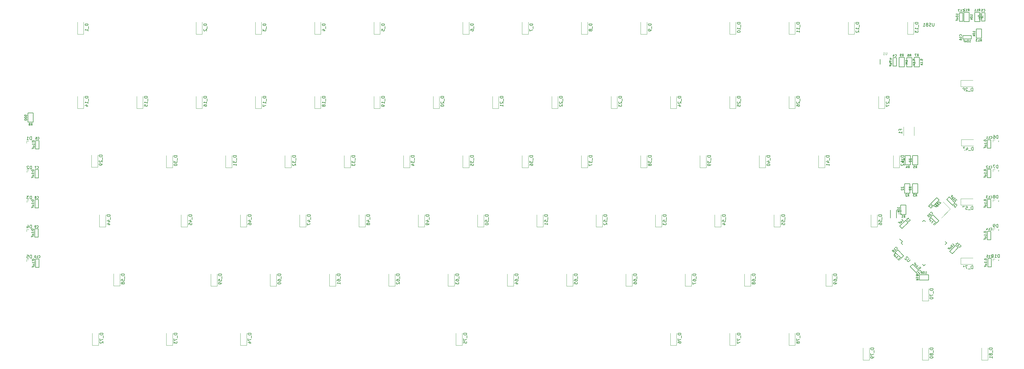
<source format=gbo>
G04 #@! TF.GenerationSoftware,KiCad,Pcbnew,(5.1.4)-1*
G04 #@! TF.CreationDate,2020-09-20T18:26:42+10:00*
G04 #@! TF.ProjectId,keyboard-10,6b657962-6f61-4726-942d-31302e6b6963,rev?*
G04 #@! TF.SameCoordinates,Original*
G04 #@! TF.FileFunction,Legend,Bot*
G04 #@! TF.FilePolarity,Positive*
%FSLAX46Y46*%
G04 Gerber Fmt 4.6, Leading zero omitted, Abs format (unit mm)*
G04 Created by KiCad (PCBNEW (5.1.4)-1) date 2020-09-20 18:26:42*
%MOMM*%
%LPD*%
G04 APERTURE LIST*
%ADD10C,0.127000*%
%ADD11C,0.100000*%
%ADD12C,0.200000*%
%ADD13C,0.120000*%
%ADD14C,0.150000*%
%ADD15C,0.015000*%
%ADD16C,0.075000*%
%ADD17R,0.550000X0.550000*%
%ADD18R,0.500000X0.500000*%
%ADD19C,2.250000*%
%ADD20C,3.987800*%
%ADD21C,1.750000*%
%ADD22R,1.300000X0.700000*%
%ADD23R,0.750000X0.800000*%
%ADD24R,2.000000X2.000000*%
%ADD25C,2.000000*%
%ADD26R,2.000000X3.200000*%
%ADD27R,0.700000X1.300000*%
%ADD28R,0.800000X0.750000*%
%ADD29C,0.750000*%
%ADD30C,3.048000*%
%ADD31C,0.650000*%
%ADD32R,0.300000X2.450000*%
%ADD33R,0.600000X2.450000*%
%ADD34C,1.200000*%
%ADD35R,0.700000X0.800000*%
%ADD36R,1.100000X0.800000*%
%ADD37C,0.550000*%
%ADD38C,1.125000*%
%ADD39R,1.200000X0.900000*%
%ADD40R,0.900000X1.200000*%
G04 APERTURE END LIST*
D10*
X407230501Y-162662000D02*
X407230501Y-160062000D01*
X405303501Y-162662000D02*
X405303501Y-160062000D01*
D11*
X438247000Y-175807000D02*
X438897000Y-175807000D01*
X438247000Y-176457000D02*
X438247000Y-175807000D01*
X438247000Y-166097000D02*
X438897000Y-166097000D01*
X438247000Y-166747000D02*
X438247000Y-166097000D01*
X438247000Y-156757000D02*
X438897000Y-156757000D01*
X438247000Y-157407000D02*
X438247000Y-156757000D01*
X438247000Y-147697000D02*
X438247000Y-147047000D01*
X438247000Y-147047000D02*
X438897000Y-147047000D01*
X438247000Y-137511000D02*
X438897000Y-137511000D01*
X438247000Y-138161000D02*
X438247000Y-137511000D01*
X127743000Y-175992000D02*
X128393000Y-175992000D01*
X127743000Y-176642000D02*
X127743000Y-175992000D01*
X127743000Y-166340000D02*
X128393000Y-166340000D01*
X127743000Y-166990000D02*
X127743000Y-166340000D01*
X127801000Y-157011000D02*
X128451000Y-157011000D01*
X127801000Y-157661000D02*
X127801000Y-157011000D01*
X127801000Y-147359000D02*
X128451000Y-147359000D01*
X127801000Y-148009000D02*
X127801000Y-147359000D01*
X127732000Y-137903000D02*
X128382000Y-137903000D01*
X127732000Y-138553000D02*
X127732000Y-137903000D01*
D12*
X430618000Y-96478000D02*
X430618000Y-99478000D01*
X428918000Y-96478000D02*
X430618000Y-96478000D01*
X428918000Y-99478000D02*
X430618000Y-99478000D01*
X428918000Y-96478000D02*
X428918000Y-99478000D01*
X434047000Y-96478000D02*
X434047000Y-99478000D01*
X432347000Y-96478000D02*
X434047000Y-96478000D01*
X432347000Y-99478000D02*
X434047000Y-99478000D01*
X432347000Y-96478000D02*
X432347000Y-99478000D01*
X427440000Y-96682000D02*
X427440000Y-99382000D01*
X427440000Y-99382000D02*
X428540000Y-99382000D01*
X428540000Y-99382000D02*
X428540000Y-96682000D01*
X428540000Y-96682000D02*
X427440000Y-96682000D01*
X434552000Y-96567000D02*
X434552000Y-99267000D01*
X434552000Y-99267000D02*
X435652000Y-99267000D01*
X435652000Y-99267000D02*
X435652000Y-96567000D01*
X435652000Y-96567000D02*
X434552000Y-96567000D01*
X432855000Y-104817000D02*
X432855000Y-101817000D01*
X434555000Y-104817000D02*
X432855000Y-104817000D01*
X434555000Y-101817000D02*
X432855000Y-101817000D01*
X434555000Y-104817000D02*
X434555000Y-101817000D01*
X414581250Y-180918750D02*
X417581250Y-180918750D01*
X414581250Y-182618750D02*
X414581250Y-180918750D01*
X417581250Y-182618750D02*
X417581250Y-180918750D01*
X414581250Y-182618750D02*
X417581250Y-182618750D01*
X409790000Y-110985500D02*
X409790000Y-113985500D01*
X408090000Y-110985500D02*
X409790000Y-110985500D01*
X408090000Y-113985500D02*
X409790000Y-113985500D01*
X408090000Y-110985500D02*
X408090000Y-113985500D01*
X128182000Y-131838500D02*
X128182000Y-128838500D01*
X129882000Y-131838500D02*
X128182000Y-131838500D01*
X129882000Y-128838500D02*
X128182000Y-128838500D01*
X129882000Y-131838500D02*
X129882000Y-128838500D01*
X414616000Y-110985500D02*
X414616000Y-113985500D01*
X412916000Y-110985500D02*
X414616000Y-110985500D01*
X412916000Y-113985500D02*
X414616000Y-113985500D01*
X412916000Y-110985500D02*
X412916000Y-113985500D01*
X412203000Y-111022000D02*
X412203000Y-114022000D01*
X410503000Y-111022000D02*
X412203000Y-111022000D01*
X410503000Y-114022000D02*
X412203000Y-114022000D01*
X410503000Y-111022000D02*
X410503000Y-114022000D01*
X412408000Y-145554500D02*
X412408000Y-142554500D01*
X414108000Y-145554500D02*
X412408000Y-145554500D01*
X414108000Y-142554500D02*
X412408000Y-142554500D01*
X414108000Y-145554500D02*
X414108000Y-142554500D01*
X409995000Y-145554500D02*
X409995000Y-142554500D01*
X411695000Y-145554500D02*
X409995000Y-145554500D01*
X411695000Y-142554500D02*
X409995000Y-142554500D01*
X411695000Y-145554500D02*
X411695000Y-142554500D01*
X412377184Y-154625500D02*
X412377184Y-151625500D01*
X414077184Y-154625500D02*
X412377184Y-154625500D01*
X414077184Y-151625500D02*
X412377184Y-151625500D01*
X414077184Y-154625500D02*
X414077184Y-151625500D01*
X409868000Y-154625500D02*
X409868000Y-151625500D01*
X411568000Y-154625500D02*
X409868000Y-154625500D01*
X411568000Y-151625500D02*
X409868000Y-151625500D01*
X411568000Y-154625500D02*
X411568000Y-151625500D01*
X408598000Y-161483500D02*
X408598000Y-158483500D01*
X410298000Y-161483500D02*
X408598000Y-161483500D01*
X410298000Y-158483500D02*
X408598000Y-158483500D01*
X410298000Y-161483500D02*
X410298000Y-158483500D01*
X428557000Y-105071000D02*
X431257000Y-105071000D01*
X431257000Y-105071000D02*
X431257000Y-103971000D01*
X431257000Y-103971000D02*
X428557000Y-103971000D01*
X428557000Y-103971000D02*
X428557000Y-105071000D01*
X426279105Y-171430577D02*
X424369917Y-173339765D01*
X424369917Y-173339765D02*
X425147735Y-174117583D01*
X425147735Y-174117583D02*
X427056923Y-172208395D01*
X427056923Y-172208395D02*
X426279105Y-171430577D01*
X418159827Y-162397645D02*
X420069015Y-164306833D01*
X420069015Y-164306833D02*
X420846833Y-163529015D01*
X420846833Y-163529015D02*
X418937645Y-161619827D01*
X418937645Y-161619827D02*
X418159827Y-162397645D01*
X414356923Y-179422855D02*
X412447735Y-177513667D01*
X412447735Y-177513667D02*
X411669917Y-178291485D01*
X411669917Y-178291485D02*
X413579105Y-180200673D01*
X413579105Y-180200673D02*
X414356923Y-179422855D01*
X406834497Y-173678315D02*
X408743685Y-175587503D01*
X408743685Y-175587503D02*
X409521503Y-174809685D01*
X409521503Y-174809685D02*
X407612315Y-172900497D01*
X407612315Y-172900497D02*
X406834497Y-173678315D01*
X436584000Y-175676000D02*
X436584000Y-178376000D01*
X436584000Y-178376000D02*
X437684000Y-178376000D01*
X437684000Y-178376000D02*
X437684000Y-175676000D01*
X437684000Y-175676000D02*
X436584000Y-175676000D01*
X436457000Y-166913000D02*
X436457000Y-169613000D01*
X436457000Y-169613000D02*
X437557000Y-169613000D01*
X437557000Y-169613000D02*
X437557000Y-166913000D01*
X437557000Y-166913000D02*
X436457000Y-166913000D01*
X436457000Y-156626000D02*
X436457000Y-159326000D01*
X436457000Y-159326000D02*
X437557000Y-159326000D01*
X437557000Y-159326000D02*
X437557000Y-156626000D01*
X437557000Y-156626000D02*
X436457000Y-156626000D01*
X436457000Y-146974000D02*
X436457000Y-149674000D01*
X436457000Y-149674000D02*
X437557000Y-149674000D01*
X437557000Y-149674000D02*
X437557000Y-146974000D01*
X437557000Y-146974000D02*
X436457000Y-146974000D01*
X436457000Y-137449000D02*
X436457000Y-140149000D01*
X436457000Y-140149000D02*
X437557000Y-140149000D01*
X437557000Y-140149000D02*
X437557000Y-137449000D01*
X437557000Y-137449000D02*
X436457000Y-137449000D01*
X130641000Y-175815000D02*
X130641000Y-178515000D01*
X130641000Y-178515000D02*
X131741000Y-178515000D01*
X131741000Y-178515000D02*
X131741000Y-175815000D01*
X131741000Y-175815000D02*
X130641000Y-175815000D01*
X130387000Y-166131250D02*
X130387000Y-168831250D01*
X130387000Y-168831250D02*
X131487000Y-168831250D01*
X131487000Y-168831250D02*
X131487000Y-166131250D01*
X131487000Y-166131250D02*
X130387000Y-166131250D01*
X130418750Y-156733250D02*
X130418750Y-159433250D01*
X130418750Y-159433250D02*
X131518750Y-159433250D01*
X131518750Y-159433250D02*
X131518750Y-156733250D01*
X131518750Y-156733250D02*
X130418750Y-156733250D01*
X130450500Y-147081250D02*
X130450500Y-149781250D01*
X130450500Y-149781250D02*
X131550500Y-149781250D01*
X131550500Y-149781250D02*
X131550500Y-147081250D01*
X131550500Y-147081250D02*
X130450500Y-147081250D01*
X130641000Y-137703000D02*
X130641000Y-140403000D01*
X130641000Y-140403000D02*
X131741000Y-140403000D01*
X131741000Y-140403000D02*
X131741000Y-137703000D01*
X131741000Y-137703000D02*
X130641000Y-137703000D01*
X406104000Y-111093500D02*
X406104000Y-113793500D01*
X406104000Y-113793500D02*
X407204000Y-113793500D01*
X407204000Y-113793500D02*
X407204000Y-111093500D01*
X407204000Y-111093500D02*
X406104000Y-111093500D01*
X410168598Y-163347584D02*
X408259410Y-165256772D01*
X408259410Y-165256772D02*
X409037228Y-166034590D01*
X409037228Y-166034590D02*
X410946416Y-164125402D01*
X410946416Y-164125402D02*
X410168598Y-163347584D01*
X419005377Y-158813123D02*
X420914565Y-156903935D01*
X420914565Y-156903935D02*
X420136747Y-156126117D01*
X420136747Y-156126117D02*
X418227559Y-158035305D01*
X418227559Y-158035305D02*
X419005377Y-158813123D01*
X426050390Y-157790590D02*
X424141202Y-155881402D01*
X424141202Y-155881402D02*
X423363384Y-156659220D01*
X423363384Y-156659220D02*
X425272572Y-158568408D01*
X425272572Y-158568408D02*
X426050390Y-157790590D01*
D13*
X424536570Y-159761298D02*
X421708143Y-162589725D01*
X422203117Y-157427845D02*
X424536570Y-159761298D01*
D14*
X405194000Y-111579000D02*
X405194000Y-113179000D01*
X405194000Y-113579000D02*
X405194000Y-113879000D01*
X401994000Y-111579000D02*
X401994000Y-113179000D01*
X409140031Y-170281414D02*
X408238470Y-169379852D01*
X416052000Y-178006555D02*
X415574703Y-177529258D01*
X423370555Y-170688000D02*
X422893258Y-170210703D01*
X416052000Y-163369445D02*
X416529297Y-163846742D01*
X408733445Y-170688000D02*
X409210742Y-171165297D01*
X416052000Y-163369445D02*
X415574703Y-163846742D01*
X423370555Y-170688000D02*
X422893258Y-171165297D01*
X416052000Y-178006555D02*
X416529297Y-177529258D01*
X408733445Y-170688000D02*
X409140031Y-170281414D01*
D13*
X412936000Y-133339248D02*
X412936000Y-136111752D01*
X409516000Y-133339248D02*
X409516000Y-136111752D01*
X146050000Y-103556250D02*
X146050000Y-99656250D01*
X144050000Y-103556250D02*
X144050000Y-99656250D01*
X146050000Y-103556250D02*
X144050000Y-103556250D01*
X184150000Y-103556250D02*
X184150000Y-99656250D01*
X182150000Y-103556250D02*
X182150000Y-99656250D01*
X184150000Y-103556250D02*
X182150000Y-103556250D01*
X203200000Y-103556250D02*
X203200000Y-99656250D01*
X201200000Y-103556250D02*
X201200000Y-99656250D01*
X203200000Y-103556250D02*
X201200000Y-103556250D01*
X222250000Y-103556250D02*
X222250000Y-99656250D01*
X220250000Y-103556250D02*
X220250000Y-99656250D01*
X222250000Y-103556250D02*
X220250000Y-103556250D01*
X241300000Y-103556250D02*
X241300000Y-99656250D01*
X239300000Y-103556250D02*
X239300000Y-99656250D01*
X241300000Y-103556250D02*
X239300000Y-103556250D01*
X269875000Y-103556250D02*
X269875000Y-99656250D01*
X267875000Y-103556250D02*
X267875000Y-99656250D01*
X269875000Y-103556250D02*
X267875000Y-103556250D01*
X288925000Y-103556250D02*
X288925000Y-99656250D01*
X286925000Y-103556250D02*
X286925000Y-99656250D01*
X288925000Y-103556250D02*
X286925000Y-103556250D01*
X307975000Y-103556250D02*
X307975000Y-99656250D01*
X305975000Y-103556250D02*
X305975000Y-99656250D01*
X307975000Y-103556250D02*
X305975000Y-103556250D01*
X327025000Y-103556250D02*
X327025000Y-99656250D01*
X325025000Y-103556250D02*
X325025000Y-99656250D01*
X327025000Y-103556250D02*
X325025000Y-103556250D01*
X355600000Y-103556250D02*
X355600000Y-99656250D01*
X353600000Y-103556250D02*
X353600000Y-99656250D01*
X355600000Y-103556250D02*
X353600000Y-103556250D01*
X374650000Y-103556250D02*
X374650000Y-99656250D01*
X372650000Y-103556250D02*
X372650000Y-99656250D01*
X374650000Y-103556250D02*
X372650000Y-103556250D01*
X393700000Y-103556250D02*
X393700000Y-99656250D01*
X391700000Y-103556250D02*
X391700000Y-99656250D01*
X393700000Y-103556250D02*
X391700000Y-103556250D01*
X412750000Y-103556250D02*
X412750000Y-99656250D01*
X410750000Y-103556250D02*
X410750000Y-99656250D01*
X412750000Y-103556250D02*
X410750000Y-103556250D01*
X146050000Y-127368750D02*
X146050000Y-123468750D01*
X144050000Y-127368750D02*
X144050000Y-123468750D01*
X146050000Y-127368750D02*
X144050000Y-127368750D01*
X165100000Y-127368750D02*
X165100000Y-123468750D01*
X163100000Y-127368750D02*
X163100000Y-123468750D01*
X165100000Y-127368750D02*
X163100000Y-127368750D01*
X184150000Y-127368750D02*
X184150000Y-123468750D01*
X182150000Y-127368750D02*
X182150000Y-123468750D01*
X184150000Y-127368750D02*
X182150000Y-127368750D01*
X203200000Y-127368750D02*
X203200000Y-123468750D01*
X201200000Y-127368750D02*
X201200000Y-123468750D01*
X203200000Y-127368750D02*
X201200000Y-127368750D01*
X222250000Y-127368750D02*
X222250000Y-123468750D01*
X220250000Y-127368750D02*
X220250000Y-123468750D01*
X222250000Y-127368750D02*
X220250000Y-127368750D01*
X241300000Y-127368750D02*
X241300000Y-123468750D01*
X239300000Y-127368750D02*
X239300000Y-123468750D01*
X241300000Y-127368750D02*
X239300000Y-127368750D01*
X260350000Y-127368750D02*
X260350000Y-123468750D01*
X258350000Y-127368750D02*
X258350000Y-123468750D01*
X260350000Y-127368750D02*
X258350000Y-127368750D01*
X279400000Y-127368750D02*
X279400000Y-123468750D01*
X277400000Y-127368750D02*
X277400000Y-123468750D01*
X279400000Y-127368750D02*
X277400000Y-127368750D01*
X298450000Y-127368750D02*
X298450000Y-123468750D01*
X296450000Y-127368750D02*
X296450000Y-123468750D01*
X298450000Y-127368750D02*
X296450000Y-127368750D01*
X317500000Y-127368750D02*
X317500000Y-123468750D01*
X315500000Y-127368750D02*
X315500000Y-123468750D01*
X317500000Y-127368750D02*
X315500000Y-127368750D01*
X336550000Y-127368750D02*
X336550000Y-123468750D01*
X334550000Y-127368750D02*
X334550000Y-123468750D01*
X336550000Y-127368750D02*
X334550000Y-127368750D01*
X355600000Y-127368750D02*
X355600000Y-123468750D01*
X353600000Y-127368750D02*
X353600000Y-123468750D01*
X355600000Y-127368750D02*
X353600000Y-127368750D01*
X374650000Y-127368750D02*
X374650000Y-123468750D01*
X372650000Y-127368750D02*
X372650000Y-123468750D01*
X374650000Y-127368750D02*
X372650000Y-127368750D01*
X403431250Y-127368750D02*
X403431250Y-123468750D01*
X401431250Y-127368750D02*
X401431250Y-123468750D01*
X403431250Y-127368750D02*
X401431250Y-127368750D01*
X427900000Y-120380000D02*
X431800000Y-120380000D01*
X427900000Y-118380000D02*
X431800000Y-118380000D01*
X427900000Y-120380000D02*
X427900000Y-118380000D01*
X150606000Y-146268000D02*
X150606000Y-142368000D01*
X148606000Y-146268000D02*
X148606000Y-142368000D01*
X150606000Y-146268000D02*
X148606000Y-146268000D01*
X174625000Y-146418750D02*
X174625000Y-142518750D01*
X172625000Y-146418750D02*
X172625000Y-142518750D01*
X174625000Y-146418750D02*
X172625000Y-146418750D01*
X193675000Y-146418750D02*
X193675000Y-142518750D01*
X191675000Y-146418750D02*
X191675000Y-142518750D01*
X193675000Y-146418750D02*
X191675000Y-146418750D01*
X212725000Y-146418750D02*
X212725000Y-142518750D01*
X210725000Y-146418750D02*
X210725000Y-142518750D01*
X212725000Y-146418750D02*
X210725000Y-146418750D01*
X231775000Y-146418750D02*
X231775000Y-142518750D01*
X229775000Y-146418750D02*
X229775000Y-142518750D01*
X231775000Y-146418750D02*
X229775000Y-146418750D01*
X250825000Y-146418750D02*
X250825000Y-142518750D01*
X248825000Y-146418750D02*
X248825000Y-142518750D01*
X250825000Y-146418750D02*
X248825000Y-146418750D01*
X269875000Y-146418750D02*
X269875000Y-142518750D01*
X267875000Y-146418750D02*
X267875000Y-142518750D01*
X269875000Y-146418750D02*
X267875000Y-146418750D01*
X288925000Y-146418750D02*
X288925000Y-142518750D01*
X286925000Y-146418750D02*
X286925000Y-142518750D01*
X288925000Y-146418750D02*
X286925000Y-146418750D01*
X307975000Y-146418750D02*
X307975000Y-142518750D01*
X305975000Y-146418750D02*
X305975000Y-142518750D01*
X307975000Y-146418750D02*
X305975000Y-146418750D01*
X327025000Y-146418750D02*
X327025000Y-142518750D01*
X325025000Y-146418750D02*
X325025000Y-142518750D01*
X327025000Y-146418750D02*
X325025000Y-146418750D01*
X346075000Y-146418750D02*
X346075000Y-142518750D01*
X344075000Y-146418750D02*
X344075000Y-142518750D01*
X346075000Y-146418750D02*
X344075000Y-146418750D01*
X365125000Y-146418750D02*
X365125000Y-142518750D01*
X363125000Y-146418750D02*
X363125000Y-142518750D01*
X365125000Y-146418750D02*
X363125000Y-146418750D01*
X384175000Y-146418750D02*
X384175000Y-142518750D01*
X382175000Y-146418750D02*
X382175000Y-142518750D01*
X384175000Y-146418750D02*
X382175000Y-146418750D01*
X408193750Y-146418750D02*
X408193750Y-142518750D01*
X406193750Y-146418750D02*
X406193750Y-142518750D01*
X408193750Y-146418750D02*
X406193750Y-146418750D01*
X428026000Y-139430000D02*
X431926000Y-139430000D01*
X428026000Y-137430000D02*
X431926000Y-137430000D01*
X428026000Y-139430000D02*
X428026000Y-137430000D01*
X153146000Y-165468750D02*
X153146000Y-161568750D01*
X151146000Y-165468750D02*
X151146000Y-161568750D01*
X153146000Y-165468750D02*
X151146000Y-165468750D01*
X179387500Y-165468750D02*
X179387500Y-161568750D01*
X177387500Y-165468750D02*
X177387500Y-161568750D01*
X179387500Y-165468750D02*
X177387500Y-165468750D01*
X198437500Y-165468750D02*
X198437500Y-161568750D01*
X196437500Y-165468750D02*
X196437500Y-161568750D01*
X198437500Y-165468750D02*
X196437500Y-165468750D01*
X217487500Y-165468750D02*
X217487500Y-161568750D01*
X215487500Y-165468750D02*
X215487500Y-161568750D01*
X217487500Y-165468750D02*
X215487500Y-165468750D01*
X236537500Y-165468750D02*
X236537500Y-161568750D01*
X234537500Y-165468750D02*
X234537500Y-161568750D01*
X236537500Y-165468750D02*
X234537500Y-165468750D01*
X255587500Y-165468750D02*
X255587500Y-161568750D01*
X253587500Y-165468750D02*
X253587500Y-161568750D01*
X255587500Y-165468750D02*
X253587500Y-165468750D01*
X274637500Y-165468750D02*
X274637500Y-161568750D01*
X272637500Y-165468750D02*
X272637500Y-161568750D01*
X274637500Y-165468750D02*
X272637500Y-165468750D01*
X293687500Y-165468750D02*
X293687500Y-161568750D01*
X291687500Y-165468750D02*
X291687500Y-161568750D01*
X293687500Y-165468750D02*
X291687500Y-165468750D01*
X312737500Y-165468750D02*
X312737500Y-161568750D01*
X310737500Y-165468750D02*
X310737500Y-161568750D01*
X312737500Y-165468750D02*
X310737500Y-165468750D01*
X331787500Y-165468750D02*
X331787500Y-161568750D01*
X329787500Y-165468750D02*
X329787500Y-161568750D01*
X331787500Y-165468750D02*
X329787500Y-165468750D01*
X350837500Y-165468750D02*
X350837500Y-161568750D01*
X348837500Y-165468750D02*
X348837500Y-161568750D01*
X350837500Y-165468750D02*
X348837500Y-165468750D01*
X369887500Y-165468750D02*
X369887500Y-161568750D01*
X367887500Y-165468750D02*
X367887500Y-161568750D01*
X369887500Y-165468750D02*
X367887500Y-165468750D01*
X401050000Y-165468750D02*
X401050000Y-161568750D01*
X399050000Y-165468750D02*
X399050000Y-161568750D01*
X401050000Y-165468750D02*
X399050000Y-165468750D01*
X427898000Y-158480000D02*
X431798000Y-158480000D01*
X427898000Y-156480000D02*
X431798000Y-156480000D01*
X427898000Y-158480000D02*
X427898000Y-156480000D01*
X157718000Y-184494000D02*
X157718000Y-180594000D01*
X155718000Y-184494000D02*
X155718000Y-180594000D01*
X157718000Y-184494000D02*
X155718000Y-184494000D01*
X188912500Y-184518750D02*
X188912500Y-180618750D01*
X186912500Y-184518750D02*
X186912500Y-180618750D01*
X188912500Y-184518750D02*
X186912500Y-184518750D01*
X207962500Y-184518750D02*
X207962500Y-180618750D01*
X205962500Y-184518750D02*
X205962500Y-180618750D01*
X207962500Y-184518750D02*
X205962500Y-184518750D01*
X227012500Y-184518750D02*
X227012500Y-180618750D01*
X225012500Y-184518750D02*
X225012500Y-180618750D01*
X227012500Y-184518750D02*
X225012500Y-184518750D01*
X246062500Y-184518750D02*
X246062500Y-180618750D01*
X244062500Y-184518750D02*
X244062500Y-180618750D01*
X246062500Y-184518750D02*
X244062500Y-184518750D01*
X265112500Y-184518750D02*
X265112500Y-180618750D01*
X263112500Y-184518750D02*
X263112500Y-180618750D01*
X265112500Y-184518750D02*
X263112500Y-184518750D01*
X284162500Y-184518750D02*
X284162500Y-180618750D01*
X282162500Y-184518750D02*
X282162500Y-180618750D01*
X284162500Y-184518750D02*
X282162500Y-184518750D01*
X303212500Y-184518750D02*
X303212500Y-180618750D01*
X301212500Y-184518750D02*
X301212500Y-180618750D01*
X303212500Y-184518750D02*
X301212500Y-184518750D01*
X322262500Y-184518750D02*
X322262500Y-180618750D01*
X320262500Y-184518750D02*
X320262500Y-180618750D01*
X322262500Y-184518750D02*
X320262500Y-184518750D01*
X341312500Y-184518750D02*
X341312500Y-180618750D01*
X339312500Y-184518750D02*
X339312500Y-180618750D01*
X341312500Y-184518750D02*
X339312500Y-184518750D01*
X360362500Y-184518750D02*
X360362500Y-180618750D01*
X358362500Y-184518750D02*
X358362500Y-180618750D01*
X360362500Y-184518750D02*
X358362500Y-184518750D01*
X386572000Y-184518750D02*
X386572000Y-180618750D01*
X384572000Y-184518750D02*
X384572000Y-180618750D01*
X386572000Y-184518750D02*
X384572000Y-184518750D01*
X417512500Y-189281250D02*
X417512500Y-185381250D01*
X415512500Y-189281250D02*
X415512500Y-185381250D01*
X417512500Y-189281250D02*
X415512500Y-189281250D01*
X427900000Y-177530000D02*
X431800000Y-177530000D01*
X427900000Y-175530000D02*
X431800000Y-175530000D01*
X427900000Y-177530000D02*
X427900000Y-175530000D01*
X150812500Y-203568750D02*
X150812500Y-199668750D01*
X148812500Y-203568750D02*
X148812500Y-199668750D01*
X150812500Y-203568750D02*
X148812500Y-203568750D01*
X174625000Y-203568750D02*
X174625000Y-199668750D01*
X172625000Y-203568750D02*
X172625000Y-199668750D01*
X174625000Y-203568750D02*
X172625000Y-203568750D01*
X198437500Y-203568750D02*
X198437500Y-199668750D01*
X196437500Y-203568750D02*
X196437500Y-199668750D01*
X198437500Y-203568750D02*
X196437500Y-203568750D01*
X267700000Y-203568750D02*
X267700000Y-199668750D01*
X265700000Y-203568750D02*
X265700000Y-199668750D01*
X267700000Y-203568750D02*
X265700000Y-203568750D01*
X336550000Y-203568750D02*
X336550000Y-199668750D01*
X334550000Y-203568750D02*
X334550000Y-199668750D01*
X336550000Y-203568750D02*
X334550000Y-203568750D01*
X355600000Y-203568750D02*
X355600000Y-199668750D01*
X353600000Y-203568750D02*
X353600000Y-199668750D01*
X355600000Y-203568750D02*
X353600000Y-203568750D01*
X374650000Y-203568750D02*
X374650000Y-199668750D01*
X372650000Y-203568750D02*
X372650000Y-199668750D01*
X374650000Y-203568750D02*
X372650000Y-203568750D01*
X398462500Y-208331250D02*
X398462500Y-204431250D01*
X396462500Y-208331250D02*
X396462500Y-204431250D01*
X398462500Y-208331250D02*
X396462500Y-208331250D01*
X417512500Y-208331250D02*
X417512500Y-204431250D01*
X415512500Y-208331250D02*
X415512500Y-204431250D01*
X417512500Y-208331250D02*
X415512500Y-208331250D01*
X436562500Y-208331250D02*
X436562500Y-204431250D01*
X434562500Y-208331250D02*
X434562500Y-204431250D01*
X436562500Y-208331250D02*
X434562500Y-208331250D01*
D15*
X408810055Y-160048421D02*
X408857735Y-160191463D01*
X408857735Y-160429865D01*
X408810055Y-160525226D01*
X408762374Y-160572907D01*
X408667013Y-160620587D01*
X408571652Y-160620587D01*
X408476291Y-160572907D01*
X408428611Y-160525226D01*
X408380930Y-160429865D01*
X408333250Y-160239143D01*
X408285569Y-160143782D01*
X408237889Y-160096102D01*
X408142528Y-160048421D01*
X408047167Y-160048421D01*
X407951806Y-160096102D01*
X407904125Y-160143782D01*
X407856444Y-160239143D01*
X407856444Y-160477546D01*
X407904125Y-160620587D01*
X408857735Y-161574198D02*
X408857735Y-161002032D01*
X408857735Y-161288115D02*
X407856444Y-161288115D01*
X407999486Y-161192754D01*
X408094847Y-161097393D01*
X408142528Y-161002032D01*
D14*
X440311285Y-175359380D02*
X440311285Y-174359380D01*
X440073190Y-174359380D01*
X439930333Y-174407000D01*
X439835095Y-174502238D01*
X439787476Y-174597476D01*
X439739857Y-174787952D01*
X439739857Y-174930809D01*
X439787476Y-175121285D01*
X439835095Y-175216523D01*
X439930333Y-175311761D01*
X440073190Y-175359380D01*
X440311285Y-175359380D01*
X438787476Y-175359380D02*
X439358904Y-175359380D01*
X439073190Y-175359380D02*
X439073190Y-174359380D01*
X439168428Y-174502238D01*
X439263666Y-174597476D01*
X439358904Y-174645095D01*
X438168428Y-174359380D02*
X438073190Y-174359380D01*
X437977952Y-174407000D01*
X437930333Y-174454619D01*
X437882714Y-174549857D01*
X437835095Y-174740333D01*
X437835095Y-174978428D01*
X437882714Y-175168904D01*
X437930333Y-175264142D01*
X437977952Y-175311761D01*
X438073190Y-175359380D01*
X438168428Y-175359380D01*
X438263666Y-175311761D01*
X438311285Y-175264142D01*
X438358904Y-175168904D01*
X438406523Y-174978428D01*
X438406523Y-174740333D01*
X438358904Y-174549857D01*
X438311285Y-174454619D01*
X438263666Y-174407000D01*
X438168428Y-174359380D01*
D16*
X439936285Y-176342714D02*
X440107714Y-176342714D01*
X440022000Y-176342714D02*
X440022000Y-176042714D01*
X440050571Y-176085571D01*
X440079142Y-176114142D01*
X440107714Y-176128428D01*
D14*
X439835095Y-165649380D02*
X439835095Y-164649380D01*
X439597000Y-164649380D01*
X439454142Y-164697000D01*
X439358904Y-164792238D01*
X439311285Y-164887476D01*
X439263666Y-165077952D01*
X439263666Y-165220809D01*
X439311285Y-165411285D01*
X439358904Y-165506523D01*
X439454142Y-165601761D01*
X439597000Y-165649380D01*
X439835095Y-165649380D01*
X438787476Y-165649380D02*
X438597000Y-165649380D01*
X438501761Y-165601761D01*
X438454142Y-165554142D01*
X438358904Y-165411285D01*
X438311285Y-165220809D01*
X438311285Y-164839857D01*
X438358904Y-164744619D01*
X438406523Y-164697000D01*
X438501761Y-164649380D01*
X438692238Y-164649380D01*
X438787476Y-164697000D01*
X438835095Y-164744619D01*
X438882714Y-164839857D01*
X438882714Y-165077952D01*
X438835095Y-165173190D01*
X438787476Y-165220809D01*
X438692238Y-165268428D01*
X438501761Y-165268428D01*
X438406523Y-165220809D01*
X438358904Y-165173190D01*
X438311285Y-165077952D01*
D16*
X439936285Y-166632714D02*
X440107714Y-166632714D01*
X440022000Y-166632714D02*
X440022000Y-166332714D01*
X440050571Y-166375571D01*
X440079142Y-166404142D01*
X440107714Y-166418428D01*
D14*
X439835095Y-156309380D02*
X439835095Y-155309380D01*
X439597000Y-155309380D01*
X439454142Y-155357000D01*
X439358904Y-155452238D01*
X439311285Y-155547476D01*
X439263666Y-155737952D01*
X439263666Y-155880809D01*
X439311285Y-156071285D01*
X439358904Y-156166523D01*
X439454142Y-156261761D01*
X439597000Y-156309380D01*
X439835095Y-156309380D01*
X438692238Y-155737952D02*
X438787476Y-155690333D01*
X438835095Y-155642714D01*
X438882714Y-155547476D01*
X438882714Y-155499857D01*
X438835095Y-155404619D01*
X438787476Y-155357000D01*
X438692238Y-155309380D01*
X438501761Y-155309380D01*
X438406523Y-155357000D01*
X438358904Y-155404619D01*
X438311285Y-155499857D01*
X438311285Y-155547476D01*
X438358904Y-155642714D01*
X438406523Y-155690333D01*
X438501761Y-155737952D01*
X438692238Y-155737952D01*
X438787476Y-155785571D01*
X438835095Y-155833190D01*
X438882714Y-155928428D01*
X438882714Y-156118904D01*
X438835095Y-156214142D01*
X438787476Y-156261761D01*
X438692238Y-156309380D01*
X438501761Y-156309380D01*
X438406523Y-156261761D01*
X438358904Y-156214142D01*
X438311285Y-156118904D01*
X438311285Y-155928428D01*
X438358904Y-155833190D01*
X438406523Y-155785571D01*
X438501761Y-155737952D01*
D16*
X439936285Y-157292714D02*
X440107714Y-157292714D01*
X440022000Y-157292714D02*
X440022000Y-156992714D01*
X440050571Y-157035571D01*
X440079142Y-157064142D01*
X440107714Y-157078428D01*
D14*
X439835095Y-146599380D02*
X439835095Y-145599380D01*
X439597000Y-145599380D01*
X439454142Y-145647000D01*
X439358904Y-145742238D01*
X439311285Y-145837476D01*
X439263666Y-146027952D01*
X439263666Y-146170809D01*
X439311285Y-146361285D01*
X439358904Y-146456523D01*
X439454142Y-146551761D01*
X439597000Y-146599380D01*
X439835095Y-146599380D01*
X438930333Y-145599380D02*
X438263666Y-145599380D01*
X438692238Y-146599380D01*
D16*
X439936285Y-147582714D02*
X440107714Y-147582714D01*
X440022000Y-147582714D02*
X440022000Y-147282714D01*
X440050571Y-147325571D01*
X440079142Y-147354142D01*
X440107714Y-147368428D01*
D14*
X439835095Y-137063380D02*
X439835095Y-136063380D01*
X439597000Y-136063380D01*
X439454142Y-136111000D01*
X439358904Y-136206238D01*
X439311285Y-136301476D01*
X439263666Y-136491952D01*
X439263666Y-136634809D01*
X439311285Y-136825285D01*
X439358904Y-136920523D01*
X439454142Y-137015761D01*
X439597000Y-137063380D01*
X439835095Y-137063380D01*
X438406523Y-136063380D02*
X438597000Y-136063380D01*
X438692238Y-136111000D01*
X438739857Y-136158619D01*
X438835095Y-136301476D01*
X438882714Y-136491952D01*
X438882714Y-136872904D01*
X438835095Y-136968142D01*
X438787476Y-137015761D01*
X438692238Y-137063380D01*
X438501761Y-137063380D01*
X438406523Y-137015761D01*
X438358904Y-136968142D01*
X438311285Y-136872904D01*
X438311285Y-136634809D01*
X438358904Y-136539571D01*
X438406523Y-136491952D01*
X438501761Y-136444333D01*
X438692238Y-136444333D01*
X438787476Y-136491952D01*
X438835095Y-136539571D01*
X438882714Y-136634809D01*
D16*
X439936285Y-138046714D02*
X440107714Y-138046714D01*
X440022000Y-138046714D02*
X440022000Y-137746714D01*
X440050571Y-137789571D01*
X440079142Y-137818142D01*
X440107714Y-137832428D01*
D14*
X129331095Y-175544380D02*
X129331095Y-174544380D01*
X129093000Y-174544380D01*
X128950142Y-174592000D01*
X128854904Y-174687238D01*
X128807285Y-174782476D01*
X128759666Y-174972952D01*
X128759666Y-175115809D01*
X128807285Y-175306285D01*
X128854904Y-175401523D01*
X128950142Y-175496761D01*
X129093000Y-175544380D01*
X129331095Y-175544380D01*
X127854904Y-174544380D02*
X128331095Y-174544380D01*
X128378714Y-175020571D01*
X128331095Y-174972952D01*
X128235857Y-174925333D01*
X127997761Y-174925333D01*
X127902523Y-174972952D01*
X127854904Y-175020571D01*
X127807285Y-175115809D01*
X127807285Y-175353904D01*
X127854904Y-175449142D01*
X127902523Y-175496761D01*
X127997761Y-175544380D01*
X128235857Y-175544380D01*
X128331095Y-175496761D01*
X128378714Y-175449142D01*
D16*
X129432285Y-176527714D02*
X129603714Y-176527714D01*
X129518000Y-176527714D02*
X129518000Y-176227714D01*
X129546571Y-176270571D01*
X129575142Y-176299142D01*
X129603714Y-176313428D01*
D14*
X129331095Y-165892380D02*
X129331095Y-164892380D01*
X129093000Y-164892380D01*
X128950142Y-164940000D01*
X128854904Y-165035238D01*
X128807285Y-165130476D01*
X128759666Y-165320952D01*
X128759666Y-165463809D01*
X128807285Y-165654285D01*
X128854904Y-165749523D01*
X128950142Y-165844761D01*
X129093000Y-165892380D01*
X129331095Y-165892380D01*
X127902523Y-165225714D02*
X127902523Y-165892380D01*
X128140619Y-164844761D02*
X128378714Y-165559047D01*
X127759666Y-165559047D01*
D16*
X129432285Y-166875714D02*
X129603714Y-166875714D01*
X129518000Y-166875714D02*
X129518000Y-166575714D01*
X129546571Y-166618571D01*
X129575142Y-166647142D01*
X129603714Y-166661428D01*
D14*
X129389095Y-156563380D02*
X129389095Y-155563380D01*
X129151000Y-155563380D01*
X129008142Y-155611000D01*
X128912904Y-155706238D01*
X128865285Y-155801476D01*
X128817666Y-155991952D01*
X128817666Y-156134809D01*
X128865285Y-156325285D01*
X128912904Y-156420523D01*
X129008142Y-156515761D01*
X129151000Y-156563380D01*
X129389095Y-156563380D01*
X128484333Y-155563380D02*
X127865285Y-155563380D01*
X128198619Y-155944333D01*
X128055761Y-155944333D01*
X127960523Y-155991952D01*
X127912904Y-156039571D01*
X127865285Y-156134809D01*
X127865285Y-156372904D01*
X127912904Y-156468142D01*
X127960523Y-156515761D01*
X128055761Y-156563380D01*
X128341476Y-156563380D01*
X128436714Y-156515761D01*
X128484333Y-156468142D01*
D16*
X129490285Y-157546714D02*
X129661714Y-157546714D01*
X129576000Y-157546714D02*
X129576000Y-157246714D01*
X129604571Y-157289571D01*
X129633142Y-157318142D01*
X129661714Y-157332428D01*
D14*
X129389095Y-146911380D02*
X129389095Y-145911380D01*
X129151000Y-145911380D01*
X129008142Y-145959000D01*
X128912904Y-146054238D01*
X128865285Y-146149476D01*
X128817666Y-146339952D01*
X128817666Y-146482809D01*
X128865285Y-146673285D01*
X128912904Y-146768523D01*
X129008142Y-146863761D01*
X129151000Y-146911380D01*
X129389095Y-146911380D01*
X128436714Y-146006619D02*
X128389095Y-145959000D01*
X128293857Y-145911380D01*
X128055761Y-145911380D01*
X127960523Y-145959000D01*
X127912904Y-146006619D01*
X127865285Y-146101857D01*
X127865285Y-146197095D01*
X127912904Y-146339952D01*
X128484333Y-146911380D01*
X127865285Y-146911380D01*
D16*
X129490285Y-147894714D02*
X129661714Y-147894714D01*
X129576000Y-147894714D02*
X129576000Y-147594714D01*
X129604571Y-147637571D01*
X129633142Y-147666142D01*
X129661714Y-147680428D01*
D14*
X129320095Y-137455380D02*
X129320095Y-136455380D01*
X129082000Y-136455380D01*
X128939142Y-136503000D01*
X128843904Y-136598238D01*
X128796285Y-136693476D01*
X128748666Y-136883952D01*
X128748666Y-137026809D01*
X128796285Y-137217285D01*
X128843904Y-137312523D01*
X128939142Y-137407761D01*
X129082000Y-137455380D01*
X129320095Y-137455380D01*
X127796285Y-137455380D02*
X128367714Y-137455380D01*
X128082000Y-137455380D02*
X128082000Y-136455380D01*
X128177238Y-136598238D01*
X128272476Y-136693476D01*
X128367714Y-136741095D01*
D16*
X129421285Y-138438714D02*
X129592714Y-138438714D01*
X129507000Y-138438714D02*
X129507000Y-138138714D01*
X129535571Y-138181571D01*
X129564142Y-138210142D01*
X129592714Y-138224428D01*
D14*
X430218000Y-96094666D02*
X430451333Y-95761333D01*
X430618000Y-96094666D02*
X430618000Y-95394666D01*
X430351333Y-95394666D01*
X430284666Y-95428000D01*
X430251333Y-95461333D01*
X430218000Y-95528000D01*
X430218000Y-95628000D01*
X430251333Y-95694666D01*
X430284666Y-95728000D01*
X430351333Y-95761333D01*
X430618000Y-95761333D01*
X429551333Y-96094666D02*
X429951333Y-96094666D01*
X429751333Y-96094666D02*
X429751333Y-95394666D01*
X429818000Y-95494666D01*
X429884666Y-95561333D01*
X429951333Y-95594666D01*
X429284666Y-95461333D02*
X429251333Y-95428000D01*
X429184666Y-95394666D01*
X429018000Y-95394666D01*
X428951333Y-95428000D01*
X428918000Y-95461333D01*
X428884666Y-95528000D01*
X428884666Y-95594666D01*
X428918000Y-95694666D01*
X429318000Y-96094666D01*
X428884666Y-96094666D01*
X431634666Y-97561333D02*
X431634666Y-97161333D01*
X431634666Y-97361333D02*
X430934666Y-97361333D01*
X431034666Y-97294666D01*
X431101333Y-97228000D01*
X431134666Y-97161333D01*
X430934666Y-97994666D02*
X430934666Y-98061333D01*
X430968000Y-98128000D01*
X431001333Y-98161333D01*
X431068000Y-98194666D01*
X431201333Y-98228000D01*
X431368000Y-98228000D01*
X431501333Y-98194666D01*
X431568000Y-98161333D01*
X431601333Y-98128000D01*
X431634666Y-98061333D01*
X431634666Y-97994666D01*
X431601333Y-97928000D01*
X431568000Y-97894666D01*
X431501333Y-97861333D01*
X431368000Y-97828000D01*
X431201333Y-97828000D01*
X431068000Y-97861333D01*
X431001333Y-97894666D01*
X430968000Y-97928000D01*
X430934666Y-97994666D01*
X431634666Y-98528000D02*
X430934666Y-98528000D01*
X431368000Y-98594666D02*
X431634666Y-98794666D01*
X431168000Y-98794666D02*
X431434666Y-98528000D01*
X433647000Y-96094666D02*
X433880333Y-95761333D01*
X434047000Y-96094666D02*
X434047000Y-95394666D01*
X433780333Y-95394666D01*
X433713666Y-95428000D01*
X433680333Y-95461333D01*
X433647000Y-95528000D01*
X433647000Y-95628000D01*
X433680333Y-95694666D01*
X433713666Y-95728000D01*
X433780333Y-95761333D01*
X434047000Y-95761333D01*
X432980333Y-96094666D02*
X433380333Y-96094666D01*
X433180333Y-96094666D02*
X433180333Y-95394666D01*
X433247000Y-95494666D01*
X433313666Y-95561333D01*
X433380333Y-95594666D01*
X432313666Y-96094666D02*
X432713666Y-96094666D01*
X432513666Y-96094666D02*
X432513666Y-95394666D01*
X432580333Y-95494666D01*
X432647000Y-95561333D01*
X432713666Y-95594666D01*
X435063666Y-97561333D02*
X435063666Y-97161333D01*
X435063666Y-97361333D02*
X434363666Y-97361333D01*
X434463666Y-97294666D01*
X434530333Y-97228000D01*
X434563666Y-97161333D01*
X434363666Y-97994666D02*
X434363666Y-98061333D01*
X434397000Y-98128000D01*
X434430333Y-98161333D01*
X434497000Y-98194666D01*
X434630333Y-98228000D01*
X434797000Y-98228000D01*
X434930333Y-98194666D01*
X434997000Y-98161333D01*
X435030333Y-98128000D01*
X435063666Y-98061333D01*
X435063666Y-97994666D01*
X435030333Y-97928000D01*
X434997000Y-97894666D01*
X434930333Y-97861333D01*
X434797000Y-97828000D01*
X434630333Y-97828000D01*
X434497000Y-97861333D01*
X434430333Y-97894666D01*
X434397000Y-97928000D01*
X434363666Y-97994666D01*
X435063666Y-98528000D02*
X434363666Y-98528000D01*
X434797000Y-98594666D02*
X435063666Y-98794666D01*
X434597000Y-98794666D02*
X434863666Y-98528000D01*
X428440000Y-96232000D02*
X428473333Y-96265333D01*
X428573333Y-96298666D01*
X428640000Y-96298666D01*
X428740000Y-96265333D01*
X428806666Y-96198666D01*
X428840000Y-96132000D01*
X428873333Y-95998666D01*
X428873333Y-95898666D01*
X428840000Y-95765333D01*
X428806666Y-95698666D01*
X428740000Y-95632000D01*
X428640000Y-95598666D01*
X428573333Y-95598666D01*
X428473333Y-95632000D01*
X428440000Y-95665333D01*
X427773333Y-96298666D02*
X428173333Y-96298666D01*
X427973333Y-96298666D02*
X427973333Y-95598666D01*
X428040000Y-95698666D01*
X428106666Y-95765333D01*
X428173333Y-95798666D01*
X427540000Y-95598666D02*
X427073333Y-95598666D01*
X427373333Y-96298666D01*
X427056666Y-97282000D02*
X427056666Y-96882000D01*
X427056666Y-97082000D02*
X426356666Y-97082000D01*
X426456666Y-97015333D01*
X426523333Y-96948666D01*
X426556666Y-96882000D01*
X426356666Y-97715333D02*
X426356666Y-97782000D01*
X426390000Y-97848666D01*
X426423333Y-97882000D01*
X426490000Y-97915333D01*
X426623333Y-97948666D01*
X426790000Y-97948666D01*
X426923333Y-97915333D01*
X426990000Y-97882000D01*
X427023333Y-97848666D01*
X427056666Y-97782000D01*
X427056666Y-97715333D01*
X427023333Y-97648666D01*
X426990000Y-97615333D01*
X426923333Y-97582000D01*
X426790000Y-97548666D01*
X426623333Y-97548666D01*
X426490000Y-97582000D01*
X426423333Y-97615333D01*
X426390000Y-97648666D01*
X426356666Y-97715333D01*
X426590000Y-98248666D02*
X427056666Y-98248666D01*
X426656666Y-98248666D02*
X426623333Y-98282000D01*
X426590000Y-98348666D01*
X426590000Y-98448666D01*
X426623333Y-98515333D01*
X426690000Y-98548666D01*
X427056666Y-98548666D01*
X426690000Y-99115333D02*
X426690000Y-98882000D01*
X427056666Y-98882000D02*
X426356666Y-98882000D01*
X426356666Y-99215333D01*
X435218666Y-96117000D02*
X435252000Y-96150333D01*
X435352000Y-96183666D01*
X435418666Y-96183666D01*
X435518666Y-96150333D01*
X435585333Y-96083666D01*
X435618666Y-96017000D01*
X435652000Y-95883666D01*
X435652000Y-95783666D01*
X435618666Y-95650333D01*
X435585333Y-95583666D01*
X435518666Y-95517000D01*
X435418666Y-95483666D01*
X435352000Y-95483666D01*
X435252000Y-95517000D01*
X435218666Y-95550333D01*
X434585333Y-95483666D02*
X434918666Y-95483666D01*
X434952000Y-95817000D01*
X434918666Y-95783666D01*
X434852000Y-95750333D01*
X434685333Y-95750333D01*
X434618666Y-95783666D01*
X434585333Y-95817000D01*
X434552000Y-95883666D01*
X434552000Y-96050333D01*
X434585333Y-96117000D01*
X434618666Y-96150333D01*
X434685333Y-96183666D01*
X434852000Y-96183666D01*
X434918666Y-96150333D01*
X434952000Y-96117000D01*
X434168666Y-97167000D02*
X434168666Y-96767000D01*
X434168666Y-96967000D02*
X433468666Y-96967000D01*
X433568666Y-96900333D01*
X433635333Y-96833666D01*
X433668666Y-96767000D01*
X433468666Y-97600333D02*
X433468666Y-97667000D01*
X433502000Y-97733666D01*
X433535333Y-97767000D01*
X433602000Y-97800333D01*
X433735333Y-97833666D01*
X433902000Y-97833666D01*
X434035333Y-97800333D01*
X434102000Y-97767000D01*
X434135333Y-97733666D01*
X434168666Y-97667000D01*
X434168666Y-97600333D01*
X434135333Y-97533666D01*
X434102000Y-97500333D01*
X434035333Y-97467000D01*
X433902000Y-97433666D01*
X433735333Y-97433666D01*
X433602000Y-97467000D01*
X433535333Y-97500333D01*
X433502000Y-97533666D01*
X433468666Y-97600333D01*
X433702000Y-98133666D02*
X434168666Y-98133666D01*
X433768666Y-98133666D02*
X433735333Y-98167000D01*
X433702000Y-98233666D01*
X433702000Y-98333666D01*
X433735333Y-98400333D01*
X433802000Y-98433666D01*
X434168666Y-98433666D01*
X433802000Y-99000333D02*
X433802000Y-98767000D01*
X434168666Y-98767000D02*
X433468666Y-98767000D01*
X433468666Y-99100333D01*
X434155000Y-105833666D02*
X434388333Y-105500333D01*
X434555000Y-105833666D02*
X434555000Y-105133666D01*
X434288333Y-105133666D01*
X434221666Y-105167000D01*
X434188333Y-105200333D01*
X434155000Y-105267000D01*
X434155000Y-105367000D01*
X434188333Y-105433666D01*
X434221666Y-105467000D01*
X434288333Y-105500333D01*
X434555000Y-105500333D01*
X433488333Y-105833666D02*
X433888333Y-105833666D01*
X433688333Y-105833666D02*
X433688333Y-105133666D01*
X433755000Y-105233666D01*
X433821666Y-105300333D01*
X433888333Y-105333666D01*
X433255000Y-105133666D02*
X432821666Y-105133666D01*
X433055000Y-105400333D01*
X432955000Y-105400333D01*
X432888333Y-105433666D01*
X432855000Y-105467000D01*
X432821666Y-105533666D01*
X432821666Y-105700333D01*
X432855000Y-105767000D01*
X432888333Y-105800333D01*
X432955000Y-105833666D01*
X433155000Y-105833666D01*
X433221666Y-105800333D01*
X433255000Y-105767000D01*
X432471666Y-102900333D02*
X432471666Y-102500333D01*
X432471666Y-102700333D02*
X431771666Y-102700333D01*
X431871666Y-102633666D01*
X431938333Y-102567000D01*
X431971666Y-102500333D01*
X431771666Y-103333666D02*
X431771666Y-103400333D01*
X431805000Y-103467000D01*
X431838333Y-103500333D01*
X431905000Y-103533666D01*
X432038333Y-103567000D01*
X432205000Y-103567000D01*
X432338333Y-103533666D01*
X432405000Y-103500333D01*
X432438333Y-103467000D01*
X432471666Y-103400333D01*
X432471666Y-103333666D01*
X432438333Y-103267000D01*
X432405000Y-103233666D01*
X432338333Y-103200333D01*
X432205000Y-103167000D01*
X432038333Y-103167000D01*
X431905000Y-103200333D01*
X431838333Y-103233666D01*
X431805000Y-103267000D01*
X431771666Y-103333666D01*
X432471666Y-103867000D02*
X431771666Y-103867000D01*
X432205000Y-103933666D02*
X432471666Y-104133666D01*
X432005000Y-104133666D02*
X432271666Y-103867000D01*
X413564583Y-182218750D02*
X413897916Y-182452083D01*
X413564583Y-182618750D02*
X414264583Y-182618750D01*
X414264583Y-182352083D01*
X414231250Y-182285416D01*
X414197916Y-182252083D01*
X414131250Y-182218750D01*
X414031250Y-182218750D01*
X413964583Y-182252083D01*
X413931250Y-182285416D01*
X413897916Y-182352083D01*
X413897916Y-182618750D01*
X413564583Y-181552083D02*
X413564583Y-181952083D01*
X413564583Y-181752083D02*
X414264583Y-181752083D01*
X414164583Y-181818750D01*
X414097916Y-181885416D01*
X414064583Y-181952083D01*
X414264583Y-181118750D02*
X414264583Y-181052083D01*
X414231250Y-180985416D01*
X414197916Y-180952083D01*
X414131250Y-180918750D01*
X413997916Y-180885416D01*
X413831250Y-180885416D01*
X413697916Y-180918750D01*
X413631250Y-180952083D01*
X413597916Y-180985416D01*
X413564583Y-181052083D01*
X413564583Y-181118750D01*
X413597916Y-181185416D01*
X413631250Y-181218750D01*
X413697916Y-181252083D01*
X413831250Y-181285416D01*
X413997916Y-181285416D01*
X414131250Y-181252083D01*
X414197916Y-181218750D01*
X414231250Y-181185416D01*
X414264583Y-181118750D01*
X416497916Y-180535416D02*
X416897916Y-180535416D01*
X416697916Y-180535416D02*
X416697916Y-179835416D01*
X416764583Y-179935416D01*
X416831250Y-180002083D01*
X416897916Y-180035416D01*
X416064583Y-179835416D02*
X415997916Y-179835416D01*
X415931250Y-179868750D01*
X415897916Y-179902083D01*
X415864583Y-179968750D01*
X415831250Y-180102083D01*
X415831250Y-180268750D01*
X415864583Y-180402083D01*
X415897916Y-180468750D01*
X415931250Y-180502083D01*
X415997916Y-180535416D01*
X416064583Y-180535416D01*
X416131250Y-180502083D01*
X416164583Y-180468750D01*
X416197916Y-180402083D01*
X416231250Y-180268750D01*
X416231250Y-180102083D01*
X416197916Y-179968750D01*
X416164583Y-179902083D01*
X416131250Y-179868750D01*
X416064583Y-179835416D01*
X415531250Y-180535416D02*
X415531250Y-179835416D01*
X415464583Y-180268750D02*
X415264583Y-180535416D01*
X415264583Y-180068750D02*
X415531250Y-180335416D01*
X409056666Y-110602166D02*
X409290000Y-110268833D01*
X409456666Y-110602166D02*
X409456666Y-109902166D01*
X409190000Y-109902166D01*
X409123333Y-109935500D01*
X409090000Y-109968833D01*
X409056666Y-110035500D01*
X409056666Y-110135500D01*
X409090000Y-110202166D01*
X409123333Y-110235500D01*
X409190000Y-110268833D01*
X409456666Y-110268833D01*
X408723333Y-110602166D02*
X408590000Y-110602166D01*
X408523333Y-110568833D01*
X408490000Y-110535500D01*
X408423333Y-110435500D01*
X408390000Y-110302166D01*
X408390000Y-110035500D01*
X408423333Y-109968833D01*
X408456666Y-109935500D01*
X408523333Y-109902166D01*
X408656666Y-109902166D01*
X408723333Y-109935500D01*
X408756666Y-109968833D01*
X408790000Y-110035500D01*
X408790000Y-110202166D01*
X408756666Y-110268833D01*
X408723333Y-110302166D01*
X408656666Y-110335500D01*
X408523333Y-110335500D01*
X408456666Y-110302166D01*
X408423333Y-110268833D01*
X408390000Y-110202166D01*
X410806666Y-112285500D02*
X410806666Y-111885500D01*
X410806666Y-112085500D02*
X410106666Y-112085500D01*
X410206666Y-112018833D01*
X410273333Y-111952166D01*
X410306666Y-111885500D01*
X410806666Y-112585500D02*
X410106666Y-112585500D01*
X410606666Y-112818833D01*
X410106666Y-113052166D01*
X410806666Y-113052166D01*
X129148666Y-132855166D02*
X129382000Y-132521833D01*
X129548666Y-132855166D02*
X129548666Y-132155166D01*
X129282000Y-132155166D01*
X129215333Y-132188500D01*
X129182000Y-132221833D01*
X129148666Y-132288500D01*
X129148666Y-132388500D01*
X129182000Y-132455166D01*
X129215333Y-132488500D01*
X129282000Y-132521833D01*
X129548666Y-132521833D01*
X128748666Y-132455166D02*
X128815333Y-132421833D01*
X128848666Y-132388500D01*
X128882000Y-132321833D01*
X128882000Y-132288500D01*
X128848666Y-132221833D01*
X128815333Y-132188500D01*
X128748666Y-132155166D01*
X128615333Y-132155166D01*
X128548666Y-132188500D01*
X128515333Y-132221833D01*
X128482000Y-132288500D01*
X128482000Y-132321833D01*
X128515333Y-132388500D01*
X128548666Y-132421833D01*
X128615333Y-132455166D01*
X128748666Y-132455166D01*
X128815333Y-132488500D01*
X128848666Y-132521833D01*
X128882000Y-132588500D01*
X128882000Y-132721833D01*
X128848666Y-132788500D01*
X128815333Y-132821833D01*
X128748666Y-132855166D01*
X128615333Y-132855166D01*
X128548666Y-132821833D01*
X128515333Y-132788500D01*
X128482000Y-132721833D01*
X128482000Y-132588500D01*
X128515333Y-132521833D01*
X128548666Y-132488500D01*
X128615333Y-132455166D01*
X127098666Y-129838500D02*
X127098666Y-129505166D01*
X127432000Y-129471833D01*
X127398666Y-129505166D01*
X127365333Y-129571833D01*
X127365333Y-129738500D01*
X127398666Y-129805166D01*
X127432000Y-129838500D01*
X127498666Y-129871833D01*
X127665333Y-129871833D01*
X127732000Y-129838500D01*
X127765333Y-129805166D01*
X127798666Y-129738500D01*
X127798666Y-129571833D01*
X127765333Y-129505166D01*
X127732000Y-129471833D01*
X127098666Y-130305166D02*
X127098666Y-130371833D01*
X127132000Y-130438500D01*
X127165333Y-130471833D01*
X127232000Y-130505166D01*
X127365333Y-130538500D01*
X127532000Y-130538500D01*
X127665333Y-130505166D01*
X127732000Y-130471833D01*
X127765333Y-130438500D01*
X127798666Y-130371833D01*
X127798666Y-130305166D01*
X127765333Y-130238500D01*
X127732000Y-130205166D01*
X127665333Y-130171833D01*
X127532000Y-130138500D01*
X127365333Y-130138500D01*
X127232000Y-130171833D01*
X127165333Y-130205166D01*
X127132000Y-130238500D01*
X127098666Y-130305166D01*
X127098666Y-130971833D02*
X127098666Y-131038500D01*
X127132000Y-131105166D01*
X127165333Y-131138500D01*
X127232000Y-131171833D01*
X127365333Y-131205166D01*
X127532000Y-131205166D01*
X127665333Y-131171833D01*
X127732000Y-131138500D01*
X127765333Y-131105166D01*
X127798666Y-131038500D01*
X127798666Y-130971833D01*
X127765333Y-130905166D01*
X127732000Y-130871833D01*
X127665333Y-130838500D01*
X127532000Y-130805166D01*
X127365333Y-130805166D01*
X127232000Y-130838500D01*
X127165333Y-130871833D01*
X127132000Y-130905166D01*
X127098666Y-130971833D01*
X413882666Y-110602166D02*
X414116000Y-110268833D01*
X414282666Y-110602166D02*
X414282666Y-109902166D01*
X414016000Y-109902166D01*
X413949333Y-109935500D01*
X413916000Y-109968833D01*
X413882666Y-110035500D01*
X413882666Y-110135500D01*
X413916000Y-110202166D01*
X413949333Y-110235500D01*
X414016000Y-110268833D01*
X414282666Y-110268833D01*
X413649333Y-109902166D02*
X413182666Y-109902166D01*
X413482666Y-110602166D01*
X414932666Y-111868833D02*
X414932666Y-111535500D01*
X415266000Y-111502166D01*
X415232666Y-111535500D01*
X415199333Y-111602166D01*
X415199333Y-111768833D01*
X415232666Y-111835500D01*
X415266000Y-111868833D01*
X415332666Y-111902166D01*
X415499333Y-111902166D01*
X415566000Y-111868833D01*
X415599333Y-111835500D01*
X415632666Y-111768833D01*
X415632666Y-111602166D01*
X415599333Y-111535500D01*
X415566000Y-111502166D01*
X415566000Y-112202166D02*
X415599333Y-112235500D01*
X415632666Y-112202166D01*
X415599333Y-112168833D01*
X415566000Y-112202166D01*
X415632666Y-112202166D01*
X415632666Y-112902166D02*
X415632666Y-112502166D01*
X415632666Y-112702166D02*
X414932666Y-112702166D01*
X415032666Y-112635500D01*
X415099333Y-112568833D01*
X415132666Y-112502166D01*
X415632666Y-113202166D02*
X414932666Y-113202166D01*
X415366000Y-113268833D02*
X415632666Y-113468833D01*
X415166000Y-113468833D02*
X415432666Y-113202166D01*
X411469666Y-110638666D02*
X411703000Y-110305333D01*
X411869666Y-110638666D02*
X411869666Y-109938666D01*
X411603000Y-109938666D01*
X411536333Y-109972000D01*
X411503000Y-110005333D01*
X411469666Y-110072000D01*
X411469666Y-110172000D01*
X411503000Y-110238666D01*
X411536333Y-110272000D01*
X411603000Y-110305333D01*
X411869666Y-110305333D01*
X410869666Y-109938666D02*
X411003000Y-109938666D01*
X411069666Y-109972000D01*
X411103000Y-110005333D01*
X411169666Y-110105333D01*
X411203000Y-110238666D01*
X411203000Y-110505333D01*
X411169666Y-110572000D01*
X411136333Y-110605333D01*
X411069666Y-110638666D01*
X410936333Y-110638666D01*
X410869666Y-110605333D01*
X410836333Y-110572000D01*
X410803000Y-110505333D01*
X410803000Y-110338666D01*
X410836333Y-110272000D01*
X410869666Y-110238666D01*
X410936333Y-110205333D01*
X411069666Y-110205333D01*
X411136333Y-110238666D01*
X411169666Y-110272000D01*
X411203000Y-110338666D01*
X412519666Y-111905333D02*
X412519666Y-111572000D01*
X412853000Y-111538666D01*
X412819666Y-111572000D01*
X412786333Y-111638666D01*
X412786333Y-111805333D01*
X412819666Y-111872000D01*
X412853000Y-111905333D01*
X412919666Y-111938666D01*
X413086333Y-111938666D01*
X413153000Y-111905333D01*
X413186333Y-111872000D01*
X413219666Y-111805333D01*
X413219666Y-111638666D01*
X413186333Y-111572000D01*
X413153000Y-111538666D01*
X413153000Y-112238666D02*
X413186333Y-112272000D01*
X413219666Y-112238666D01*
X413186333Y-112205333D01*
X413153000Y-112238666D01*
X413219666Y-112238666D01*
X413219666Y-112938666D02*
X413219666Y-112538666D01*
X413219666Y-112738666D02*
X412519666Y-112738666D01*
X412619666Y-112672000D01*
X412686333Y-112605333D01*
X412719666Y-112538666D01*
X413219666Y-113238666D02*
X412519666Y-113238666D01*
X412953000Y-113305333D02*
X413219666Y-113505333D01*
X412753000Y-113505333D02*
X413019666Y-113238666D01*
X413374666Y-146571166D02*
X413608000Y-146237833D01*
X413774666Y-146571166D02*
X413774666Y-145871166D01*
X413508000Y-145871166D01*
X413441333Y-145904500D01*
X413408000Y-145937833D01*
X413374666Y-146004500D01*
X413374666Y-146104500D01*
X413408000Y-146171166D01*
X413441333Y-146204500D01*
X413508000Y-146237833D01*
X413774666Y-146237833D01*
X412741333Y-145871166D02*
X413074666Y-145871166D01*
X413108000Y-146204500D01*
X413074666Y-146171166D01*
X413008000Y-146137833D01*
X412841333Y-146137833D01*
X412774666Y-146171166D01*
X412741333Y-146204500D01*
X412708000Y-146271166D01*
X412708000Y-146437833D01*
X412741333Y-146504500D01*
X412774666Y-146537833D01*
X412841333Y-146571166D01*
X413008000Y-146571166D01*
X413074666Y-146537833D01*
X413108000Y-146504500D01*
X411391333Y-143521166D02*
X411358000Y-143554500D01*
X411324666Y-143621166D01*
X411324666Y-143787833D01*
X411358000Y-143854500D01*
X411391333Y-143887833D01*
X411458000Y-143921166D01*
X411524666Y-143921166D01*
X411624666Y-143887833D01*
X412024666Y-143487833D01*
X412024666Y-143921166D01*
X411391333Y-144187833D02*
X411358000Y-144221166D01*
X411324666Y-144287833D01*
X411324666Y-144454500D01*
X411358000Y-144521166D01*
X411391333Y-144554500D01*
X411458000Y-144587833D01*
X411524666Y-144587833D01*
X411624666Y-144554500D01*
X412024666Y-144154500D01*
X412024666Y-144587833D01*
X410961666Y-146571166D02*
X411195000Y-146237833D01*
X411361666Y-146571166D02*
X411361666Y-145871166D01*
X411095000Y-145871166D01*
X411028333Y-145904500D01*
X410995000Y-145937833D01*
X410961666Y-146004500D01*
X410961666Y-146104500D01*
X410995000Y-146171166D01*
X411028333Y-146204500D01*
X411095000Y-146237833D01*
X411361666Y-146237833D01*
X410361666Y-146104500D02*
X410361666Y-146571166D01*
X410528333Y-145837833D02*
X410695000Y-146337833D01*
X410261666Y-146337833D01*
X408978333Y-143521166D02*
X408945000Y-143554500D01*
X408911666Y-143621166D01*
X408911666Y-143787833D01*
X408945000Y-143854500D01*
X408978333Y-143887833D01*
X409045000Y-143921166D01*
X409111666Y-143921166D01*
X409211666Y-143887833D01*
X409611666Y-143487833D01*
X409611666Y-143921166D01*
X408978333Y-144187833D02*
X408945000Y-144221166D01*
X408911666Y-144287833D01*
X408911666Y-144454500D01*
X408945000Y-144521166D01*
X408978333Y-144554500D01*
X409045000Y-144587833D01*
X409111666Y-144587833D01*
X409211666Y-144554500D01*
X409611666Y-144154500D01*
X409611666Y-144587833D01*
X413343850Y-155642166D02*
X413577184Y-155308833D01*
X413743850Y-155642166D02*
X413743850Y-154942166D01*
X413477184Y-154942166D01*
X413410517Y-154975500D01*
X413377184Y-155008833D01*
X413343850Y-155075500D01*
X413343850Y-155175500D01*
X413377184Y-155242166D01*
X413410517Y-155275500D01*
X413477184Y-155308833D01*
X413743850Y-155308833D01*
X413110517Y-154942166D02*
X412677184Y-154942166D01*
X412910517Y-155208833D01*
X412810517Y-155208833D01*
X412743850Y-155242166D01*
X412710517Y-155275500D01*
X412677184Y-155342166D01*
X412677184Y-155508833D01*
X412710517Y-155575500D01*
X412743850Y-155608833D01*
X412810517Y-155642166D01*
X413010517Y-155642166D01*
X413077184Y-155608833D01*
X413110517Y-155575500D01*
X411360517Y-152592166D02*
X411327184Y-152625500D01*
X411293850Y-152692166D01*
X411293850Y-152858833D01*
X411327184Y-152925500D01*
X411360517Y-152958833D01*
X411427184Y-152992166D01*
X411493850Y-152992166D01*
X411593850Y-152958833D01*
X411993850Y-152558833D01*
X411993850Y-152992166D01*
X411360517Y-153258833D02*
X411327184Y-153292166D01*
X411293850Y-153358833D01*
X411293850Y-153525500D01*
X411327184Y-153592166D01*
X411360517Y-153625500D01*
X411427184Y-153658833D01*
X411493850Y-153658833D01*
X411593850Y-153625500D01*
X411993850Y-153225500D01*
X411993850Y-153658833D01*
X410834666Y-155642166D02*
X411068000Y-155308833D01*
X411234666Y-155642166D02*
X411234666Y-154942166D01*
X410968000Y-154942166D01*
X410901333Y-154975500D01*
X410868000Y-155008833D01*
X410834666Y-155075500D01*
X410834666Y-155175500D01*
X410868000Y-155242166D01*
X410901333Y-155275500D01*
X410968000Y-155308833D01*
X411234666Y-155308833D01*
X410568000Y-155008833D02*
X410534666Y-154975500D01*
X410468000Y-154942166D01*
X410301333Y-154942166D01*
X410234666Y-154975500D01*
X410201333Y-155008833D01*
X410168000Y-155075500D01*
X410168000Y-155142166D01*
X410201333Y-155242166D01*
X410601333Y-155642166D01*
X410168000Y-155642166D01*
X408851333Y-152592166D02*
X408818000Y-152625500D01*
X408784666Y-152692166D01*
X408784666Y-152858833D01*
X408818000Y-152925500D01*
X408851333Y-152958833D01*
X408918000Y-152992166D01*
X408984666Y-152992166D01*
X409084666Y-152958833D01*
X409484666Y-152558833D01*
X409484666Y-152992166D01*
X408851333Y-153258833D02*
X408818000Y-153292166D01*
X408784666Y-153358833D01*
X408784666Y-153525500D01*
X408818000Y-153592166D01*
X408851333Y-153625500D01*
X408918000Y-153658833D01*
X408984666Y-153658833D01*
X409084666Y-153625500D01*
X409484666Y-153225500D01*
X409484666Y-153658833D01*
X409564666Y-162500166D02*
X409798000Y-162166833D01*
X409964666Y-162500166D02*
X409964666Y-161800166D01*
X409698000Y-161800166D01*
X409631333Y-161833500D01*
X409598000Y-161866833D01*
X409564666Y-161933500D01*
X409564666Y-162033500D01*
X409598000Y-162100166D01*
X409631333Y-162133500D01*
X409698000Y-162166833D01*
X409964666Y-162166833D01*
X408898000Y-162500166D02*
X409298000Y-162500166D01*
X409098000Y-162500166D02*
X409098000Y-161800166D01*
X409164666Y-161900166D01*
X409231333Y-161966833D01*
X409298000Y-162000166D01*
X408214666Y-159566833D02*
X408214666Y-159166833D01*
X408214666Y-159366833D02*
X407514666Y-159366833D01*
X407614666Y-159300166D01*
X407681333Y-159233500D01*
X407714666Y-159166833D01*
X407514666Y-160000166D02*
X407514666Y-160066833D01*
X407548000Y-160133500D01*
X407581333Y-160166833D01*
X407648000Y-160200166D01*
X407781333Y-160233500D01*
X407948000Y-160233500D01*
X408081333Y-160200166D01*
X408148000Y-160166833D01*
X408181333Y-160133500D01*
X408214666Y-160066833D01*
X408214666Y-160000166D01*
X408181333Y-159933500D01*
X408148000Y-159900166D01*
X408081333Y-159866833D01*
X407948000Y-159833500D01*
X407781333Y-159833500D01*
X407648000Y-159866833D01*
X407581333Y-159900166D01*
X407548000Y-159933500D01*
X407514666Y-160000166D01*
X408214666Y-160533500D02*
X407514666Y-160533500D01*
X407948000Y-160600166D02*
X408214666Y-160800166D01*
X407748000Y-160800166D02*
X408014666Y-160533500D01*
X428107000Y-104071000D02*
X428140333Y-104037666D01*
X428173666Y-103937666D01*
X428173666Y-103871000D01*
X428140333Y-103771000D01*
X428073666Y-103704333D01*
X428007000Y-103671000D01*
X427873666Y-103637666D01*
X427773666Y-103637666D01*
X427640333Y-103671000D01*
X427573666Y-103704333D01*
X427507000Y-103771000D01*
X427473666Y-103871000D01*
X427473666Y-103937666D01*
X427507000Y-104037666D01*
X427540333Y-104071000D01*
X428173666Y-104737666D02*
X428173666Y-104337666D01*
X428173666Y-104537666D02*
X427473666Y-104537666D01*
X427573666Y-104471000D01*
X427640333Y-104404333D01*
X427673666Y-104337666D01*
X427473666Y-105337666D02*
X427473666Y-105204333D01*
X427507000Y-105137666D01*
X427540333Y-105104333D01*
X427640333Y-105037666D01*
X427773666Y-105004333D01*
X428040333Y-105004333D01*
X428107000Y-105037666D01*
X428140333Y-105071000D01*
X428173666Y-105137666D01*
X428173666Y-105271000D01*
X428140333Y-105337666D01*
X428107000Y-105371000D01*
X428040333Y-105404333D01*
X427873666Y-105404333D01*
X427807000Y-105371000D01*
X427773666Y-105337666D01*
X427740333Y-105271000D01*
X427740333Y-105137666D01*
X427773666Y-105071000D01*
X427807000Y-105037666D01*
X427873666Y-105004333D01*
X430657000Y-106087666D02*
X431057000Y-106087666D01*
X430857000Y-106087666D02*
X430857000Y-105387666D01*
X430923666Y-105487666D01*
X430990333Y-105554333D01*
X431057000Y-105587666D01*
X430223666Y-105387666D02*
X430157000Y-105387666D01*
X430090333Y-105421000D01*
X430057000Y-105454333D01*
X430023666Y-105521000D01*
X429990333Y-105654333D01*
X429990333Y-105821000D01*
X430023666Y-105954333D01*
X430057000Y-106021000D01*
X430090333Y-106054333D01*
X430157000Y-106087666D01*
X430223666Y-106087666D01*
X430290333Y-106054333D01*
X430323666Y-106021000D01*
X430357000Y-105954333D01*
X430390333Y-105821000D01*
X430390333Y-105654333D01*
X430357000Y-105521000D01*
X430323666Y-105454333D01*
X430290333Y-105421000D01*
X430223666Y-105387666D01*
X429690333Y-105621000D02*
X429690333Y-106087666D01*
X429690333Y-105687666D02*
X429657000Y-105654333D01*
X429590333Y-105621000D01*
X429490333Y-105621000D01*
X429423666Y-105654333D01*
X429390333Y-105721000D01*
X429390333Y-106087666D01*
X428823666Y-105721000D02*
X429057000Y-105721000D01*
X429057000Y-106087666D02*
X429057000Y-105387666D01*
X428723666Y-105387666D01*
X427304410Y-171819485D02*
X427304410Y-171866626D01*
X427351550Y-171960907D01*
X427398691Y-172008047D01*
X427492972Y-172055188D01*
X427587253Y-172055188D01*
X427657963Y-172031617D01*
X427775814Y-171960907D01*
X427846525Y-171890196D01*
X427917236Y-171772345D01*
X427940806Y-171701634D01*
X427940806Y-171607353D01*
X427893666Y-171513072D01*
X427846525Y-171465932D01*
X427752244Y-171418791D01*
X427705104Y-171418791D01*
X427516542Y-171230230D02*
X427516542Y-171183089D01*
X427492972Y-171112378D01*
X427375121Y-170994527D01*
X427304410Y-170970957D01*
X427257269Y-170970957D01*
X427186559Y-170994527D01*
X427139418Y-171041668D01*
X427092278Y-171135949D01*
X427092278Y-171701634D01*
X426785865Y-171395221D01*
X426314460Y-170923817D02*
X426597303Y-171206659D01*
X426455882Y-171065238D02*
X426950856Y-170570263D01*
X426927286Y-170688114D01*
X426927286Y-170782395D01*
X426950856Y-170853106D01*
X425583784Y-171583784D02*
X425866626Y-171300941D01*
X425725205Y-171442362D02*
X425230230Y-170947387D01*
X425348081Y-170970958D01*
X425442362Y-170970958D01*
X425513073Y-170947387D01*
X424782396Y-171395222D02*
X424735256Y-171442362D01*
X424711685Y-171513073D01*
X424711685Y-171560213D01*
X424735256Y-171630924D01*
X424805966Y-171748775D01*
X424923817Y-171866626D01*
X425041669Y-171937337D01*
X425112379Y-171960907D01*
X425159520Y-171960907D01*
X425230230Y-171937337D01*
X425277371Y-171890196D01*
X425300941Y-171819486D01*
X425300941Y-171772345D01*
X425277371Y-171701635D01*
X425206660Y-171583784D01*
X425088809Y-171465932D01*
X424970958Y-171395222D01*
X424900247Y-171371652D01*
X424853107Y-171371652D01*
X424782396Y-171395222D01*
X424358132Y-172149469D02*
X424688115Y-172479452D01*
X424570264Y-171937337D02*
X424829537Y-172196609D01*
X424853107Y-172267320D01*
X424829537Y-172338031D01*
X424758826Y-172408741D01*
X424688115Y-172432312D01*
X424640975Y-172432312D01*
X424028149Y-172620874D02*
X424193140Y-172455882D01*
X424452413Y-172715154D02*
X423957438Y-172220180D01*
X423721736Y-172455882D01*
X418548735Y-161372339D02*
X418595876Y-161372339D01*
X418690157Y-161325199D01*
X418737297Y-161278058D01*
X418784438Y-161183777D01*
X418784438Y-161089496D01*
X418760867Y-161018786D01*
X418690157Y-160900935D01*
X418619446Y-160830224D01*
X418501595Y-160759513D01*
X418430884Y-160735943D01*
X418336603Y-160735943D01*
X418242322Y-160783083D01*
X418195182Y-160830224D01*
X418148041Y-160924505D01*
X418148041Y-160971645D01*
X417959480Y-161160207D02*
X417912339Y-161160207D01*
X417841628Y-161183777D01*
X417723777Y-161301628D01*
X417700207Y-161372339D01*
X417700207Y-161419480D01*
X417723777Y-161490190D01*
X417770918Y-161537331D01*
X417865199Y-161584471D01*
X418430884Y-161584471D01*
X418124471Y-161890884D01*
X417323083Y-161702322D02*
X417275943Y-161749463D01*
X417252373Y-161820173D01*
X417252373Y-161867314D01*
X417275943Y-161938025D01*
X417346654Y-162055876D01*
X417464505Y-162173727D01*
X417582356Y-162244438D01*
X417653067Y-162268008D01*
X417700207Y-162268008D01*
X417770918Y-162244438D01*
X417818058Y-162197297D01*
X417841628Y-162126586D01*
X417841628Y-162079446D01*
X417818058Y-162008735D01*
X417747348Y-161890884D01*
X417629496Y-161773033D01*
X417511645Y-161702322D01*
X417440935Y-161678752D01*
X417393794Y-161678752D01*
X417323083Y-161702322D01*
X419703677Y-164389328D02*
X419656536Y-164342187D01*
X419585826Y-164318617D01*
X419538685Y-164318617D01*
X419467975Y-164342187D01*
X419350124Y-164412898D01*
X419232272Y-164530749D01*
X419161562Y-164648600D01*
X419137991Y-164719311D01*
X419137991Y-164766451D01*
X419161562Y-164837162D01*
X419208702Y-164884302D01*
X419279413Y-164907873D01*
X419326553Y-164907873D01*
X419397264Y-164884302D01*
X419515115Y-164813592D01*
X419632966Y-164695741D01*
X419703677Y-164577890D01*
X419727247Y-164507179D01*
X419727247Y-164460038D01*
X419703677Y-164389328D01*
X418878719Y-164460038D02*
X418831579Y-164460038D01*
X418831579Y-164507179D01*
X418878719Y-164507179D01*
X418878719Y-164460038D01*
X418831579Y-164507179D01*
X418336604Y-164012204D02*
X418619447Y-164295047D01*
X418478025Y-164153625D02*
X418973000Y-163658651D01*
X418949430Y-163776502D01*
X418949430Y-163870783D01*
X418973000Y-163941493D01*
X418242323Y-163257957D02*
X417912340Y-163587940D01*
X418454455Y-163470089D02*
X418195182Y-163729361D01*
X418124472Y-163752932D01*
X418053761Y-163729361D01*
X417983050Y-163658651D01*
X417959480Y-163587940D01*
X417959480Y-163540800D01*
X417770918Y-162927974D02*
X417935910Y-163092965D01*
X417676637Y-163352238D02*
X418171612Y-162857263D01*
X417935910Y-162621561D01*
X414957963Y-180165317D02*
X415005104Y-180165317D01*
X415099385Y-180118177D01*
X415146525Y-180071036D01*
X415193666Y-179976755D01*
X415193666Y-179882474D01*
X415170095Y-179811764D01*
X415099385Y-179693913D01*
X415028674Y-179623202D01*
X414910823Y-179552491D01*
X414840112Y-179528921D01*
X414745831Y-179528921D01*
X414651550Y-179576061D01*
X414604410Y-179623202D01*
X414557269Y-179717483D01*
X414557269Y-179764623D01*
X414533699Y-180683862D02*
X414816542Y-180401019D01*
X414675121Y-180542441D02*
X414180146Y-180047466D01*
X414297997Y-180071036D01*
X414392278Y-180071036D01*
X414462989Y-180047466D01*
X414297997Y-180919564D02*
X414203716Y-181013845D01*
X414133005Y-181037416D01*
X414085865Y-181037416D01*
X413968014Y-181013845D01*
X413850163Y-180943135D01*
X413661601Y-180754573D01*
X413638031Y-180683862D01*
X413638031Y-180636722D01*
X413661601Y-180566011D01*
X413755882Y-180471730D01*
X413826592Y-180448160D01*
X413873733Y-180448160D01*
X413944444Y-180471730D01*
X414062295Y-180589581D01*
X414085865Y-180660292D01*
X414085865Y-180707432D01*
X414062295Y-180778143D01*
X413968014Y-180872424D01*
X413897303Y-180895994D01*
X413850163Y-180895994D01*
X413779452Y-180872424D01*
X414981533Y-178515402D02*
X414934392Y-178468261D01*
X414863682Y-178444691D01*
X414816541Y-178444691D01*
X414745831Y-178468261D01*
X414627980Y-178538972D01*
X414510128Y-178656823D01*
X414439418Y-178774674D01*
X414415847Y-178845385D01*
X414415847Y-178892525D01*
X414439418Y-178963236D01*
X414486558Y-179010376D01*
X414557269Y-179033947D01*
X414604409Y-179033947D01*
X414675120Y-179010376D01*
X414792971Y-178939666D01*
X414910822Y-178821815D01*
X414981533Y-178703964D01*
X415005103Y-178633253D01*
X415005103Y-178586112D01*
X414981533Y-178515402D01*
X414156575Y-178586112D02*
X414109435Y-178586112D01*
X414109435Y-178633253D01*
X414156575Y-178633253D01*
X414156575Y-178586112D01*
X414109435Y-178633253D01*
X413614460Y-178138278D02*
X413897303Y-178421121D01*
X413755881Y-178279699D02*
X414250856Y-177784725D01*
X414227286Y-177902576D01*
X414227286Y-177996857D01*
X414250856Y-178067567D01*
X413520179Y-177384031D02*
X413190196Y-177714014D01*
X413732311Y-177596163D02*
X413473038Y-177855435D01*
X413402328Y-177879006D01*
X413331617Y-177855435D01*
X413260906Y-177784725D01*
X413237336Y-177714014D01*
X413237336Y-177666874D01*
X413048774Y-177054048D02*
X413213766Y-177219039D01*
X412954493Y-177478312D02*
X413449468Y-176983337D01*
X413213766Y-176747635D01*
X407223405Y-172653009D02*
X407270546Y-172653009D01*
X407364827Y-172605869D01*
X407411967Y-172558728D01*
X407459108Y-172464447D01*
X407459108Y-172370166D01*
X407435537Y-172299456D01*
X407364827Y-172181605D01*
X407294116Y-172110894D01*
X407176265Y-172040183D01*
X407105554Y-172016613D01*
X407011273Y-172016613D01*
X406916992Y-172063753D01*
X406869852Y-172110894D01*
X406822711Y-172205175D01*
X406822711Y-172252315D01*
X406799141Y-173171554D02*
X407081984Y-172888711D01*
X406940563Y-173030133D02*
X406445588Y-172535158D01*
X406563439Y-172558728D01*
X406657720Y-172558728D01*
X406728431Y-172535158D01*
X406233456Y-173171554D02*
X406257026Y-173100843D01*
X406257026Y-173053703D01*
X406233456Y-172982992D01*
X406209886Y-172959422D01*
X406139175Y-172935852D01*
X406092034Y-172935852D01*
X406021324Y-172959422D01*
X405927043Y-173053703D01*
X405903473Y-173124414D01*
X405903473Y-173171554D01*
X405927043Y-173242265D01*
X405950613Y-173265835D01*
X406021324Y-173289405D01*
X406068464Y-173289405D01*
X406139175Y-173265835D01*
X406233456Y-173171554D01*
X406304166Y-173147984D01*
X406351307Y-173147984D01*
X406422018Y-173171554D01*
X406516298Y-173265835D01*
X406539869Y-173336546D01*
X406539869Y-173383686D01*
X406516298Y-173454397D01*
X406422018Y-173548678D01*
X406351307Y-173572248D01*
X406304166Y-173572248D01*
X406233456Y-173548678D01*
X406139175Y-173454397D01*
X406115605Y-173383686D01*
X406115605Y-173336546D01*
X406139175Y-173265835D01*
X408378347Y-175669998D02*
X408331206Y-175622857D01*
X408260496Y-175599287D01*
X408213355Y-175599287D01*
X408142645Y-175622857D01*
X408024794Y-175693568D01*
X407906942Y-175811419D01*
X407836232Y-175929270D01*
X407812661Y-175999981D01*
X407812661Y-176047121D01*
X407836232Y-176117832D01*
X407883372Y-176164972D01*
X407954083Y-176188543D01*
X408001223Y-176188543D01*
X408071934Y-176164972D01*
X408189785Y-176094262D01*
X408307636Y-175976411D01*
X408378347Y-175858560D01*
X408401917Y-175787849D01*
X408401917Y-175740708D01*
X408378347Y-175669998D01*
X407553389Y-175740708D02*
X407506249Y-175740708D01*
X407506249Y-175787849D01*
X407553389Y-175787849D01*
X407553389Y-175740708D01*
X407506249Y-175787849D01*
X407011274Y-175292874D02*
X407294117Y-175575717D01*
X407152695Y-175434295D02*
X407647670Y-174939321D01*
X407624100Y-175057172D01*
X407624100Y-175151453D01*
X407647670Y-175222163D01*
X406916993Y-174538627D02*
X406587010Y-174868610D01*
X407129125Y-174750759D02*
X406869852Y-175010031D01*
X406799142Y-175033602D01*
X406728431Y-175010031D01*
X406657720Y-174939321D01*
X406634150Y-174868610D01*
X406634150Y-174821470D01*
X406445588Y-174208644D02*
X406610580Y-174373635D01*
X406351307Y-174632908D02*
X406846282Y-174137933D01*
X406610580Y-173902231D01*
X437584000Y-175226000D02*
X437617333Y-175259333D01*
X437717333Y-175292666D01*
X437784000Y-175292666D01*
X437884000Y-175259333D01*
X437950666Y-175192666D01*
X437984000Y-175126000D01*
X438017333Y-174992666D01*
X438017333Y-174892666D01*
X437984000Y-174759333D01*
X437950666Y-174692666D01*
X437884000Y-174626000D01*
X437784000Y-174592666D01*
X437717333Y-174592666D01*
X437617333Y-174626000D01*
X437584000Y-174659333D01*
X436917333Y-175292666D02*
X437317333Y-175292666D01*
X437117333Y-175292666D02*
X437117333Y-174592666D01*
X437184000Y-174692666D01*
X437250666Y-174759333D01*
X437317333Y-174792666D01*
X436284000Y-174592666D02*
X436617333Y-174592666D01*
X436650666Y-174926000D01*
X436617333Y-174892666D01*
X436550666Y-174859333D01*
X436384000Y-174859333D01*
X436317333Y-174892666D01*
X436284000Y-174926000D01*
X436250666Y-174992666D01*
X436250666Y-175159333D01*
X436284000Y-175226000D01*
X436317333Y-175259333D01*
X436384000Y-175292666D01*
X436550666Y-175292666D01*
X436617333Y-175259333D01*
X436650666Y-175226000D01*
X435500666Y-175876000D02*
X435500666Y-175942666D01*
X435534000Y-176009333D01*
X435567333Y-176042666D01*
X435634000Y-176076000D01*
X435767333Y-176109333D01*
X435934000Y-176109333D01*
X436067333Y-176076000D01*
X436134000Y-176042666D01*
X436167333Y-176009333D01*
X436200666Y-175942666D01*
X436200666Y-175876000D01*
X436167333Y-175809333D01*
X436134000Y-175776000D01*
X436067333Y-175742666D01*
X435934000Y-175709333D01*
X435767333Y-175709333D01*
X435634000Y-175742666D01*
X435567333Y-175776000D01*
X435534000Y-175809333D01*
X435500666Y-175876000D01*
X436134000Y-176409333D02*
X436167333Y-176442666D01*
X436200666Y-176409333D01*
X436167333Y-176376000D01*
X436134000Y-176409333D01*
X436200666Y-176409333D01*
X436200666Y-177109333D02*
X436200666Y-176709333D01*
X436200666Y-176909333D02*
X435500666Y-176909333D01*
X435600666Y-176842666D01*
X435667333Y-176776000D01*
X435700666Y-176709333D01*
X435734000Y-177709333D02*
X436200666Y-177709333D01*
X435734000Y-177409333D02*
X436100666Y-177409333D01*
X436167333Y-177442666D01*
X436200666Y-177509333D01*
X436200666Y-177609333D01*
X436167333Y-177676000D01*
X436134000Y-177709333D01*
X435834000Y-178276000D02*
X435834000Y-178042666D01*
X436200666Y-178042666D02*
X435500666Y-178042666D01*
X435500666Y-178376000D01*
X437457000Y-166463000D02*
X437490333Y-166496333D01*
X437590333Y-166529666D01*
X437657000Y-166529666D01*
X437757000Y-166496333D01*
X437823666Y-166429666D01*
X437857000Y-166363000D01*
X437890333Y-166229666D01*
X437890333Y-166129666D01*
X437857000Y-165996333D01*
X437823666Y-165929666D01*
X437757000Y-165863000D01*
X437657000Y-165829666D01*
X437590333Y-165829666D01*
X437490333Y-165863000D01*
X437457000Y-165896333D01*
X436790333Y-166529666D02*
X437190333Y-166529666D01*
X436990333Y-166529666D02*
X436990333Y-165829666D01*
X437057000Y-165929666D01*
X437123666Y-165996333D01*
X437190333Y-166029666D01*
X436190333Y-166063000D02*
X436190333Y-166529666D01*
X436357000Y-165796333D02*
X436523666Y-166296333D01*
X436090333Y-166296333D01*
X435373666Y-167113000D02*
X435373666Y-167179666D01*
X435407000Y-167246333D01*
X435440333Y-167279666D01*
X435507000Y-167313000D01*
X435640333Y-167346333D01*
X435807000Y-167346333D01*
X435940333Y-167313000D01*
X436007000Y-167279666D01*
X436040333Y-167246333D01*
X436073666Y-167179666D01*
X436073666Y-167113000D01*
X436040333Y-167046333D01*
X436007000Y-167013000D01*
X435940333Y-166979666D01*
X435807000Y-166946333D01*
X435640333Y-166946333D01*
X435507000Y-166979666D01*
X435440333Y-167013000D01*
X435407000Y-167046333D01*
X435373666Y-167113000D01*
X436007000Y-167646333D02*
X436040333Y-167679666D01*
X436073666Y-167646333D01*
X436040333Y-167613000D01*
X436007000Y-167646333D01*
X436073666Y-167646333D01*
X436073666Y-168346333D02*
X436073666Y-167946333D01*
X436073666Y-168146333D02*
X435373666Y-168146333D01*
X435473666Y-168079666D01*
X435540333Y-168013000D01*
X435573666Y-167946333D01*
X435607000Y-168946333D02*
X436073666Y-168946333D01*
X435607000Y-168646333D02*
X435973666Y-168646333D01*
X436040333Y-168679666D01*
X436073666Y-168746333D01*
X436073666Y-168846333D01*
X436040333Y-168913000D01*
X436007000Y-168946333D01*
X435707000Y-169513000D02*
X435707000Y-169279666D01*
X436073666Y-169279666D02*
X435373666Y-169279666D01*
X435373666Y-169613000D01*
X437457000Y-156176000D02*
X437490333Y-156209333D01*
X437590333Y-156242666D01*
X437657000Y-156242666D01*
X437757000Y-156209333D01*
X437823666Y-156142666D01*
X437857000Y-156076000D01*
X437890333Y-155942666D01*
X437890333Y-155842666D01*
X437857000Y-155709333D01*
X437823666Y-155642666D01*
X437757000Y-155576000D01*
X437657000Y-155542666D01*
X437590333Y-155542666D01*
X437490333Y-155576000D01*
X437457000Y-155609333D01*
X436790333Y-156242666D02*
X437190333Y-156242666D01*
X436990333Y-156242666D02*
X436990333Y-155542666D01*
X437057000Y-155642666D01*
X437123666Y-155709333D01*
X437190333Y-155742666D01*
X436557000Y-155542666D02*
X436123666Y-155542666D01*
X436357000Y-155809333D01*
X436257000Y-155809333D01*
X436190333Y-155842666D01*
X436157000Y-155876000D01*
X436123666Y-155942666D01*
X436123666Y-156109333D01*
X436157000Y-156176000D01*
X436190333Y-156209333D01*
X436257000Y-156242666D01*
X436457000Y-156242666D01*
X436523666Y-156209333D01*
X436557000Y-156176000D01*
X435373666Y-156826000D02*
X435373666Y-156892666D01*
X435407000Y-156959333D01*
X435440333Y-156992666D01*
X435507000Y-157026000D01*
X435640333Y-157059333D01*
X435807000Y-157059333D01*
X435940333Y-157026000D01*
X436007000Y-156992666D01*
X436040333Y-156959333D01*
X436073666Y-156892666D01*
X436073666Y-156826000D01*
X436040333Y-156759333D01*
X436007000Y-156726000D01*
X435940333Y-156692666D01*
X435807000Y-156659333D01*
X435640333Y-156659333D01*
X435507000Y-156692666D01*
X435440333Y-156726000D01*
X435407000Y-156759333D01*
X435373666Y-156826000D01*
X436007000Y-157359333D02*
X436040333Y-157392666D01*
X436073666Y-157359333D01*
X436040333Y-157326000D01*
X436007000Y-157359333D01*
X436073666Y-157359333D01*
X436073666Y-158059333D02*
X436073666Y-157659333D01*
X436073666Y-157859333D02*
X435373666Y-157859333D01*
X435473666Y-157792666D01*
X435540333Y-157726000D01*
X435573666Y-157659333D01*
X435607000Y-158659333D02*
X436073666Y-158659333D01*
X435607000Y-158359333D02*
X435973666Y-158359333D01*
X436040333Y-158392666D01*
X436073666Y-158459333D01*
X436073666Y-158559333D01*
X436040333Y-158626000D01*
X436007000Y-158659333D01*
X435707000Y-159226000D02*
X435707000Y-158992666D01*
X436073666Y-158992666D02*
X435373666Y-158992666D01*
X435373666Y-159326000D01*
X437457000Y-146524000D02*
X437490333Y-146557333D01*
X437590333Y-146590666D01*
X437657000Y-146590666D01*
X437757000Y-146557333D01*
X437823666Y-146490666D01*
X437857000Y-146424000D01*
X437890333Y-146290666D01*
X437890333Y-146190666D01*
X437857000Y-146057333D01*
X437823666Y-145990666D01*
X437757000Y-145924000D01*
X437657000Y-145890666D01*
X437590333Y-145890666D01*
X437490333Y-145924000D01*
X437457000Y-145957333D01*
X436790333Y-146590666D02*
X437190333Y-146590666D01*
X436990333Y-146590666D02*
X436990333Y-145890666D01*
X437057000Y-145990666D01*
X437123666Y-146057333D01*
X437190333Y-146090666D01*
X436523666Y-145957333D02*
X436490333Y-145924000D01*
X436423666Y-145890666D01*
X436257000Y-145890666D01*
X436190333Y-145924000D01*
X436157000Y-145957333D01*
X436123666Y-146024000D01*
X436123666Y-146090666D01*
X436157000Y-146190666D01*
X436557000Y-146590666D01*
X436123666Y-146590666D01*
X435373666Y-147174000D02*
X435373666Y-147240666D01*
X435407000Y-147307333D01*
X435440333Y-147340666D01*
X435507000Y-147374000D01*
X435640333Y-147407333D01*
X435807000Y-147407333D01*
X435940333Y-147374000D01*
X436007000Y-147340666D01*
X436040333Y-147307333D01*
X436073666Y-147240666D01*
X436073666Y-147174000D01*
X436040333Y-147107333D01*
X436007000Y-147074000D01*
X435940333Y-147040666D01*
X435807000Y-147007333D01*
X435640333Y-147007333D01*
X435507000Y-147040666D01*
X435440333Y-147074000D01*
X435407000Y-147107333D01*
X435373666Y-147174000D01*
X436007000Y-147707333D02*
X436040333Y-147740666D01*
X436073666Y-147707333D01*
X436040333Y-147674000D01*
X436007000Y-147707333D01*
X436073666Y-147707333D01*
X436073666Y-148407333D02*
X436073666Y-148007333D01*
X436073666Y-148207333D02*
X435373666Y-148207333D01*
X435473666Y-148140666D01*
X435540333Y-148074000D01*
X435573666Y-148007333D01*
X435607000Y-149007333D02*
X436073666Y-149007333D01*
X435607000Y-148707333D02*
X435973666Y-148707333D01*
X436040333Y-148740666D01*
X436073666Y-148807333D01*
X436073666Y-148907333D01*
X436040333Y-148974000D01*
X436007000Y-149007333D01*
X435707000Y-149574000D02*
X435707000Y-149340666D01*
X436073666Y-149340666D02*
X435373666Y-149340666D01*
X435373666Y-149674000D01*
X437457000Y-136999000D02*
X437490333Y-137032333D01*
X437590333Y-137065666D01*
X437657000Y-137065666D01*
X437757000Y-137032333D01*
X437823666Y-136965666D01*
X437857000Y-136899000D01*
X437890333Y-136765666D01*
X437890333Y-136665666D01*
X437857000Y-136532333D01*
X437823666Y-136465666D01*
X437757000Y-136399000D01*
X437657000Y-136365666D01*
X437590333Y-136365666D01*
X437490333Y-136399000D01*
X437457000Y-136432333D01*
X436790333Y-137065666D02*
X437190333Y-137065666D01*
X436990333Y-137065666D02*
X436990333Y-136365666D01*
X437057000Y-136465666D01*
X437123666Y-136532333D01*
X437190333Y-136565666D01*
X436123666Y-137065666D02*
X436523666Y-137065666D01*
X436323666Y-137065666D02*
X436323666Y-136365666D01*
X436390333Y-136465666D01*
X436457000Y-136532333D01*
X436523666Y-136565666D01*
X435373666Y-137649000D02*
X435373666Y-137715666D01*
X435407000Y-137782333D01*
X435440333Y-137815666D01*
X435507000Y-137849000D01*
X435640333Y-137882333D01*
X435807000Y-137882333D01*
X435940333Y-137849000D01*
X436007000Y-137815666D01*
X436040333Y-137782333D01*
X436073666Y-137715666D01*
X436073666Y-137649000D01*
X436040333Y-137582333D01*
X436007000Y-137549000D01*
X435940333Y-137515666D01*
X435807000Y-137482333D01*
X435640333Y-137482333D01*
X435507000Y-137515666D01*
X435440333Y-137549000D01*
X435407000Y-137582333D01*
X435373666Y-137649000D01*
X436007000Y-138182333D02*
X436040333Y-138215666D01*
X436073666Y-138182333D01*
X436040333Y-138149000D01*
X436007000Y-138182333D01*
X436073666Y-138182333D01*
X436073666Y-138882333D02*
X436073666Y-138482333D01*
X436073666Y-138682333D02*
X435373666Y-138682333D01*
X435473666Y-138615666D01*
X435540333Y-138549000D01*
X435573666Y-138482333D01*
X435607000Y-139482333D02*
X436073666Y-139482333D01*
X435607000Y-139182333D02*
X435973666Y-139182333D01*
X436040333Y-139215666D01*
X436073666Y-139282333D01*
X436073666Y-139382333D01*
X436040333Y-139449000D01*
X436007000Y-139482333D01*
X435707000Y-140049000D02*
X435707000Y-139815666D01*
X436073666Y-139815666D02*
X435373666Y-139815666D01*
X435373666Y-140149000D01*
X131641000Y-175365000D02*
X131674333Y-175398333D01*
X131774333Y-175431666D01*
X131841000Y-175431666D01*
X131941000Y-175398333D01*
X132007666Y-175331666D01*
X132041000Y-175265000D01*
X132074333Y-175131666D01*
X132074333Y-175031666D01*
X132041000Y-174898333D01*
X132007666Y-174831666D01*
X131941000Y-174765000D01*
X131841000Y-174731666D01*
X131774333Y-174731666D01*
X131674333Y-174765000D01*
X131641000Y-174798333D01*
X130974333Y-175431666D02*
X131374333Y-175431666D01*
X131174333Y-175431666D02*
X131174333Y-174731666D01*
X131241000Y-174831666D01*
X131307666Y-174898333D01*
X131374333Y-174931666D01*
X130541000Y-174731666D02*
X130474333Y-174731666D01*
X130407666Y-174765000D01*
X130374333Y-174798333D01*
X130341000Y-174865000D01*
X130307666Y-174998333D01*
X130307666Y-175165000D01*
X130341000Y-175298333D01*
X130374333Y-175365000D01*
X130407666Y-175398333D01*
X130474333Y-175431666D01*
X130541000Y-175431666D01*
X130607666Y-175398333D01*
X130641000Y-175365000D01*
X130674333Y-175298333D01*
X130707666Y-175165000D01*
X130707666Y-174998333D01*
X130674333Y-174865000D01*
X130641000Y-174798333D01*
X130607666Y-174765000D01*
X130541000Y-174731666D01*
X129557666Y-176015000D02*
X129557666Y-176081666D01*
X129591000Y-176148333D01*
X129624333Y-176181666D01*
X129691000Y-176215000D01*
X129824333Y-176248333D01*
X129991000Y-176248333D01*
X130124333Y-176215000D01*
X130191000Y-176181666D01*
X130224333Y-176148333D01*
X130257666Y-176081666D01*
X130257666Y-176015000D01*
X130224333Y-175948333D01*
X130191000Y-175915000D01*
X130124333Y-175881666D01*
X129991000Y-175848333D01*
X129824333Y-175848333D01*
X129691000Y-175881666D01*
X129624333Y-175915000D01*
X129591000Y-175948333D01*
X129557666Y-176015000D01*
X130191000Y-176548333D02*
X130224333Y-176581666D01*
X130257666Y-176548333D01*
X130224333Y-176515000D01*
X130191000Y-176548333D01*
X130257666Y-176548333D01*
X130257666Y-177248333D02*
X130257666Y-176848333D01*
X130257666Y-177048333D02*
X129557666Y-177048333D01*
X129657666Y-176981666D01*
X129724333Y-176915000D01*
X129757666Y-176848333D01*
X129791000Y-177848333D02*
X130257666Y-177848333D01*
X129791000Y-177548333D02*
X130157666Y-177548333D01*
X130224333Y-177581666D01*
X130257666Y-177648333D01*
X130257666Y-177748333D01*
X130224333Y-177815000D01*
X130191000Y-177848333D01*
X129891000Y-178415000D02*
X129891000Y-178181666D01*
X130257666Y-178181666D02*
X129557666Y-178181666D01*
X129557666Y-178515000D01*
X131053666Y-165681250D02*
X131087000Y-165714583D01*
X131187000Y-165747916D01*
X131253666Y-165747916D01*
X131353666Y-165714583D01*
X131420333Y-165647916D01*
X131453666Y-165581250D01*
X131487000Y-165447916D01*
X131487000Y-165347916D01*
X131453666Y-165214583D01*
X131420333Y-165147916D01*
X131353666Y-165081250D01*
X131253666Y-165047916D01*
X131187000Y-165047916D01*
X131087000Y-165081250D01*
X131053666Y-165114583D01*
X130720333Y-165747916D02*
X130587000Y-165747916D01*
X130520333Y-165714583D01*
X130487000Y-165681250D01*
X130420333Y-165581250D01*
X130387000Y-165447916D01*
X130387000Y-165181250D01*
X130420333Y-165114583D01*
X130453666Y-165081250D01*
X130520333Y-165047916D01*
X130653666Y-165047916D01*
X130720333Y-165081250D01*
X130753666Y-165114583D01*
X130787000Y-165181250D01*
X130787000Y-165347916D01*
X130753666Y-165414583D01*
X130720333Y-165447916D01*
X130653666Y-165481250D01*
X130520333Y-165481250D01*
X130453666Y-165447916D01*
X130420333Y-165414583D01*
X130387000Y-165347916D01*
X129303666Y-166331250D02*
X129303666Y-166397916D01*
X129337000Y-166464583D01*
X129370333Y-166497916D01*
X129437000Y-166531250D01*
X129570333Y-166564583D01*
X129737000Y-166564583D01*
X129870333Y-166531250D01*
X129937000Y-166497916D01*
X129970333Y-166464583D01*
X130003666Y-166397916D01*
X130003666Y-166331250D01*
X129970333Y-166264583D01*
X129937000Y-166231250D01*
X129870333Y-166197916D01*
X129737000Y-166164583D01*
X129570333Y-166164583D01*
X129437000Y-166197916D01*
X129370333Y-166231250D01*
X129337000Y-166264583D01*
X129303666Y-166331250D01*
X129937000Y-166864583D02*
X129970333Y-166897916D01*
X130003666Y-166864583D01*
X129970333Y-166831250D01*
X129937000Y-166864583D01*
X130003666Y-166864583D01*
X130003666Y-167564583D02*
X130003666Y-167164583D01*
X130003666Y-167364583D02*
X129303666Y-167364583D01*
X129403666Y-167297916D01*
X129470333Y-167231250D01*
X129503666Y-167164583D01*
X129537000Y-168164583D02*
X130003666Y-168164583D01*
X129537000Y-167864583D02*
X129903666Y-167864583D01*
X129970333Y-167897916D01*
X130003666Y-167964583D01*
X130003666Y-168064583D01*
X129970333Y-168131250D01*
X129937000Y-168164583D01*
X129637000Y-168731250D02*
X129637000Y-168497916D01*
X130003666Y-168497916D02*
X129303666Y-168497916D01*
X129303666Y-168831250D01*
X131085416Y-156283250D02*
X131118750Y-156316583D01*
X131218750Y-156349916D01*
X131285416Y-156349916D01*
X131385416Y-156316583D01*
X131452083Y-156249916D01*
X131485416Y-156183250D01*
X131518750Y-156049916D01*
X131518750Y-155949916D01*
X131485416Y-155816583D01*
X131452083Y-155749916D01*
X131385416Y-155683250D01*
X131285416Y-155649916D01*
X131218750Y-155649916D01*
X131118750Y-155683250D01*
X131085416Y-155716583D01*
X130685416Y-155949916D02*
X130752083Y-155916583D01*
X130785416Y-155883250D01*
X130818750Y-155816583D01*
X130818750Y-155783250D01*
X130785416Y-155716583D01*
X130752083Y-155683250D01*
X130685416Y-155649916D01*
X130552083Y-155649916D01*
X130485416Y-155683250D01*
X130452083Y-155716583D01*
X130418750Y-155783250D01*
X130418750Y-155816583D01*
X130452083Y-155883250D01*
X130485416Y-155916583D01*
X130552083Y-155949916D01*
X130685416Y-155949916D01*
X130752083Y-155983250D01*
X130785416Y-156016583D01*
X130818750Y-156083250D01*
X130818750Y-156216583D01*
X130785416Y-156283250D01*
X130752083Y-156316583D01*
X130685416Y-156349916D01*
X130552083Y-156349916D01*
X130485416Y-156316583D01*
X130452083Y-156283250D01*
X130418750Y-156216583D01*
X130418750Y-156083250D01*
X130452083Y-156016583D01*
X130485416Y-155983250D01*
X130552083Y-155949916D01*
X129335416Y-156933250D02*
X129335416Y-156999916D01*
X129368750Y-157066583D01*
X129402083Y-157099916D01*
X129468750Y-157133250D01*
X129602083Y-157166583D01*
X129768750Y-157166583D01*
X129902083Y-157133250D01*
X129968750Y-157099916D01*
X130002083Y-157066583D01*
X130035416Y-156999916D01*
X130035416Y-156933250D01*
X130002083Y-156866583D01*
X129968750Y-156833250D01*
X129902083Y-156799916D01*
X129768750Y-156766583D01*
X129602083Y-156766583D01*
X129468750Y-156799916D01*
X129402083Y-156833250D01*
X129368750Y-156866583D01*
X129335416Y-156933250D01*
X129968750Y-157466583D02*
X130002083Y-157499916D01*
X130035416Y-157466583D01*
X130002083Y-157433250D01*
X129968750Y-157466583D01*
X130035416Y-157466583D01*
X130035416Y-158166583D02*
X130035416Y-157766583D01*
X130035416Y-157966583D02*
X129335416Y-157966583D01*
X129435416Y-157899916D01*
X129502083Y-157833250D01*
X129535416Y-157766583D01*
X129568750Y-158766583D02*
X130035416Y-158766583D01*
X129568750Y-158466583D02*
X129935416Y-158466583D01*
X130002083Y-158499916D01*
X130035416Y-158566583D01*
X130035416Y-158666583D01*
X130002083Y-158733250D01*
X129968750Y-158766583D01*
X129668750Y-159333250D02*
X129668750Y-159099916D01*
X130035416Y-159099916D02*
X129335416Y-159099916D01*
X129335416Y-159433250D01*
X131117166Y-146631250D02*
X131150500Y-146664583D01*
X131250500Y-146697916D01*
X131317166Y-146697916D01*
X131417166Y-146664583D01*
X131483833Y-146597916D01*
X131517166Y-146531250D01*
X131550500Y-146397916D01*
X131550500Y-146297916D01*
X131517166Y-146164583D01*
X131483833Y-146097916D01*
X131417166Y-146031250D01*
X131317166Y-145997916D01*
X131250500Y-145997916D01*
X131150500Y-146031250D01*
X131117166Y-146064583D01*
X130883833Y-145997916D02*
X130417166Y-145997916D01*
X130717166Y-146697916D01*
X129367166Y-147281250D02*
X129367166Y-147347916D01*
X129400500Y-147414583D01*
X129433833Y-147447916D01*
X129500500Y-147481250D01*
X129633833Y-147514583D01*
X129800500Y-147514583D01*
X129933833Y-147481250D01*
X130000500Y-147447916D01*
X130033833Y-147414583D01*
X130067166Y-147347916D01*
X130067166Y-147281250D01*
X130033833Y-147214583D01*
X130000500Y-147181250D01*
X129933833Y-147147916D01*
X129800500Y-147114583D01*
X129633833Y-147114583D01*
X129500500Y-147147916D01*
X129433833Y-147181250D01*
X129400500Y-147214583D01*
X129367166Y-147281250D01*
X130000500Y-147814583D02*
X130033833Y-147847916D01*
X130067166Y-147814583D01*
X130033833Y-147781250D01*
X130000500Y-147814583D01*
X130067166Y-147814583D01*
X130067166Y-148514583D02*
X130067166Y-148114583D01*
X130067166Y-148314583D02*
X129367166Y-148314583D01*
X129467166Y-148247916D01*
X129533833Y-148181250D01*
X129567166Y-148114583D01*
X129600500Y-149114583D02*
X130067166Y-149114583D01*
X129600500Y-148814583D02*
X129967166Y-148814583D01*
X130033833Y-148847916D01*
X130067166Y-148914583D01*
X130067166Y-149014583D01*
X130033833Y-149081250D01*
X130000500Y-149114583D01*
X129700500Y-149681250D02*
X129700500Y-149447916D01*
X130067166Y-149447916D02*
X129367166Y-149447916D01*
X129367166Y-149781250D01*
X131307666Y-137253000D02*
X131341000Y-137286333D01*
X131441000Y-137319666D01*
X131507666Y-137319666D01*
X131607666Y-137286333D01*
X131674333Y-137219666D01*
X131707666Y-137153000D01*
X131741000Y-137019666D01*
X131741000Y-136919666D01*
X131707666Y-136786333D01*
X131674333Y-136719666D01*
X131607666Y-136653000D01*
X131507666Y-136619666D01*
X131441000Y-136619666D01*
X131341000Y-136653000D01*
X131307666Y-136686333D01*
X130707666Y-136619666D02*
X130841000Y-136619666D01*
X130907666Y-136653000D01*
X130941000Y-136686333D01*
X131007666Y-136786333D01*
X131041000Y-136919666D01*
X131041000Y-137186333D01*
X131007666Y-137253000D01*
X130974333Y-137286333D01*
X130907666Y-137319666D01*
X130774333Y-137319666D01*
X130707666Y-137286333D01*
X130674333Y-137253000D01*
X130641000Y-137186333D01*
X130641000Y-137019666D01*
X130674333Y-136953000D01*
X130707666Y-136919666D01*
X130774333Y-136886333D01*
X130907666Y-136886333D01*
X130974333Y-136919666D01*
X131007666Y-136953000D01*
X131041000Y-137019666D01*
X129557666Y-137903000D02*
X129557666Y-137969666D01*
X129591000Y-138036333D01*
X129624333Y-138069666D01*
X129691000Y-138103000D01*
X129824333Y-138136333D01*
X129991000Y-138136333D01*
X130124333Y-138103000D01*
X130191000Y-138069666D01*
X130224333Y-138036333D01*
X130257666Y-137969666D01*
X130257666Y-137903000D01*
X130224333Y-137836333D01*
X130191000Y-137803000D01*
X130124333Y-137769666D01*
X129991000Y-137736333D01*
X129824333Y-137736333D01*
X129691000Y-137769666D01*
X129624333Y-137803000D01*
X129591000Y-137836333D01*
X129557666Y-137903000D01*
X130191000Y-138436333D02*
X130224333Y-138469666D01*
X130257666Y-138436333D01*
X130224333Y-138403000D01*
X130191000Y-138436333D01*
X130257666Y-138436333D01*
X130257666Y-139136333D02*
X130257666Y-138736333D01*
X130257666Y-138936333D02*
X129557666Y-138936333D01*
X129657666Y-138869666D01*
X129724333Y-138803000D01*
X129757666Y-138736333D01*
X129791000Y-139736333D02*
X130257666Y-139736333D01*
X129791000Y-139436333D02*
X130157666Y-139436333D01*
X130224333Y-139469666D01*
X130257666Y-139536333D01*
X130257666Y-139636333D01*
X130224333Y-139703000D01*
X130191000Y-139736333D01*
X129891000Y-140303000D02*
X129891000Y-140069666D01*
X130257666Y-140069666D02*
X129557666Y-140069666D01*
X129557666Y-140403000D01*
X406770666Y-110643500D02*
X406804000Y-110676833D01*
X406904000Y-110710166D01*
X406970666Y-110710166D01*
X407070666Y-110676833D01*
X407137333Y-110610166D01*
X407170666Y-110543500D01*
X407204000Y-110410166D01*
X407204000Y-110310166D01*
X407170666Y-110176833D01*
X407137333Y-110110166D01*
X407070666Y-110043500D01*
X406970666Y-110010166D01*
X406904000Y-110010166D01*
X406804000Y-110043500D01*
X406770666Y-110076833D01*
X406170666Y-110243500D02*
X406170666Y-110710166D01*
X406337333Y-109976833D02*
X406504000Y-110476833D01*
X406070666Y-110476833D01*
X405254000Y-111460166D02*
X405720666Y-111460166D01*
X404987333Y-111293500D02*
X405487333Y-111126833D01*
X405487333Y-111560166D01*
X405654000Y-111826833D02*
X405687333Y-111860166D01*
X405720666Y-111826833D01*
X405687333Y-111793500D01*
X405654000Y-111826833D01*
X405720666Y-111826833D01*
X405020666Y-112093500D02*
X405020666Y-112560166D01*
X405720666Y-112260166D01*
X405254000Y-113126833D02*
X405720666Y-113126833D01*
X405254000Y-112826833D02*
X405620666Y-112826833D01*
X405687333Y-112860166D01*
X405720666Y-112926833D01*
X405720666Y-113026833D01*
X405687333Y-113093500D01*
X405654000Y-113126833D01*
X405354000Y-113693500D02*
X405354000Y-113460166D01*
X405720666Y-113460166D02*
X405020666Y-113460166D01*
X405020666Y-113793500D01*
X410958201Y-163500790D02*
X410958201Y-163547930D01*
X411005341Y-163642211D01*
X411052482Y-163689352D01*
X411146762Y-163736492D01*
X411241043Y-163736492D01*
X411311754Y-163712922D01*
X411429605Y-163642211D01*
X411500316Y-163571501D01*
X411571026Y-163453650D01*
X411594597Y-163382939D01*
X411594597Y-163288658D01*
X411547456Y-163194377D01*
X411500316Y-163147237D01*
X411406035Y-163100096D01*
X411358894Y-163100096D01*
X411241043Y-162887964D02*
X410934630Y-162581551D01*
X410911060Y-162935105D01*
X410840349Y-162864394D01*
X410769639Y-162840824D01*
X410722498Y-162840824D01*
X410651788Y-162864394D01*
X410533937Y-162982245D01*
X410510366Y-163052956D01*
X410510366Y-163100096D01*
X410533937Y-163170807D01*
X410675358Y-163312228D01*
X410746069Y-163335798D01*
X410793209Y-163335798D01*
X409237574Y-163736493D02*
X409520417Y-163453650D01*
X409378996Y-163595071D02*
X408884021Y-163100097D01*
X409001872Y-163123667D01*
X409096153Y-163123667D01*
X409166864Y-163100097D01*
X408483327Y-163830774D02*
X408813310Y-164160757D01*
X408695459Y-163618642D02*
X408954732Y-163877914D01*
X408978302Y-163948625D01*
X408954732Y-164019336D01*
X408884021Y-164090046D01*
X408813310Y-164113616D01*
X408766170Y-164113616D01*
X408153344Y-164302178D02*
X408318336Y-164137187D01*
X408577608Y-164396459D02*
X408082633Y-163901484D01*
X407846931Y-164137187D01*
X418027212Y-159178461D02*
X418027212Y-159225601D01*
X418074352Y-159319882D01*
X418121493Y-159367023D01*
X418215773Y-159414163D01*
X418310054Y-159414163D01*
X418380765Y-159390593D01*
X418498616Y-159319882D01*
X418569327Y-159249172D01*
X418640037Y-159131321D01*
X418663608Y-159060610D01*
X418663608Y-158966329D01*
X418616467Y-158872048D01*
X418569327Y-158824908D01*
X418475046Y-158777767D01*
X418427905Y-158777767D01*
X418239344Y-158589205D02*
X418239344Y-158542065D01*
X418215773Y-158471354D01*
X418097922Y-158353503D01*
X418027212Y-158329933D01*
X417980071Y-158329933D01*
X417909360Y-158353503D01*
X417862220Y-158400644D01*
X417815080Y-158494924D01*
X417815080Y-159060610D01*
X417508667Y-158754197D01*
X421044200Y-157316413D02*
X420997060Y-157316413D01*
X420926349Y-157339983D01*
X420808498Y-157457834D01*
X420784928Y-157528545D01*
X420784928Y-157575685D01*
X420808498Y-157646396D01*
X420855638Y-157693536D01*
X420949919Y-157740677D01*
X421515605Y-157740677D01*
X421209192Y-158047090D01*
X420572796Y-157787817D02*
X420525655Y-157787817D01*
X420454945Y-157811387D01*
X420337093Y-157929238D01*
X420313523Y-157999949D01*
X420313523Y-158047090D01*
X420337093Y-158117800D01*
X420384234Y-158164941D01*
X420478515Y-158212081D01*
X421044200Y-158212081D01*
X420737787Y-158518494D01*
X420195672Y-158400643D02*
X420690647Y-158895618D01*
X420219242Y-158424213D02*
X420148532Y-158447783D01*
X420054251Y-158542064D01*
X420030680Y-158612775D01*
X420030680Y-158659915D01*
X420054251Y-158730626D01*
X420195672Y-158872047D01*
X420266383Y-158895618D01*
X420313523Y-158895618D01*
X420384234Y-158872047D01*
X420478515Y-158777767D01*
X420502085Y-158707056D01*
X419653557Y-159084180D02*
X419818548Y-158919188D01*
X420077821Y-159178460D02*
X419582846Y-158683486D01*
X419347144Y-158919188D01*
X426415728Y-158768754D02*
X426462868Y-158768754D01*
X426557149Y-158721614D01*
X426604290Y-158674473D01*
X426651430Y-158580193D01*
X426651430Y-158485912D01*
X426627860Y-158415201D01*
X426557149Y-158297350D01*
X426486439Y-158226639D01*
X426368588Y-158155929D01*
X426297877Y-158132358D01*
X426203596Y-158132358D01*
X426109315Y-158179499D01*
X426062175Y-158226639D01*
X426015034Y-158320920D01*
X426015034Y-158368061D01*
X425991464Y-159287299D02*
X426274307Y-159004457D01*
X426132885Y-159145878D02*
X425637911Y-158650903D01*
X425755762Y-158674473D01*
X425850043Y-158674473D01*
X425920753Y-158650903D01*
X426627859Y-156930277D02*
X426627859Y-156883137D01*
X426604289Y-156812426D01*
X426486438Y-156694575D01*
X426415727Y-156671005D01*
X426368587Y-156671005D01*
X426297876Y-156694575D01*
X426250736Y-156741715D01*
X426203595Y-156835996D01*
X426203595Y-157401682D01*
X425897182Y-157095269D01*
X426156455Y-156458873D02*
X426156455Y-156411732D01*
X426132885Y-156341022D01*
X426015034Y-156223170D01*
X425944323Y-156199600D01*
X425897182Y-156199600D01*
X425826472Y-156223170D01*
X425779331Y-156270311D01*
X425732191Y-156364592D01*
X425732191Y-156930277D01*
X425425778Y-156623864D01*
X425543629Y-156081749D02*
X425048654Y-156576724D01*
X425520059Y-156105319D02*
X425496489Y-156034609D01*
X425402208Y-155940328D01*
X425331497Y-155916757D01*
X425284357Y-155916757D01*
X425213646Y-155940328D01*
X425072225Y-156081749D01*
X425048654Y-156152460D01*
X425048654Y-156199600D01*
X425072225Y-156270311D01*
X425166505Y-156364592D01*
X425237216Y-156388162D01*
X424860092Y-155539634D02*
X425025084Y-155704625D01*
X424765812Y-155963898D02*
X425260786Y-155468923D01*
X425025084Y-155233221D01*
X419314095Y-99949380D02*
X419314095Y-100758904D01*
X419266476Y-100854142D01*
X419218857Y-100901761D01*
X419123619Y-100949380D01*
X418933142Y-100949380D01*
X418837904Y-100901761D01*
X418790285Y-100854142D01*
X418742666Y-100758904D01*
X418742666Y-99949380D01*
X418314095Y-100901761D02*
X418171238Y-100949380D01*
X417933142Y-100949380D01*
X417837904Y-100901761D01*
X417790285Y-100854142D01*
X417742666Y-100758904D01*
X417742666Y-100663666D01*
X417790285Y-100568428D01*
X417837904Y-100520809D01*
X417933142Y-100473190D01*
X418123619Y-100425571D01*
X418218857Y-100377952D01*
X418266476Y-100330333D01*
X418314095Y-100235095D01*
X418314095Y-100139857D01*
X418266476Y-100044619D01*
X418218857Y-99997000D01*
X418123619Y-99949380D01*
X417885523Y-99949380D01*
X417742666Y-99997000D01*
X416980761Y-100425571D02*
X416837904Y-100473190D01*
X416790285Y-100520809D01*
X416742666Y-100616047D01*
X416742666Y-100758904D01*
X416790285Y-100854142D01*
X416837904Y-100901761D01*
X416933142Y-100949380D01*
X417314095Y-100949380D01*
X417314095Y-99949380D01*
X416980761Y-99949380D01*
X416885523Y-99997000D01*
X416837904Y-100044619D01*
X416790285Y-100139857D01*
X416790285Y-100235095D01*
X416837904Y-100330333D01*
X416885523Y-100377952D01*
X416980761Y-100425571D01*
X417314095Y-100425571D01*
X415790285Y-100949380D02*
X416361714Y-100949380D01*
X416076000Y-100949380D02*
X416076000Y-99949380D01*
X416171238Y-100092238D01*
X416266476Y-100187476D01*
X416361714Y-100235095D01*
X420479123Y-157993530D02*
X420748497Y-158262904D01*
X420371373Y-157508657D02*
X420479123Y-157993530D01*
X419994250Y-157885780D01*
X420075062Y-158936339D02*
X420398311Y-158613090D01*
X420236686Y-158774714D02*
X419671001Y-158209029D01*
X419805688Y-158235966D01*
X419913437Y-158235966D01*
X419994250Y-158209029D01*
D11*
X404165428Y-109368285D02*
X404165428Y-109975428D01*
X404129714Y-110046857D01*
X404094000Y-110082571D01*
X404022571Y-110118285D01*
X403879714Y-110118285D01*
X403808285Y-110082571D01*
X403772571Y-110046857D01*
X403736857Y-109975428D01*
X403736857Y-109368285D01*
X402986857Y-110118285D02*
X403415428Y-110118285D01*
X403201142Y-110118285D02*
X403201142Y-109368285D01*
X403272571Y-109475428D01*
X403344000Y-109546857D01*
X403415428Y-109582571D01*
D14*
X411710027Y-176107468D02*
X411137607Y-176679888D01*
X411036592Y-176713560D01*
X410969248Y-176713560D01*
X410868233Y-176679888D01*
X410733546Y-176545201D01*
X410699874Y-176444186D01*
X410699874Y-176376842D01*
X410733546Y-176275827D01*
X411305966Y-175703407D01*
X410935576Y-175467705D02*
X410935576Y-175400362D01*
X410901905Y-175299346D01*
X410733546Y-175130988D01*
X410632531Y-175097316D01*
X410565187Y-175097316D01*
X410464172Y-175130988D01*
X410396828Y-175198331D01*
X410329485Y-175333018D01*
X410329485Y-176141140D01*
X409891752Y-175703407D01*
X408504571Y-134392166D02*
X408504571Y-134058833D01*
X409028380Y-134058833D02*
X408028380Y-134058833D01*
X408028380Y-134535023D01*
X409028380Y-135439785D02*
X409028380Y-134868357D01*
X409028380Y-135154071D02*
X408028380Y-135154071D01*
X408171238Y-135058833D01*
X408266476Y-134963595D01*
X408314095Y-134868357D01*
X147502380Y-100187202D02*
X146502380Y-100187202D01*
X146502380Y-100425297D01*
X146550000Y-100568154D01*
X146645238Y-100663392D01*
X146740476Y-100711011D01*
X146930952Y-100758630D01*
X147073809Y-100758630D01*
X147264285Y-100711011D01*
X147359523Y-100663392D01*
X147454761Y-100568154D01*
X147502380Y-100425297D01*
X147502380Y-100187202D01*
X147597619Y-100949107D02*
X147597619Y-101711011D01*
X147502380Y-102472916D02*
X147502380Y-101901488D01*
X147502380Y-102187202D02*
X146502380Y-102187202D01*
X146645238Y-102091964D01*
X146740476Y-101996726D01*
X146788095Y-101901488D01*
X185602380Y-100187202D02*
X184602380Y-100187202D01*
X184602380Y-100425297D01*
X184650000Y-100568154D01*
X184745238Y-100663392D01*
X184840476Y-100711011D01*
X185030952Y-100758630D01*
X185173809Y-100758630D01*
X185364285Y-100711011D01*
X185459523Y-100663392D01*
X185554761Y-100568154D01*
X185602380Y-100425297D01*
X185602380Y-100187202D01*
X185697619Y-100949107D02*
X185697619Y-101711011D01*
X184697619Y-101901488D02*
X184650000Y-101949107D01*
X184602380Y-102044345D01*
X184602380Y-102282440D01*
X184650000Y-102377678D01*
X184697619Y-102425297D01*
X184792857Y-102472916D01*
X184888095Y-102472916D01*
X185030952Y-102425297D01*
X185602380Y-101853869D01*
X185602380Y-102472916D01*
X204652380Y-100187202D02*
X203652380Y-100187202D01*
X203652380Y-100425297D01*
X203700000Y-100568154D01*
X203795238Y-100663392D01*
X203890476Y-100711011D01*
X204080952Y-100758630D01*
X204223809Y-100758630D01*
X204414285Y-100711011D01*
X204509523Y-100663392D01*
X204604761Y-100568154D01*
X204652380Y-100425297D01*
X204652380Y-100187202D01*
X204747619Y-100949107D02*
X204747619Y-101711011D01*
X203652380Y-101853869D02*
X203652380Y-102472916D01*
X204033333Y-102139583D01*
X204033333Y-102282440D01*
X204080952Y-102377678D01*
X204128571Y-102425297D01*
X204223809Y-102472916D01*
X204461904Y-102472916D01*
X204557142Y-102425297D01*
X204604761Y-102377678D01*
X204652380Y-102282440D01*
X204652380Y-101996726D01*
X204604761Y-101901488D01*
X204557142Y-101853869D01*
X223702380Y-100187202D02*
X222702380Y-100187202D01*
X222702380Y-100425297D01*
X222750000Y-100568154D01*
X222845238Y-100663392D01*
X222940476Y-100711011D01*
X223130952Y-100758630D01*
X223273809Y-100758630D01*
X223464285Y-100711011D01*
X223559523Y-100663392D01*
X223654761Y-100568154D01*
X223702380Y-100425297D01*
X223702380Y-100187202D01*
X223797619Y-100949107D02*
X223797619Y-101711011D01*
X223035714Y-102377678D02*
X223702380Y-102377678D01*
X222654761Y-102139583D02*
X223369047Y-101901488D01*
X223369047Y-102520535D01*
X242752380Y-100187202D02*
X241752380Y-100187202D01*
X241752380Y-100425297D01*
X241800000Y-100568154D01*
X241895238Y-100663392D01*
X241990476Y-100711011D01*
X242180952Y-100758630D01*
X242323809Y-100758630D01*
X242514285Y-100711011D01*
X242609523Y-100663392D01*
X242704761Y-100568154D01*
X242752380Y-100425297D01*
X242752380Y-100187202D01*
X242847619Y-100949107D02*
X242847619Y-101711011D01*
X241752380Y-102425297D02*
X241752380Y-101949107D01*
X242228571Y-101901488D01*
X242180952Y-101949107D01*
X242133333Y-102044345D01*
X242133333Y-102282440D01*
X242180952Y-102377678D01*
X242228571Y-102425297D01*
X242323809Y-102472916D01*
X242561904Y-102472916D01*
X242657142Y-102425297D01*
X242704761Y-102377678D01*
X242752380Y-102282440D01*
X242752380Y-102044345D01*
X242704761Y-101949107D01*
X242657142Y-101901488D01*
X271327380Y-100187202D02*
X270327380Y-100187202D01*
X270327380Y-100425297D01*
X270375000Y-100568154D01*
X270470238Y-100663392D01*
X270565476Y-100711011D01*
X270755952Y-100758630D01*
X270898809Y-100758630D01*
X271089285Y-100711011D01*
X271184523Y-100663392D01*
X271279761Y-100568154D01*
X271327380Y-100425297D01*
X271327380Y-100187202D01*
X271422619Y-100949107D02*
X271422619Y-101711011D01*
X270327380Y-102377678D02*
X270327380Y-102187202D01*
X270375000Y-102091964D01*
X270422619Y-102044345D01*
X270565476Y-101949107D01*
X270755952Y-101901488D01*
X271136904Y-101901488D01*
X271232142Y-101949107D01*
X271279761Y-101996726D01*
X271327380Y-102091964D01*
X271327380Y-102282440D01*
X271279761Y-102377678D01*
X271232142Y-102425297D01*
X271136904Y-102472916D01*
X270898809Y-102472916D01*
X270803571Y-102425297D01*
X270755952Y-102377678D01*
X270708333Y-102282440D01*
X270708333Y-102091964D01*
X270755952Y-101996726D01*
X270803571Y-101949107D01*
X270898809Y-101901488D01*
X290377380Y-100187202D02*
X289377380Y-100187202D01*
X289377380Y-100425297D01*
X289425000Y-100568154D01*
X289520238Y-100663392D01*
X289615476Y-100711011D01*
X289805952Y-100758630D01*
X289948809Y-100758630D01*
X290139285Y-100711011D01*
X290234523Y-100663392D01*
X290329761Y-100568154D01*
X290377380Y-100425297D01*
X290377380Y-100187202D01*
X290472619Y-100949107D02*
X290472619Y-101711011D01*
X289377380Y-101853869D02*
X289377380Y-102520535D01*
X290377380Y-102091964D01*
X309427380Y-100187202D02*
X308427380Y-100187202D01*
X308427380Y-100425297D01*
X308475000Y-100568154D01*
X308570238Y-100663392D01*
X308665476Y-100711011D01*
X308855952Y-100758630D01*
X308998809Y-100758630D01*
X309189285Y-100711011D01*
X309284523Y-100663392D01*
X309379761Y-100568154D01*
X309427380Y-100425297D01*
X309427380Y-100187202D01*
X309522619Y-100949107D02*
X309522619Y-101711011D01*
X308855952Y-102091964D02*
X308808333Y-101996726D01*
X308760714Y-101949107D01*
X308665476Y-101901488D01*
X308617857Y-101901488D01*
X308522619Y-101949107D01*
X308475000Y-101996726D01*
X308427380Y-102091964D01*
X308427380Y-102282440D01*
X308475000Y-102377678D01*
X308522619Y-102425297D01*
X308617857Y-102472916D01*
X308665476Y-102472916D01*
X308760714Y-102425297D01*
X308808333Y-102377678D01*
X308855952Y-102282440D01*
X308855952Y-102091964D01*
X308903571Y-101996726D01*
X308951190Y-101949107D01*
X309046428Y-101901488D01*
X309236904Y-101901488D01*
X309332142Y-101949107D01*
X309379761Y-101996726D01*
X309427380Y-102091964D01*
X309427380Y-102282440D01*
X309379761Y-102377678D01*
X309332142Y-102425297D01*
X309236904Y-102472916D01*
X309046428Y-102472916D01*
X308951190Y-102425297D01*
X308903571Y-102377678D01*
X308855952Y-102282440D01*
X328477380Y-100187202D02*
X327477380Y-100187202D01*
X327477380Y-100425297D01*
X327525000Y-100568154D01*
X327620238Y-100663392D01*
X327715476Y-100711011D01*
X327905952Y-100758630D01*
X328048809Y-100758630D01*
X328239285Y-100711011D01*
X328334523Y-100663392D01*
X328429761Y-100568154D01*
X328477380Y-100425297D01*
X328477380Y-100187202D01*
X328572619Y-100949107D02*
X328572619Y-101711011D01*
X328477380Y-101996726D02*
X328477380Y-102187202D01*
X328429761Y-102282440D01*
X328382142Y-102330059D01*
X328239285Y-102425297D01*
X328048809Y-102472916D01*
X327667857Y-102472916D01*
X327572619Y-102425297D01*
X327525000Y-102377678D01*
X327477380Y-102282440D01*
X327477380Y-102091964D01*
X327525000Y-101996726D01*
X327572619Y-101949107D01*
X327667857Y-101901488D01*
X327905952Y-101901488D01*
X328001190Y-101949107D01*
X328048809Y-101996726D01*
X328096428Y-102091964D01*
X328096428Y-102282440D01*
X328048809Y-102377678D01*
X328001190Y-102425297D01*
X327905952Y-102472916D01*
X357052380Y-99711011D02*
X356052380Y-99711011D01*
X356052380Y-99949107D01*
X356100000Y-100091964D01*
X356195238Y-100187202D01*
X356290476Y-100234821D01*
X356480952Y-100282440D01*
X356623809Y-100282440D01*
X356814285Y-100234821D01*
X356909523Y-100187202D01*
X357004761Y-100091964D01*
X357052380Y-99949107D01*
X357052380Y-99711011D01*
X357147619Y-100472916D02*
X357147619Y-101234821D01*
X357052380Y-101996726D02*
X357052380Y-101425297D01*
X357052380Y-101711011D02*
X356052380Y-101711011D01*
X356195238Y-101615773D01*
X356290476Y-101520535D01*
X356338095Y-101425297D01*
X356052380Y-102615773D02*
X356052380Y-102711011D01*
X356100000Y-102806250D01*
X356147619Y-102853869D01*
X356242857Y-102901488D01*
X356433333Y-102949107D01*
X356671428Y-102949107D01*
X356861904Y-102901488D01*
X356957142Y-102853869D01*
X357004761Y-102806250D01*
X357052380Y-102711011D01*
X357052380Y-102615773D01*
X357004761Y-102520535D01*
X356957142Y-102472916D01*
X356861904Y-102425297D01*
X356671428Y-102377678D01*
X356433333Y-102377678D01*
X356242857Y-102425297D01*
X356147619Y-102472916D01*
X356100000Y-102520535D01*
X356052380Y-102615773D01*
X376102380Y-99711011D02*
X375102380Y-99711011D01*
X375102380Y-99949107D01*
X375150000Y-100091964D01*
X375245238Y-100187202D01*
X375340476Y-100234821D01*
X375530952Y-100282440D01*
X375673809Y-100282440D01*
X375864285Y-100234821D01*
X375959523Y-100187202D01*
X376054761Y-100091964D01*
X376102380Y-99949107D01*
X376102380Y-99711011D01*
X376197619Y-100472916D02*
X376197619Y-101234821D01*
X376102380Y-101996726D02*
X376102380Y-101425297D01*
X376102380Y-101711011D02*
X375102380Y-101711011D01*
X375245238Y-101615773D01*
X375340476Y-101520535D01*
X375388095Y-101425297D01*
X376102380Y-102949107D02*
X376102380Y-102377678D01*
X376102380Y-102663392D02*
X375102380Y-102663392D01*
X375245238Y-102568154D01*
X375340476Y-102472916D01*
X375388095Y-102377678D01*
X395152380Y-99711011D02*
X394152380Y-99711011D01*
X394152380Y-99949107D01*
X394200000Y-100091964D01*
X394295238Y-100187202D01*
X394390476Y-100234821D01*
X394580952Y-100282440D01*
X394723809Y-100282440D01*
X394914285Y-100234821D01*
X395009523Y-100187202D01*
X395104761Y-100091964D01*
X395152380Y-99949107D01*
X395152380Y-99711011D01*
X395247619Y-100472916D02*
X395247619Y-101234821D01*
X395152380Y-101996726D02*
X395152380Y-101425297D01*
X395152380Y-101711011D02*
X394152380Y-101711011D01*
X394295238Y-101615773D01*
X394390476Y-101520535D01*
X394438095Y-101425297D01*
X394247619Y-102377678D02*
X394200000Y-102425297D01*
X394152380Y-102520535D01*
X394152380Y-102758630D01*
X394200000Y-102853869D01*
X394247619Y-102901488D01*
X394342857Y-102949107D01*
X394438095Y-102949107D01*
X394580952Y-102901488D01*
X395152380Y-102330059D01*
X395152380Y-102949107D01*
X414202380Y-99711011D02*
X413202380Y-99711011D01*
X413202380Y-99949107D01*
X413250000Y-100091964D01*
X413345238Y-100187202D01*
X413440476Y-100234821D01*
X413630952Y-100282440D01*
X413773809Y-100282440D01*
X413964285Y-100234821D01*
X414059523Y-100187202D01*
X414154761Y-100091964D01*
X414202380Y-99949107D01*
X414202380Y-99711011D01*
X414297619Y-100472916D02*
X414297619Y-101234821D01*
X414202380Y-101996726D02*
X414202380Y-101425297D01*
X414202380Y-101711011D02*
X413202380Y-101711011D01*
X413345238Y-101615773D01*
X413440476Y-101520535D01*
X413488095Y-101425297D01*
X413202380Y-102330059D02*
X413202380Y-102949107D01*
X413583333Y-102615773D01*
X413583333Y-102758630D01*
X413630952Y-102853869D01*
X413678571Y-102901488D01*
X413773809Y-102949107D01*
X414011904Y-102949107D01*
X414107142Y-102901488D01*
X414154761Y-102853869D01*
X414202380Y-102758630D01*
X414202380Y-102472916D01*
X414154761Y-102377678D01*
X414107142Y-102330059D01*
X147502380Y-123523511D02*
X146502380Y-123523511D01*
X146502380Y-123761607D01*
X146550000Y-123904464D01*
X146645238Y-123999702D01*
X146740476Y-124047321D01*
X146930952Y-124094940D01*
X147073809Y-124094940D01*
X147264285Y-124047321D01*
X147359523Y-123999702D01*
X147454761Y-123904464D01*
X147502380Y-123761607D01*
X147502380Y-123523511D01*
X147597619Y-124285416D02*
X147597619Y-125047321D01*
X147502380Y-125809226D02*
X147502380Y-125237797D01*
X147502380Y-125523511D02*
X146502380Y-125523511D01*
X146645238Y-125428273D01*
X146740476Y-125333035D01*
X146788095Y-125237797D01*
X146835714Y-126666369D02*
X147502380Y-126666369D01*
X146454761Y-126428273D02*
X147169047Y-126190178D01*
X147169047Y-126809226D01*
X166552380Y-123523511D02*
X165552380Y-123523511D01*
X165552380Y-123761607D01*
X165600000Y-123904464D01*
X165695238Y-123999702D01*
X165790476Y-124047321D01*
X165980952Y-124094940D01*
X166123809Y-124094940D01*
X166314285Y-124047321D01*
X166409523Y-123999702D01*
X166504761Y-123904464D01*
X166552380Y-123761607D01*
X166552380Y-123523511D01*
X166647619Y-124285416D02*
X166647619Y-125047321D01*
X166552380Y-125809226D02*
X166552380Y-125237797D01*
X166552380Y-125523511D02*
X165552380Y-125523511D01*
X165695238Y-125428273D01*
X165790476Y-125333035D01*
X165838095Y-125237797D01*
X165552380Y-126713988D02*
X165552380Y-126237797D01*
X166028571Y-126190178D01*
X165980952Y-126237797D01*
X165933333Y-126333035D01*
X165933333Y-126571130D01*
X165980952Y-126666369D01*
X166028571Y-126713988D01*
X166123809Y-126761607D01*
X166361904Y-126761607D01*
X166457142Y-126713988D01*
X166504761Y-126666369D01*
X166552380Y-126571130D01*
X166552380Y-126333035D01*
X166504761Y-126237797D01*
X166457142Y-126190178D01*
X185602380Y-123523511D02*
X184602380Y-123523511D01*
X184602380Y-123761607D01*
X184650000Y-123904464D01*
X184745238Y-123999702D01*
X184840476Y-124047321D01*
X185030952Y-124094940D01*
X185173809Y-124094940D01*
X185364285Y-124047321D01*
X185459523Y-123999702D01*
X185554761Y-123904464D01*
X185602380Y-123761607D01*
X185602380Y-123523511D01*
X185697619Y-124285416D02*
X185697619Y-125047321D01*
X185602380Y-125809226D02*
X185602380Y-125237797D01*
X185602380Y-125523511D02*
X184602380Y-125523511D01*
X184745238Y-125428273D01*
X184840476Y-125333035D01*
X184888095Y-125237797D01*
X184602380Y-126666369D02*
X184602380Y-126475892D01*
X184650000Y-126380654D01*
X184697619Y-126333035D01*
X184840476Y-126237797D01*
X185030952Y-126190178D01*
X185411904Y-126190178D01*
X185507142Y-126237797D01*
X185554761Y-126285416D01*
X185602380Y-126380654D01*
X185602380Y-126571130D01*
X185554761Y-126666369D01*
X185507142Y-126713988D01*
X185411904Y-126761607D01*
X185173809Y-126761607D01*
X185078571Y-126713988D01*
X185030952Y-126666369D01*
X184983333Y-126571130D01*
X184983333Y-126380654D01*
X185030952Y-126285416D01*
X185078571Y-126237797D01*
X185173809Y-126190178D01*
X204652380Y-123523511D02*
X203652380Y-123523511D01*
X203652380Y-123761607D01*
X203700000Y-123904464D01*
X203795238Y-123999702D01*
X203890476Y-124047321D01*
X204080952Y-124094940D01*
X204223809Y-124094940D01*
X204414285Y-124047321D01*
X204509523Y-123999702D01*
X204604761Y-123904464D01*
X204652380Y-123761607D01*
X204652380Y-123523511D01*
X204747619Y-124285416D02*
X204747619Y-125047321D01*
X204652380Y-125809226D02*
X204652380Y-125237797D01*
X204652380Y-125523511D02*
X203652380Y-125523511D01*
X203795238Y-125428273D01*
X203890476Y-125333035D01*
X203938095Y-125237797D01*
X203652380Y-126142559D02*
X203652380Y-126809226D01*
X204652380Y-126380654D01*
X223702380Y-123523511D02*
X222702380Y-123523511D01*
X222702380Y-123761607D01*
X222750000Y-123904464D01*
X222845238Y-123999702D01*
X222940476Y-124047321D01*
X223130952Y-124094940D01*
X223273809Y-124094940D01*
X223464285Y-124047321D01*
X223559523Y-123999702D01*
X223654761Y-123904464D01*
X223702380Y-123761607D01*
X223702380Y-123523511D01*
X223797619Y-124285416D02*
X223797619Y-125047321D01*
X223702380Y-125809226D02*
X223702380Y-125237797D01*
X223702380Y-125523511D02*
X222702380Y-125523511D01*
X222845238Y-125428273D01*
X222940476Y-125333035D01*
X222988095Y-125237797D01*
X223130952Y-126380654D02*
X223083333Y-126285416D01*
X223035714Y-126237797D01*
X222940476Y-126190178D01*
X222892857Y-126190178D01*
X222797619Y-126237797D01*
X222750000Y-126285416D01*
X222702380Y-126380654D01*
X222702380Y-126571130D01*
X222750000Y-126666369D01*
X222797619Y-126713988D01*
X222892857Y-126761607D01*
X222940476Y-126761607D01*
X223035714Y-126713988D01*
X223083333Y-126666369D01*
X223130952Y-126571130D01*
X223130952Y-126380654D01*
X223178571Y-126285416D01*
X223226190Y-126237797D01*
X223321428Y-126190178D01*
X223511904Y-126190178D01*
X223607142Y-126237797D01*
X223654761Y-126285416D01*
X223702380Y-126380654D01*
X223702380Y-126571130D01*
X223654761Y-126666369D01*
X223607142Y-126713988D01*
X223511904Y-126761607D01*
X223321428Y-126761607D01*
X223226190Y-126713988D01*
X223178571Y-126666369D01*
X223130952Y-126571130D01*
X242752380Y-123523511D02*
X241752380Y-123523511D01*
X241752380Y-123761607D01*
X241800000Y-123904464D01*
X241895238Y-123999702D01*
X241990476Y-124047321D01*
X242180952Y-124094940D01*
X242323809Y-124094940D01*
X242514285Y-124047321D01*
X242609523Y-123999702D01*
X242704761Y-123904464D01*
X242752380Y-123761607D01*
X242752380Y-123523511D01*
X242847619Y-124285416D02*
X242847619Y-125047321D01*
X242752380Y-125809226D02*
X242752380Y-125237797D01*
X242752380Y-125523511D02*
X241752380Y-125523511D01*
X241895238Y-125428273D01*
X241990476Y-125333035D01*
X242038095Y-125237797D01*
X242752380Y-126285416D02*
X242752380Y-126475892D01*
X242704761Y-126571130D01*
X242657142Y-126618750D01*
X242514285Y-126713988D01*
X242323809Y-126761607D01*
X241942857Y-126761607D01*
X241847619Y-126713988D01*
X241800000Y-126666369D01*
X241752380Y-126571130D01*
X241752380Y-126380654D01*
X241800000Y-126285416D01*
X241847619Y-126237797D01*
X241942857Y-126190178D01*
X242180952Y-126190178D01*
X242276190Y-126237797D01*
X242323809Y-126285416D01*
X242371428Y-126380654D01*
X242371428Y-126571130D01*
X242323809Y-126666369D01*
X242276190Y-126713988D01*
X242180952Y-126761607D01*
X261802380Y-123523511D02*
X260802380Y-123523511D01*
X260802380Y-123761607D01*
X260850000Y-123904464D01*
X260945238Y-123999702D01*
X261040476Y-124047321D01*
X261230952Y-124094940D01*
X261373809Y-124094940D01*
X261564285Y-124047321D01*
X261659523Y-123999702D01*
X261754761Y-123904464D01*
X261802380Y-123761607D01*
X261802380Y-123523511D01*
X261897619Y-124285416D02*
X261897619Y-125047321D01*
X260897619Y-125237797D02*
X260850000Y-125285416D01*
X260802380Y-125380654D01*
X260802380Y-125618750D01*
X260850000Y-125713988D01*
X260897619Y-125761607D01*
X260992857Y-125809226D01*
X261088095Y-125809226D01*
X261230952Y-125761607D01*
X261802380Y-125190178D01*
X261802380Y-125809226D01*
X260802380Y-126428273D02*
X260802380Y-126523511D01*
X260850000Y-126618750D01*
X260897619Y-126666369D01*
X260992857Y-126713988D01*
X261183333Y-126761607D01*
X261421428Y-126761607D01*
X261611904Y-126713988D01*
X261707142Y-126666369D01*
X261754761Y-126618750D01*
X261802380Y-126523511D01*
X261802380Y-126428273D01*
X261754761Y-126333035D01*
X261707142Y-126285416D01*
X261611904Y-126237797D01*
X261421428Y-126190178D01*
X261183333Y-126190178D01*
X260992857Y-126237797D01*
X260897619Y-126285416D01*
X260850000Y-126333035D01*
X260802380Y-126428273D01*
X280852380Y-123523511D02*
X279852380Y-123523511D01*
X279852380Y-123761607D01*
X279900000Y-123904464D01*
X279995238Y-123999702D01*
X280090476Y-124047321D01*
X280280952Y-124094940D01*
X280423809Y-124094940D01*
X280614285Y-124047321D01*
X280709523Y-123999702D01*
X280804761Y-123904464D01*
X280852380Y-123761607D01*
X280852380Y-123523511D01*
X280947619Y-124285416D02*
X280947619Y-125047321D01*
X279947619Y-125237797D02*
X279900000Y-125285416D01*
X279852380Y-125380654D01*
X279852380Y-125618750D01*
X279900000Y-125713988D01*
X279947619Y-125761607D01*
X280042857Y-125809226D01*
X280138095Y-125809226D01*
X280280952Y-125761607D01*
X280852380Y-125190178D01*
X280852380Y-125809226D01*
X280852380Y-126761607D02*
X280852380Y-126190178D01*
X280852380Y-126475892D02*
X279852380Y-126475892D01*
X279995238Y-126380654D01*
X280090476Y-126285416D01*
X280138095Y-126190178D01*
X299902380Y-123523511D02*
X298902380Y-123523511D01*
X298902380Y-123761607D01*
X298950000Y-123904464D01*
X299045238Y-123999702D01*
X299140476Y-124047321D01*
X299330952Y-124094940D01*
X299473809Y-124094940D01*
X299664285Y-124047321D01*
X299759523Y-123999702D01*
X299854761Y-123904464D01*
X299902380Y-123761607D01*
X299902380Y-123523511D01*
X299997619Y-124285416D02*
X299997619Y-125047321D01*
X298997619Y-125237797D02*
X298950000Y-125285416D01*
X298902380Y-125380654D01*
X298902380Y-125618750D01*
X298950000Y-125713988D01*
X298997619Y-125761607D01*
X299092857Y-125809226D01*
X299188095Y-125809226D01*
X299330952Y-125761607D01*
X299902380Y-125190178D01*
X299902380Y-125809226D01*
X298997619Y-126190178D02*
X298950000Y-126237797D01*
X298902380Y-126333035D01*
X298902380Y-126571130D01*
X298950000Y-126666369D01*
X298997619Y-126713988D01*
X299092857Y-126761607D01*
X299188095Y-126761607D01*
X299330952Y-126713988D01*
X299902380Y-126142559D01*
X299902380Y-126761607D01*
X318952380Y-123523511D02*
X317952380Y-123523511D01*
X317952380Y-123761607D01*
X318000000Y-123904464D01*
X318095238Y-123999702D01*
X318190476Y-124047321D01*
X318380952Y-124094940D01*
X318523809Y-124094940D01*
X318714285Y-124047321D01*
X318809523Y-123999702D01*
X318904761Y-123904464D01*
X318952380Y-123761607D01*
X318952380Y-123523511D01*
X319047619Y-124285416D02*
X319047619Y-125047321D01*
X318047619Y-125237797D02*
X318000000Y-125285416D01*
X317952380Y-125380654D01*
X317952380Y-125618750D01*
X318000000Y-125713988D01*
X318047619Y-125761607D01*
X318142857Y-125809226D01*
X318238095Y-125809226D01*
X318380952Y-125761607D01*
X318952380Y-125190178D01*
X318952380Y-125809226D01*
X317952380Y-126142559D02*
X317952380Y-126761607D01*
X318333333Y-126428273D01*
X318333333Y-126571130D01*
X318380952Y-126666369D01*
X318428571Y-126713988D01*
X318523809Y-126761607D01*
X318761904Y-126761607D01*
X318857142Y-126713988D01*
X318904761Y-126666369D01*
X318952380Y-126571130D01*
X318952380Y-126285416D01*
X318904761Y-126190178D01*
X318857142Y-126142559D01*
X338002380Y-123523511D02*
X337002380Y-123523511D01*
X337002380Y-123761607D01*
X337050000Y-123904464D01*
X337145238Y-123999702D01*
X337240476Y-124047321D01*
X337430952Y-124094940D01*
X337573809Y-124094940D01*
X337764285Y-124047321D01*
X337859523Y-123999702D01*
X337954761Y-123904464D01*
X338002380Y-123761607D01*
X338002380Y-123523511D01*
X338097619Y-124285416D02*
X338097619Y-125047321D01*
X337097619Y-125237797D02*
X337050000Y-125285416D01*
X337002380Y-125380654D01*
X337002380Y-125618750D01*
X337050000Y-125713988D01*
X337097619Y-125761607D01*
X337192857Y-125809226D01*
X337288095Y-125809226D01*
X337430952Y-125761607D01*
X338002380Y-125190178D01*
X338002380Y-125809226D01*
X337335714Y-126666369D02*
X338002380Y-126666369D01*
X336954761Y-126428273D02*
X337669047Y-126190178D01*
X337669047Y-126809226D01*
X357052380Y-123523511D02*
X356052380Y-123523511D01*
X356052380Y-123761607D01*
X356100000Y-123904464D01*
X356195238Y-123999702D01*
X356290476Y-124047321D01*
X356480952Y-124094940D01*
X356623809Y-124094940D01*
X356814285Y-124047321D01*
X356909523Y-123999702D01*
X357004761Y-123904464D01*
X357052380Y-123761607D01*
X357052380Y-123523511D01*
X357147619Y-124285416D02*
X357147619Y-125047321D01*
X356147619Y-125237797D02*
X356100000Y-125285416D01*
X356052380Y-125380654D01*
X356052380Y-125618750D01*
X356100000Y-125713988D01*
X356147619Y-125761607D01*
X356242857Y-125809226D01*
X356338095Y-125809226D01*
X356480952Y-125761607D01*
X357052380Y-125190178D01*
X357052380Y-125809226D01*
X356052380Y-126713988D02*
X356052380Y-126237797D01*
X356528571Y-126190178D01*
X356480952Y-126237797D01*
X356433333Y-126333035D01*
X356433333Y-126571130D01*
X356480952Y-126666369D01*
X356528571Y-126713988D01*
X356623809Y-126761607D01*
X356861904Y-126761607D01*
X356957142Y-126713988D01*
X357004761Y-126666369D01*
X357052380Y-126571130D01*
X357052380Y-126333035D01*
X357004761Y-126237797D01*
X356957142Y-126190178D01*
X376102380Y-123523511D02*
X375102380Y-123523511D01*
X375102380Y-123761607D01*
X375150000Y-123904464D01*
X375245238Y-123999702D01*
X375340476Y-124047321D01*
X375530952Y-124094940D01*
X375673809Y-124094940D01*
X375864285Y-124047321D01*
X375959523Y-123999702D01*
X376054761Y-123904464D01*
X376102380Y-123761607D01*
X376102380Y-123523511D01*
X376197619Y-124285416D02*
X376197619Y-125047321D01*
X375197619Y-125237797D02*
X375150000Y-125285416D01*
X375102380Y-125380654D01*
X375102380Y-125618750D01*
X375150000Y-125713988D01*
X375197619Y-125761607D01*
X375292857Y-125809226D01*
X375388095Y-125809226D01*
X375530952Y-125761607D01*
X376102380Y-125190178D01*
X376102380Y-125809226D01*
X375102380Y-126666369D02*
X375102380Y-126475892D01*
X375150000Y-126380654D01*
X375197619Y-126333035D01*
X375340476Y-126237797D01*
X375530952Y-126190178D01*
X375911904Y-126190178D01*
X376007142Y-126237797D01*
X376054761Y-126285416D01*
X376102380Y-126380654D01*
X376102380Y-126571130D01*
X376054761Y-126666369D01*
X376007142Y-126713988D01*
X375911904Y-126761607D01*
X375673809Y-126761607D01*
X375578571Y-126713988D01*
X375530952Y-126666369D01*
X375483333Y-126571130D01*
X375483333Y-126380654D01*
X375530952Y-126285416D01*
X375578571Y-126237797D01*
X375673809Y-126190178D01*
X404883630Y-123523511D02*
X403883630Y-123523511D01*
X403883630Y-123761607D01*
X403931250Y-123904464D01*
X404026488Y-123999702D01*
X404121726Y-124047321D01*
X404312202Y-124094940D01*
X404455059Y-124094940D01*
X404645535Y-124047321D01*
X404740773Y-123999702D01*
X404836011Y-123904464D01*
X404883630Y-123761607D01*
X404883630Y-123523511D01*
X404978869Y-124285416D02*
X404978869Y-125047321D01*
X403978869Y-125237797D02*
X403931250Y-125285416D01*
X403883630Y-125380654D01*
X403883630Y-125618750D01*
X403931250Y-125713988D01*
X403978869Y-125761607D01*
X404074107Y-125809226D01*
X404169345Y-125809226D01*
X404312202Y-125761607D01*
X404883630Y-125190178D01*
X404883630Y-125809226D01*
X403883630Y-126142559D02*
X403883630Y-126809226D01*
X404883630Y-126380654D01*
X431745238Y-121832380D02*
X431745238Y-120832380D01*
X431507142Y-120832380D01*
X431364285Y-120880000D01*
X431269047Y-120975238D01*
X431221428Y-121070476D01*
X431173809Y-121260952D01*
X431173809Y-121403809D01*
X431221428Y-121594285D01*
X431269047Y-121689523D01*
X431364285Y-121784761D01*
X431507142Y-121832380D01*
X431745238Y-121832380D01*
X430983333Y-121927619D02*
X430221428Y-121927619D01*
X430030952Y-120927619D02*
X429983333Y-120880000D01*
X429888095Y-120832380D01*
X429650000Y-120832380D01*
X429554761Y-120880000D01*
X429507142Y-120927619D01*
X429459523Y-121022857D01*
X429459523Y-121118095D01*
X429507142Y-121260952D01*
X430078571Y-121832380D01*
X429459523Y-121832380D01*
X428888095Y-121260952D02*
X428983333Y-121213333D01*
X429030952Y-121165714D01*
X429078571Y-121070476D01*
X429078571Y-121022857D01*
X429030952Y-120927619D01*
X428983333Y-120880000D01*
X428888095Y-120832380D01*
X428697619Y-120832380D01*
X428602380Y-120880000D01*
X428554761Y-120927619D01*
X428507142Y-121022857D01*
X428507142Y-121070476D01*
X428554761Y-121165714D01*
X428602380Y-121213333D01*
X428697619Y-121260952D01*
X428888095Y-121260952D01*
X428983333Y-121308571D01*
X429030952Y-121356190D01*
X429078571Y-121451428D01*
X429078571Y-121641904D01*
X429030952Y-121737142D01*
X428983333Y-121784761D01*
X428888095Y-121832380D01*
X428697619Y-121832380D01*
X428602380Y-121784761D01*
X428554761Y-121737142D01*
X428507142Y-121641904D01*
X428507142Y-121451428D01*
X428554761Y-121356190D01*
X428602380Y-121308571D01*
X428697619Y-121260952D01*
X152058380Y-142422761D02*
X151058380Y-142422761D01*
X151058380Y-142660857D01*
X151106000Y-142803714D01*
X151201238Y-142898952D01*
X151296476Y-142946571D01*
X151486952Y-142994190D01*
X151629809Y-142994190D01*
X151820285Y-142946571D01*
X151915523Y-142898952D01*
X152010761Y-142803714D01*
X152058380Y-142660857D01*
X152058380Y-142422761D01*
X152153619Y-143184666D02*
X152153619Y-143946571D01*
X151153619Y-144137047D02*
X151106000Y-144184666D01*
X151058380Y-144279904D01*
X151058380Y-144518000D01*
X151106000Y-144613238D01*
X151153619Y-144660857D01*
X151248857Y-144708476D01*
X151344095Y-144708476D01*
X151486952Y-144660857D01*
X152058380Y-144089428D01*
X152058380Y-144708476D01*
X152058380Y-145184666D02*
X152058380Y-145375142D01*
X152010761Y-145470380D01*
X151963142Y-145518000D01*
X151820285Y-145613238D01*
X151629809Y-145660857D01*
X151248857Y-145660857D01*
X151153619Y-145613238D01*
X151106000Y-145565619D01*
X151058380Y-145470380D01*
X151058380Y-145279904D01*
X151106000Y-145184666D01*
X151153619Y-145137047D01*
X151248857Y-145089428D01*
X151486952Y-145089428D01*
X151582190Y-145137047D01*
X151629809Y-145184666D01*
X151677428Y-145279904D01*
X151677428Y-145470380D01*
X151629809Y-145565619D01*
X151582190Y-145613238D01*
X151486952Y-145660857D01*
X176077380Y-142573511D02*
X175077380Y-142573511D01*
X175077380Y-142811607D01*
X175125000Y-142954464D01*
X175220238Y-143049702D01*
X175315476Y-143097321D01*
X175505952Y-143144940D01*
X175648809Y-143144940D01*
X175839285Y-143097321D01*
X175934523Y-143049702D01*
X176029761Y-142954464D01*
X176077380Y-142811607D01*
X176077380Y-142573511D01*
X176172619Y-143335416D02*
X176172619Y-144097321D01*
X175077380Y-144240178D02*
X175077380Y-144859226D01*
X175458333Y-144525892D01*
X175458333Y-144668750D01*
X175505952Y-144763988D01*
X175553571Y-144811607D01*
X175648809Y-144859226D01*
X175886904Y-144859226D01*
X175982142Y-144811607D01*
X176029761Y-144763988D01*
X176077380Y-144668750D01*
X176077380Y-144383035D01*
X176029761Y-144287797D01*
X175982142Y-144240178D01*
X175077380Y-145478273D02*
X175077380Y-145573511D01*
X175125000Y-145668750D01*
X175172619Y-145716369D01*
X175267857Y-145763988D01*
X175458333Y-145811607D01*
X175696428Y-145811607D01*
X175886904Y-145763988D01*
X175982142Y-145716369D01*
X176029761Y-145668750D01*
X176077380Y-145573511D01*
X176077380Y-145478273D01*
X176029761Y-145383035D01*
X175982142Y-145335416D01*
X175886904Y-145287797D01*
X175696428Y-145240178D01*
X175458333Y-145240178D01*
X175267857Y-145287797D01*
X175172619Y-145335416D01*
X175125000Y-145383035D01*
X175077380Y-145478273D01*
X195127380Y-142573511D02*
X194127380Y-142573511D01*
X194127380Y-142811607D01*
X194175000Y-142954464D01*
X194270238Y-143049702D01*
X194365476Y-143097321D01*
X194555952Y-143144940D01*
X194698809Y-143144940D01*
X194889285Y-143097321D01*
X194984523Y-143049702D01*
X195079761Y-142954464D01*
X195127380Y-142811607D01*
X195127380Y-142573511D01*
X195222619Y-143335416D02*
X195222619Y-144097321D01*
X194127380Y-144240178D02*
X194127380Y-144859226D01*
X194508333Y-144525892D01*
X194508333Y-144668750D01*
X194555952Y-144763988D01*
X194603571Y-144811607D01*
X194698809Y-144859226D01*
X194936904Y-144859226D01*
X195032142Y-144811607D01*
X195079761Y-144763988D01*
X195127380Y-144668750D01*
X195127380Y-144383035D01*
X195079761Y-144287797D01*
X195032142Y-144240178D01*
X195127380Y-145811607D02*
X195127380Y-145240178D01*
X195127380Y-145525892D02*
X194127380Y-145525892D01*
X194270238Y-145430654D01*
X194365476Y-145335416D01*
X194413095Y-145240178D01*
X214177380Y-142573511D02*
X213177380Y-142573511D01*
X213177380Y-142811607D01*
X213225000Y-142954464D01*
X213320238Y-143049702D01*
X213415476Y-143097321D01*
X213605952Y-143144940D01*
X213748809Y-143144940D01*
X213939285Y-143097321D01*
X214034523Y-143049702D01*
X214129761Y-142954464D01*
X214177380Y-142811607D01*
X214177380Y-142573511D01*
X214272619Y-143335416D02*
X214272619Y-144097321D01*
X213177380Y-144240178D02*
X213177380Y-144859226D01*
X213558333Y-144525892D01*
X213558333Y-144668750D01*
X213605952Y-144763988D01*
X213653571Y-144811607D01*
X213748809Y-144859226D01*
X213986904Y-144859226D01*
X214082142Y-144811607D01*
X214129761Y-144763988D01*
X214177380Y-144668750D01*
X214177380Y-144383035D01*
X214129761Y-144287797D01*
X214082142Y-144240178D01*
X213272619Y-145240178D02*
X213225000Y-145287797D01*
X213177380Y-145383035D01*
X213177380Y-145621130D01*
X213225000Y-145716369D01*
X213272619Y-145763988D01*
X213367857Y-145811607D01*
X213463095Y-145811607D01*
X213605952Y-145763988D01*
X214177380Y-145192559D01*
X214177380Y-145811607D01*
X233227380Y-142573511D02*
X232227380Y-142573511D01*
X232227380Y-142811607D01*
X232275000Y-142954464D01*
X232370238Y-143049702D01*
X232465476Y-143097321D01*
X232655952Y-143144940D01*
X232798809Y-143144940D01*
X232989285Y-143097321D01*
X233084523Y-143049702D01*
X233179761Y-142954464D01*
X233227380Y-142811607D01*
X233227380Y-142573511D01*
X233322619Y-143335416D02*
X233322619Y-144097321D01*
X232227380Y-144240178D02*
X232227380Y-144859226D01*
X232608333Y-144525892D01*
X232608333Y-144668750D01*
X232655952Y-144763988D01*
X232703571Y-144811607D01*
X232798809Y-144859226D01*
X233036904Y-144859226D01*
X233132142Y-144811607D01*
X233179761Y-144763988D01*
X233227380Y-144668750D01*
X233227380Y-144383035D01*
X233179761Y-144287797D01*
X233132142Y-144240178D01*
X232227380Y-145192559D02*
X232227380Y-145811607D01*
X232608333Y-145478273D01*
X232608333Y-145621130D01*
X232655952Y-145716369D01*
X232703571Y-145763988D01*
X232798809Y-145811607D01*
X233036904Y-145811607D01*
X233132142Y-145763988D01*
X233179761Y-145716369D01*
X233227380Y-145621130D01*
X233227380Y-145335416D01*
X233179761Y-145240178D01*
X233132142Y-145192559D01*
X252277380Y-142573511D02*
X251277380Y-142573511D01*
X251277380Y-142811607D01*
X251325000Y-142954464D01*
X251420238Y-143049702D01*
X251515476Y-143097321D01*
X251705952Y-143144940D01*
X251848809Y-143144940D01*
X252039285Y-143097321D01*
X252134523Y-143049702D01*
X252229761Y-142954464D01*
X252277380Y-142811607D01*
X252277380Y-142573511D01*
X252372619Y-143335416D02*
X252372619Y-144097321D01*
X251277380Y-144240178D02*
X251277380Y-144859226D01*
X251658333Y-144525892D01*
X251658333Y-144668750D01*
X251705952Y-144763988D01*
X251753571Y-144811607D01*
X251848809Y-144859226D01*
X252086904Y-144859226D01*
X252182142Y-144811607D01*
X252229761Y-144763988D01*
X252277380Y-144668750D01*
X252277380Y-144383035D01*
X252229761Y-144287797D01*
X252182142Y-144240178D01*
X251610714Y-145716369D02*
X252277380Y-145716369D01*
X251229761Y-145478273D02*
X251944047Y-145240178D01*
X251944047Y-145859226D01*
X271327380Y-142573511D02*
X270327380Y-142573511D01*
X270327380Y-142811607D01*
X270375000Y-142954464D01*
X270470238Y-143049702D01*
X270565476Y-143097321D01*
X270755952Y-143144940D01*
X270898809Y-143144940D01*
X271089285Y-143097321D01*
X271184523Y-143049702D01*
X271279761Y-142954464D01*
X271327380Y-142811607D01*
X271327380Y-142573511D01*
X271422619Y-143335416D02*
X271422619Y-144097321D01*
X270327380Y-144240178D02*
X270327380Y-144859226D01*
X270708333Y-144525892D01*
X270708333Y-144668750D01*
X270755952Y-144763988D01*
X270803571Y-144811607D01*
X270898809Y-144859226D01*
X271136904Y-144859226D01*
X271232142Y-144811607D01*
X271279761Y-144763988D01*
X271327380Y-144668750D01*
X271327380Y-144383035D01*
X271279761Y-144287797D01*
X271232142Y-144240178D01*
X270327380Y-145763988D02*
X270327380Y-145287797D01*
X270803571Y-145240178D01*
X270755952Y-145287797D01*
X270708333Y-145383035D01*
X270708333Y-145621130D01*
X270755952Y-145716369D01*
X270803571Y-145763988D01*
X270898809Y-145811607D01*
X271136904Y-145811607D01*
X271232142Y-145763988D01*
X271279761Y-145716369D01*
X271327380Y-145621130D01*
X271327380Y-145383035D01*
X271279761Y-145287797D01*
X271232142Y-145240178D01*
X290377380Y-142573511D02*
X289377380Y-142573511D01*
X289377380Y-142811607D01*
X289425000Y-142954464D01*
X289520238Y-143049702D01*
X289615476Y-143097321D01*
X289805952Y-143144940D01*
X289948809Y-143144940D01*
X290139285Y-143097321D01*
X290234523Y-143049702D01*
X290329761Y-142954464D01*
X290377380Y-142811607D01*
X290377380Y-142573511D01*
X290472619Y-143335416D02*
X290472619Y-144097321D01*
X289377380Y-144240178D02*
X289377380Y-144859226D01*
X289758333Y-144525892D01*
X289758333Y-144668750D01*
X289805952Y-144763988D01*
X289853571Y-144811607D01*
X289948809Y-144859226D01*
X290186904Y-144859226D01*
X290282142Y-144811607D01*
X290329761Y-144763988D01*
X290377380Y-144668750D01*
X290377380Y-144383035D01*
X290329761Y-144287797D01*
X290282142Y-144240178D01*
X289377380Y-145716369D02*
X289377380Y-145525892D01*
X289425000Y-145430654D01*
X289472619Y-145383035D01*
X289615476Y-145287797D01*
X289805952Y-145240178D01*
X290186904Y-145240178D01*
X290282142Y-145287797D01*
X290329761Y-145335416D01*
X290377380Y-145430654D01*
X290377380Y-145621130D01*
X290329761Y-145716369D01*
X290282142Y-145763988D01*
X290186904Y-145811607D01*
X289948809Y-145811607D01*
X289853571Y-145763988D01*
X289805952Y-145716369D01*
X289758333Y-145621130D01*
X289758333Y-145430654D01*
X289805952Y-145335416D01*
X289853571Y-145287797D01*
X289948809Y-145240178D01*
X309427380Y-142573511D02*
X308427380Y-142573511D01*
X308427380Y-142811607D01*
X308475000Y-142954464D01*
X308570238Y-143049702D01*
X308665476Y-143097321D01*
X308855952Y-143144940D01*
X308998809Y-143144940D01*
X309189285Y-143097321D01*
X309284523Y-143049702D01*
X309379761Y-142954464D01*
X309427380Y-142811607D01*
X309427380Y-142573511D01*
X309522619Y-143335416D02*
X309522619Y-144097321D01*
X308427380Y-144240178D02*
X308427380Y-144859226D01*
X308808333Y-144525892D01*
X308808333Y-144668750D01*
X308855952Y-144763988D01*
X308903571Y-144811607D01*
X308998809Y-144859226D01*
X309236904Y-144859226D01*
X309332142Y-144811607D01*
X309379761Y-144763988D01*
X309427380Y-144668750D01*
X309427380Y-144383035D01*
X309379761Y-144287797D01*
X309332142Y-144240178D01*
X308427380Y-145192559D02*
X308427380Y-145859226D01*
X309427380Y-145430654D01*
X328477380Y-142573511D02*
X327477380Y-142573511D01*
X327477380Y-142811607D01*
X327525000Y-142954464D01*
X327620238Y-143049702D01*
X327715476Y-143097321D01*
X327905952Y-143144940D01*
X328048809Y-143144940D01*
X328239285Y-143097321D01*
X328334523Y-143049702D01*
X328429761Y-142954464D01*
X328477380Y-142811607D01*
X328477380Y-142573511D01*
X328572619Y-143335416D02*
X328572619Y-144097321D01*
X327477380Y-144240178D02*
X327477380Y-144859226D01*
X327858333Y-144525892D01*
X327858333Y-144668750D01*
X327905952Y-144763988D01*
X327953571Y-144811607D01*
X328048809Y-144859226D01*
X328286904Y-144859226D01*
X328382142Y-144811607D01*
X328429761Y-144763988D01*
X328477380Y-144668750D01*
X328477380Y-144383035D01*
X328429761Y-144287797D01*
X328382142Y-144240178D01*
X327905952Y-145430654D02*
X327858333Y-145335416D01*
X327810714Y-145287797D01*
X327715476Y-145240178D01*
X327667857Y-145240178D01*
X327572619Y-145287797D01*
X327525000Y-145335416D01*
X327477380Y-145430654D01*
X327477380Y-145621130D01*
X327525000Y-145716369D01*
X327572619Y-145763988D01*
X327667857Y-145811607D01*
X327715476Y-145811607D01*
X327810714Y-145763988D01*
X327858333Y-145716369D01*
X327905952Y-145621130D01*
X327905952Y-145430654D01*
X327953571Y-145335416D01*
X328001190Y-145287797D01*
X328096428Y-145240178D01*
X328286904Y-145240178D01*
X328382142Y-145287797D01*
X328429761Y-145335416D01*
X328477380Y-145430654D01*
X328477380Y-145621130D01*
X328429761Y-145716369D01*
X328382142Y-145763988D01*
X328286904Y-145811607D01*
X328096428Y-145811607D01*
X328001190Y-145763988D01*
X327953571Y-145716369D01*
X327905952Y-145621130D01*
X347527380Y-142573511D02*
X346527380Y-142573511D01*
X346527380Y-142811607D01*
X346575000Y-142954464D01*
X346670238Y-143049702D01*
X346765476Y-143097321D01*
X346955952Y-143144940D01*
X347098809Y-143144940D01*
X347289285Y-143097321D01*
X347384523Y-143049702D01*
X347479761Y-142954464D01*
X347527380Y-142811607D01*
X347527380Y-142573511D01*
X347622619Y-143335416D02*
X347622619Y-144097321D01*
X346527380Y-144240178D02*
X346527380Y-144859226D01*
X346908333Y-144525892D01*
X346908333Y-144668750D01*
X346955952Y-144763988D01*
X347003571Y-144811607D01*
X347098809Y-144859226D01*
X347336904Y-144859226D01*
X347432142Y-144811607D01*
X347479761Y-144763988D01*
X347527380Y-144668750D01*
X347527380Y-144383035D01*
X347479761Y-144287797D01*
X347432142Y-144240178D01*
X347527380Y-145335416D02*
X347527380Y-145525892D01*
X347479761Y-145621130D01*
X347432142Y-145668750D01*
X347289285Y-145763988D01*
X347098809Y-145811607D01*
X346717857Y-145811607D01*
X346622619Y-145763988D01*
X346575000Y-145716369D01*
X346527380Y-145621130D01*
X346527380Y-145430654D01*
X346575000Y-145335416D01*
X346622619Y-145287797D01*
X346717857Y-145240178D01*
X346955952Y-145240178D01*
X347051190Y-145287797D01*
X347098809Y-145335416D01*
X347146428Y-145430654D01*
X347146428Y-145621130D01*
X347098809Y-145716369D01*
X347051190Y-145763988D01*
X346955952Y-145811607D01*
X366577380Y-142573511D02*
X365577380Y-142573511D01*
X365577380Y-142811607D01*
X365625000Y-142954464D01*
X365720238Y-143049702D01*
X365815476Y-143097321D01*
X366005952Y-143144940D01*
X366148809Y-143144940D01*
X366339285Y-143097321D01*
X366434523Y-143049702D01*
X366529761Y-142954464D01*
X366577380Y-142811607D01*
X366577380Y-142573511D01*
X366672619Y-143335416D02*
X366672619Y-144097321D01*
X365910714Y-144763988D02*
X366577380Y-144763988D01*
X365529761Y-144525892D02*
X366244047Y-144287797D01*
X366244047Y-144906845D01*
X365577380Y-145478273D02*
X365577380Y-145573511D01*
X365625000Y-145668750D01*
X365672619Y-145716369D01*
X365767857Y-145763988D01*
X365958333Y-145811607D01*
X366196428Y-145811607D01*
X366386904Y-145763988D01*
X366482142Y-145716369D01*
X366529761Y-145668750D01*
X366577380Y-145573511D01*
X366577380Y-145478273D01*
X366529761Y-145383035D01*
X366482142Y-145335416D01*
X366386904Y-145287797D01*
X366196428Y-145240178D01*
X365958333Y-145240178D01*
X365767857Y-145287797D01*
X365672619Y-145335416D01*
X365625000Y-145383035D01*
X365577380Y-145478273D01*
X385627380Y-142573511D02*
X384627380Y-142573511D01*
X384627380Y-142811607D01*
X384675000Y-142954464D01*
X384770238Y-143049702D01*
X384865476Y-143097321D01*
X385055952Y-143144940D01*
X385198809Y-143144940D01*
X385389285Y-143097321D01*
X385484523Y-143049702D01*
X385579761Y-142954464D01*
X385627380Y-142811607D01*
X385627380Y-142573511D01*
X385722619Y-143335416D02*
X385722619Y-144097321D01*
X384960714Y-144763988D02*
X385627380Y-144763988D01*
X384579761Y-144525892D02*
X385294047Y-144287797D01*
X385294047Y-144906845D01*
X385627380Y-145811607D02*
X385627380Y-145240178D01*
X385627380Y-145525892D02*
X384627380Y-145525892D01*
X384770238Y-145430654D01*
X384865476Y-145335416D01*
X384913095Y-145240178D01*
X409646130Y-142573511D02*
X408646130Y-142573511D01*
X408646130Y-142811607D01*
X408693750Y-142954464D01*
X408788988Y-143049702D01*
X408884226Y-143097321D01*
X409074702Y-143144940D01*
X409217559Y-143144940D01*
X409408035Y-143097321D01*
X409503273Y-143049702D01*
X409598511Y-142954464D01*
X409646130Y-142811607D01*
X409646130Y-142573511D01*
X409741369Y-143335416D02*
X409741369Y-144097321D01*
X408979464Y-144763988D02*
X409646130Y-144763988D01*
X408598511Y-144525892D02*
X409312797Y-144287797D01*
X409312797Y-144906845D01*
X408741369Y-145240178D02*
X408693750Y-145287797D01*
X408646130Y-145383035D01*
X408646130Y-145621130D01*
X408693750Y-145716369D01*
X408741369Y-145763988D01*
X408836607Y-145811607D01*
X408931845Y-145811607D01*
X409074702Y-145763988D01*
X409646130Y-145192559D01*
X409646130Y-145811607D01*
X431871238Y-140882380D02*
X431871238Y-139882380D01*
X431633142Y-139882380D01*
X431490285Y-139930000D01*
X431395047Y-140025238D01*
X431347428Y-140120476D01*
X431299809Y-140310952D01*
X431299809Y-140453809D01*
X431347428Y-140644285D01*
X431395047Y-140739523D01*
X431490285Y-140834761D01*
X431633142Y-140882380D01*
X431871238Y-140882380D01*
X431109333Y-140977619D02*
X430347428Y-140977619D01*
X429680761Y-140215714D02*
X429680761Y-140882380D01*
X429918857Y-139834761D02*
X430156952Y-140549047D01*
X429537904Y-140549047D01*
X429252190Y-139882380D02*
X428633142Y-139882380D01*
X428966476Y-140263333D01*
X428823619Y-140263333D01*
X428728380Y-140310952D01*
X428680761Y-140358571D01*
X428633142Y-140453809D01*
X428633142Y-140691904D01*
X428680761Y-140787142D01*
X428728380Y-140834761D01*
X428823619Y-140882380D01*
X429109333Y-140882380D01*
X429204571Y-140834761D01*
X429252190Y-140787142D01*
X154598380Y-161623511D02*
X153598380Y-161623511D01*
X153598380Y-161861607D01*
X153646000Y-162004464D01*
X153741238Y-162099702D01*
X153836476Y-162147321D01*
X154026952Y-162194940D01*
X154169809Y-162194940D01*
X154360285Y-162147321D01*
X154455523Y-162099702D01*
X154550761Y-162004464D01*
X154598380Y-161861607D01*
X154598380Y-161623511D01*
X154693619Y-162385416D02*
X154693619Y-163147321D01*
X153931714Y-163813988D02*
X154598380Y-163813988D01*
X153550761Y-163575892D02*
X154265047Y-163337797D01*
X154265047Y-163956845D01*
X153931714Y-164766369D02*
X154598380Y-164766369D01*
X153550761Y-164528273D02*
X154265047Y-164290178D01*
X154265047Y-164909226D01*
X180839880Y-161623511D02*
X179839880Y-161623511D01*
X179839880Y-161861607D01*
X179887500Y-162004464D01*
X179982738Y-162099702D01*
X180077976Y-162147321D01*
X180268452Y-162194940D01*
X180411309Y-162194940D01*
X180601785Y-162147321D01*
X180697023Y-162099702D01*
X180792261Y-162004464D01*
X180839880Y-161861607D01*
X180839880Y-161623511D01*
X180935119Y-162385416D02*
X180935119Y-163147321D01*
X180173214Y-163813988D02*
X180839880Y-163813988D01*
X179792261Y-163575892D02*
X180506547Y-163337797D01*
X180506547Y-163956845D01*
X179839880Y-164813988D02*
X179839880Y-164337797D01*
X180316071Y-164290178D01*
X180268452Y-164337797D01*
X180220833Y-164433035D01*
X180220833Y-164671130D01*
X180268452Y-164766369D01*
X180316071Y-164813988D01*
X180411309Y-164861607D01*
X180649404Y-164861607D01*
X180744642Y-164813988D01*
X180792261Y-164766369D01*
X180839880Y-164671130D01*
X180839880Y-164433035D01*
X180792261Y-164337797D01*
X180744642Y-164290178D01*
X199889880Y-161623511D02*
X198889880Y-161623511D01*
X198889880Y-161861607D01*
X198937500Y-162004464D01*
X199032738Y-162099702D01*
X199127976Y-162147321D01*
X199318452Y-162194940D01*
X199461309Y-162194940D01*
X199651785Y-162147321D01*
X199747023Y-162099702D01*
X199842261Y-162004464D01*
X199889880Y-161861607D01*
X199889880Y-161623511D01*
X199985119Y-162385416D02*
X199985119Y-163147321D01*
X199223214Y-163813988D02*
X199889880Y-163813988D01*
X198842261Y-163575892D02*
X199556547Y-163337797D01*
X199556547Y-163956845D01*
X198889880Y-164766369D02*
X198889880Y-164575892D01*
X198937500Y-164480654D01*
X198985119Y-164433035D01*
X199127976Y-164337797D01*
X199318452Y-164290178D01*
X199699404Y-164290178D01*
X199794642Y-164337797D01*
X199842261Y-164385416D01*
X199889880Y-164480654D01*
X199889880Y-164671130D01*
X199842261Y-164766369D01*
X199794642Y-164813988D01*
X199699404Y-164861607D01*
X199461309Y-164861607D01*
X199366071Y-164813988D01*
X199318452Y-164766369D01*
X199270833Y-164671130D01*
X199270833Y-164480654D01*
X199318452Y-164385416D01*
X199366071Y-164337797D01*
X199461309Y-164290178D01*
X218939880Y-161623511D02*
X217939880Y-161623511D01*
X217939880Y-161861607D01*
X217987500Y-162004464D01*
X218082738Y-162099702D01*
X218177976Y-162147321D01*
X218368452Y-162194940D01*
X218511309Y-162194940D01*
X218701785Y-162147321D01*
X218797023Y-162099702D01*
X218892261Y-162004464D01*
X218939880Y-161861607D01*
X218939880Y-161623511D01*
X219035119Y-162385416D02*
X219035119Y-163147321D01*
X218273214Y-163813988D02*
X218939880Y-163813988D01*
X217892261Y-163575892D02*
X218606547Y-163337797D01*
X218606547Y-163956845D01*
X217939880Y-164242559D02*
X217939880Y-164909226D01*
X218939880Y-164480654D01*
X237989880Y-161623511D02*
X236989880Y-161623511D01*
X236989880Y-161861607D01*
X237037500Y-162004464D01*
X237132738Y-162099702D01*
X237227976Y-162147321D01*
X237418452Y-162194940D01*
X237561309Y-162194940D01*
X237751785Y-162147321D01*
X237847023Y-162099702D01*
X237942261Y-162004464D01*
X237989880Y-161861607D01*
X237989880Y-161623511D01*
X238085119Y-162385416D02*
X238085119Y-163147321D01*
X237323214Y-163813988D02*
X237989880Y-163813988D01*
X236942261Y-163575892D02*
X237656547Y-163337797D01*
X237656547Y-163956845D01*
X237418452Y-164480654D02*
X237370833Y-164385416D01*
X237323214Y-164337797D01*
X237227976Y-164290178D01*
X237180357Y-164290178D01*
X237085119Y-164337797D01*
X237037500Y-164385416D01*
X236989880Y-164480654D01*
X236989880Y-164671130D01*
X237037500Y-164766369D01*
X237085119Y-164813988D01*
X237180357Y-164861607D01*
X237227976Y-164861607D01*
X237323214Y-164813988D01*
X237370833Y-164766369D01*
X237418452Y-164671130D01*
X237418452Y-164480654D01*
X237466071Y-164385416D01*
X237513690Y-164337797D01*
X237608928Y-164290178D01*
X237799404Y-164290178D01*
X237894642Y-164337797D01*
X237942261Y-164385416D01*
X237989880Y-164480654D01*
X237989880Y-164671130D01*
X237942261Y-164766369D01*
X237894642Y-164813988D01*
X237799404Y-164861607D01*
X237608928Y-164861607D01*
X237513690Y-164813988D01*
X237466071Y-164766369D01*
X237418452Y-164671130D01*
X257039880Y-161623511D02*
X256039880Y-161623511D01*
X256039880Y-161861607D01*
X256087500Y-162004464D01*
X256182738Y-162099702D01*
X256277976Y-162147321D01*
X256468452Y-162194940D01*
X256611309Y-162194940D01*
X256801785Y-162147321D01*
X256897023Y-162099702D01*
X256992261Y-162004464D01*
X257039880Y-161861607D01*
X257039880Y-161623511D01*
X257135119Y-162385416D02*
X257135119Y-163147321D01*
X256373214Y-163813988D02*
X257039880Y-163813988D01*
X255992261Y-163575892D02*
X256706547Y-163337797D01*
X256706547Y-163956845D01*
X257039880Y-164385416D02*
X257039880Y-164575892D01*
X256992261Y-164671130D01*
X256944642Y-164718750D01*
X256801785Y-164813988D01*
X256611309Y-164861607D01*
X256230357Y-164861607D01*
X256135119Y-164813988D01*
X256087500Y-164766369D01*
X256039880Y-164671130D01*
X256039880Y-164480654D01*
X256087500Y-164385416D01*
X256135119Y-164337797D01*
X256230357Y-164290178D01*
X256468452Y-164290178D01*
X256563690Y-164337797D01*
X256611309Y-164385416D01*
X256658928Y-164480654D01*
X256658928Y-164671130D01*
X256611309Y-164766369D01*
X256563690Y-164813988D01*
X256468452Y-164861607D01*
X276089880Y-161623511D02*
X275089880Y-161623511D01*
X275089880Y-161861607D01*
X275137500Y-162004464D01*
X275232738Y-162099702D01*
X275327976Y-162147321D01*
X275518452Y-162194940D01*
X275661309Y-162194940D01*
X275851785Y-162147321D01*
X275947023Y-162099702D01*
X276042261Y-162004464D01*
X276089880Y-161861607D01*
X276089880Y-161623511D01*
X276185119Y-162385416D02*
X276185119Y-163147321D01*
X275089880Y-163861607D02*
X275089880Y-163385416D01*
X275566071Y-163337797D01*
X275518452Y-163385416D01*
X275470833Y-163480654D01*
X275470833Y-163718750D01*
X275518452Y-163813988D01*
X275566071Y-163861607D01*
X275661309Y-163909226D01*
X275899404Y-163909226D01*
X275994642Y-163861607D01*
X276042261Y-163813988D01*
X276089880Y-163718750D01*
X276089880Y-163480654D01*
X276042261Y-163385416D01*
X275994642Y-163337797D01*
X275089880Y-164528273D02*
X275089880Y-164623511D01*
X275137500Y-164718750D01*
X275185119Y-164766369D01*
X275280357Y-164813988D01*
X275470833Y-164861607D01*
X275708928Y-164861607D01*
X275899404Y-164813988D01*
X275994642Y-164766369D01*
X276042261Y-164718750D01*
X276089880Y-164623511D01*
X276089880Y-164528273D01*
X276042261Y-164433035D01*
X275994642Y-164385416D01*
X275899404Y-164337797D01*
X275708928Y-164290178D01*
X275470833Y-164290178D01*
X275280357Y-164337797D01*
X275185119Y-164385416D01*
X275137500Y-164433035D01*
X275089880Y-164528273D01*
X295139880Y-161623511D02*
X294139880Y-161623511D01*
X294139880Y-161861607D01*
X294187500Y-162004464D01*
X294282738Y-162099702D01*
X294377976Y-162147321D01*
X294568452Y-162194940D01*
X294711309Y-162194940D01*
X294901785Y-162147321D01*
X294997023Y-162099702D01*
X295092261Y-162004464D01*
X295139880Y-161861607D01*
X295139880Y-161623511D01*
X295235119Y-162385416D02*
X295235119Y-163147321D01*
X294139880Y-163861607D02*
X294139880Y-163385416D01*
X294616071Y-163337797D01*
X294568452Y-163385416D01*
X294520833Y-163480654D01*
X294520833Y-163718750D01*
X294568452Y-163813988D01*
X294616071Y-163861607D01*
X294711309Y-163909226D01*
X294949404Y-163909226D01*
X295044642Y-163861607D01*
X295092261Y-163813988D01*
X295139880Y-163718750D01*
X295139880Y-163480654D01*
X295092261Y-163385416D01*
X295044642Y-163337797D01*
X295139880Y-164861607D02*
X295139880Y-164290178D01*
X295139880Y-164575892D02*
X294139880Y-164575892D01*
X294282738Y-164480654D01*
X294377976Y-164385416D01*
X294425595Y-164290178D01*
X314189880Y-161623511D02*
X313189880Y-161623511D01*
X313189880Y-161861607D01*
X313237500Y-162004464D01*
X313332738Y-162099702D01*
X313427976Y-162147321D01*
X313618452Y-162194940D01*
X313761309Y-162194940D01*
X313951785Y-162147321D01*
X314047023Y-162099702D01*
X314142261Y-162004464D01*
X314189880Y-161861607D01*
X314189880Y-161623511D01*
X314285119Y-162385416D02*
X314285119Y-163147321D01*
X313189880Y-163861607D02*
X313189880Y-163385416D01*
X313666071Y-163337797D01*
X313618452Y-163385416D01*
X313570833Y-163480654D01*
X313570833Y-163718750D01*
X313618452Y-163813988D01*
X313666071Y-163861607D01*
X313761309Y-163909226D01*
X313999404Y-163909226D01*
X314094642Y-163861607D01*
X314142261Y-163813988D01*
X314189880Y-163718750D01*
X314189880Y-163480654D01*
X314142261Y-163385416D01*
X314094642Y-163337797D01*
X313285119Y-164290178D02*
X313237500Y-164337797D01*
X313189880Y-164433035D01*
X313189880Y-164671130D01*
X313237500Y-164766369D01*
X313285119Y-164813988D01*
X313380357Y-164861607D01*
X313475595Y-164861607D01*
X313618452Y-164813988D01*
X314189880Y-164242559D01*
X314189880Y-164861607D01*
X333239880Y-161623511D02*
X332239880Y-161623511D01*
X332239880Y-161861607D01*
X332287500Y-162004464D01*
X332382738Y-162099702D01*
X332477976Y-162147321D01*
X332668452Y-162194940D01*
X332811309Y-162194940D01*
X333001785Y-162147321D01*
X333097023Y-162099702D01*
X333192261Y-162004464D01*
X333239880Y-161861607D01*
X333239880Y-161623511D01*
X333335119Y-162385416D02*
X333335119Y-163147321D01*
X332239880Y-163861607D02*
X332239880Y-163385416D01*
X332716071Y-163337797D01*
X332668452Y-163385416D01*
X332620833Y-163480654D01*
X332620833Y-163718750D01*
X332668452Y-163813988D01*
X332716071Y-163861607D01*
X332811309Y-163909226D01*
X333049404Y-163909226D01*
X333144642Y-163861607D01*
X333192261Y-163813988D01*
X333239880Y-163718750D01*
X333239880Y-163480654D01*
X333192261Y-163385416D01*
X333144642Y-163337797D01*
X332239880Y-164242559D02*
X332239880Y-164861607D01*
X332620833Y-164528273D01*
X332620833Y-164671130D01*
X332668452Y-164766369D01*
X332716071Y-164813988D01*
X332811309Y-164861607D01*
X333049404Y-164861607D01*
X333144642Y-164813988D01*
X333192261Y-164766369D01*
X333239880Y-164671130D01*
X333239880Y-164385416D01*
X333192261Y-164290178D01*
X333144642Y-164242559D01*
X352289880Y-161623511D02*
X351289880Y-161623511D01*
X351289880Y-161861607D01*
X351337500Y-162004464D01*
X351432738Y-162099702D01*
X351527976Y-162147321D01*
X351718452Y-162194940D01*
X351861309Y-162194940D01*
X352051785Y-162147321D01*
X352147023Y-162099702D01*
X352242261Y-162004464D01*
X352289880Y-161861607D01*
X352289880Y-161623511D01*
X352385119Y-162385416D02*
X352385119Y-163147321D01*
X351289880Y-163861607D02*
X351289880Y-163385416D01*
X351766071Y-163337797D01*
X351718452Y-163385416D01*
X351670833Y-163480654D01*
X351670833Y-163718750D01*
X351718452Y-163813988D01*
X351766071Y-163861607D01*
X351861309Y-163909226D01*
X352099404Y-163909226D01*
X352194642Y-163861607D01*
X352242261Y-163813988D01*
X352289880Y-163718750D01*
X352289880Y-163480654D01*
X352242261Y-163385416D01*
X352194642Y-163337797D01*
X351623214Y-164766369D02*
X352289880Y-164766369D01*
X351242261Y-164528273D02*
X351956547Y-164290178D01*
X351956547Y-164909226D01*
X371339880Y-161623511D02*
X370339880Y-161623511D01*
X370339880Y-161861607D01*
X370387500Y-162004464D01*
X370482738Y-162099702D01*
X370577976Y-162147321D01*
X370768452Y-162194940D01*
X370911309Y-162194940D01*
X371101785Y-162147321D01*
X371197023Y-162099702D01*
X371292261Y-162004464D01*
X371339880Y-161861607D01*
X371339880Y-161623511D01*
X371435119Y-162385416D02*
X371435119Y-163147321D01*
X370339880Y-163861607D02*
X370339880Y-163385416D01*
X370816071Y-163337797D01*
X370768452Y-163385416D01*
X370720833Y-163480654D01*
X370720833Y-163718750D01*
X370768452Y-163813988D01*
X370816071Y-163861607D01*
X370911309Y-163909226D01*
X371149404Y-163909226D01*
X371244642Y-163861607D01*
X371292261Y-163813988D01*
X371339880Y-163718750D01*
X371339880Y-163480654D01*
X371292261Y-163385416D01*
X371244642Y-163337797D01*
X370339880Y-164813988D02*
X370339880Y-164337797D01*
X370816071Y-164290178D01*
X370768452Y-164337797D01*
X370720833Y-164433035D01*
X370720833Y-164671130D01*
X370768452Y-164766369D01*
X370816071Y-164813988D01*
X370911309Y-164861607D01*
X371149404Y-164861607D01*
X371244642Y-164813988D01*
X371292261Y-164766369D01*
X371339880Y-164671130D01*
X371339880Y-164433035D01*
X371292261Y-164337797D01*
X371244642Y-164290178D01*
X402502380Y-161623511D02*
X401502380Y-161623511D01*
X401502380Y-161861607D01*
X401550000Y-162004464D01*
X401645238Y-162099702D01*
X401740476Y-162147321D01*
X401930952Y-162194940D01*
X402073809Y-162194940D01*
X402264285Y-162147321D01*
X402359523Y-162099702D01*
X402454761Y-162004464D01*
X402502380Y-161861607D01*
X402502380Y-161623511D01*
X402597619Y-162385416D02*
X402597619Y-163147321D01*
X401502380Y-163861607D02*
X401502380Y-163385416D01*
X401978571Y-163337797D01*
X401930952Y-163385416D01*
X401883333Y-163480654D01*
X401883333Y-163718750D01*
X401930952Y-163813988D01*
X401978571Y-163861607D01*
X402073809Y-163909226D01*
X402311904Y-163909226D01*
X402407142Y-163861607D01*
X402454761Y-163813988D01*
X402502380Y-163718750D01*
X402502380Y-163480654D01*
X402454761Y-163385416D01*
X402407142Y-163337797D01*
X401502380Y-164766369D02*
X401502380Y-164575892D01*
X401550000Y-164480654D01*
X401597619Y-164433035D01*
X401740476Y-164337797D01*
X401930952Y-164290178D01*
X402311904Y-164290178D01*
X402407142Y-164337797D01*
X402454761Y-164385416D01*
X402502380Y-164480654D01*
X402502380Y-164671130D01*
X402454761Y-164766369D01*
X402407142Y-164813988D01*
X402311904Y-164861607D01*
X402073809Y-164861607D01*
X401978571Y-164813988D01*
X401930952Y-164766369D01*
X401883333Y-164671130D01*
X401883333Y-164480654D01*
X401930952Y-164385416D01*
X401978571Y-164337797D01*
X402073809Y-164290178D01*
X431743238Y-159932380D02*
X431743238Y-158932380D01*
X431505142Y-158932380D01*
X431362285Y-158980000D01*
X431267047Y-159075238D01*
X431219428Y-159170476D01*
X431171809Y-159360952D01*
X431171809Y-159503809D01*
X431219428Y-159694285D01*
X431267047Y-159789523D01*
X431362285Y-159884761D01*
X431505142Y-159932380D01*
X431743238Y-159932380D01*
X430981333Y-160027619D02*
X430219428Y-160027619D01*
X429505142Y-158932380D02*
X429981333Y-158932380D01*
X430028952Y-159408571D01*
X429981333Y-159360952D01*
X429886095Y-159313333D01*
X429648000Y-159313333D01*
X429552761Y-159360952D01*
X429505142Y-159408571D01*
X429457523Y-159503809D01*
X429457523Y-159741904D01*
X429505142Y-159837142D01*
X429552761Y-159884761D01*
X429648000Y-159932380D01*
X429886095Y-159932380D01*
X429981333Y-159884761D01*
X430028952Y-159837142D01*
X429124190Y-158932380D02*
X428457523Y-158932380D01*
X428886095Y-159932380D01*
X159170380Y-180648761D02*
X158170380Y-180648761D01*
X158170380Y-180886857D01*
X158218000Y-181029714D01*
X158313238Y-181124952D01*
X158408476Y-181172571D01*
X158598952Y-181220190D01*
X158741809Y-181220190D01*
X158932285Y-181172571D01*
X159027523Y-181124952D01*
X159122761Y-181029714D01*
X159170380Y-180886857D01*
X159170380Y-180648761D01*
X159265619Y-181410666D02*
X159265619Y-182172571D01*
X158170380Y-182886857D02*
X158170380Y-182410666D01*
X158646571Y-182363047D01*
X158598952Y-182410666D01*
X158551333Y-182505904D01*
X158551333Y-182744000D01*
X158598952Y-182839238D01*
X158646571Y-182886857D01*
X158741809Y-182934476D01*
X158979904Y-182934476D01*
X159075142Y-182886857D01*
X159122761Y-182839238D01*
X159170380Y-182744000D01*
X159170380Y-182505904D01*
X159122761Y-182410666D01*
X159075142Y-182363047D01*
X158598952Y-183505904D02*
X158551333Y-183410666D01*
X158503714Y-183363047D01*
X158408476Y-183315428D01*
X158360857Y-183315428D01*
X158265619Y-183363047D01*
X158218000Y-183410666D01*
X158170380Y-183505904D01*
X158170380Y-183696380D01*
X158218000Y-183791619D01*
X158265619Y-183839238D01*
X158360857Y-183886857D01*
X158408476Y-183886857D01*
X158503714Y-183839238D01*
X158551333Y-183791619D01*
X158598952Y-183696380D01*
X158598952Y-183505904D01*
X158646571Y-183410666D01*
X158694190Y-183363047D01*
X158789428Y-183315428D01*
X158979904Y-183315428D01*
X159075142Y-183363047D01*
X159122761Y-183410666D01*
X159170380Y-183505904D01*
X159170380Y-183696380D01*
X159122761Y-183791619D01*
X159075142Y-183839238D01*
X158979904Y-183886857D01*
X158789428Y-183886857D01*
X158694190Y-183839238D01*
X158646571Y-183791619D01*
X158598952Y-183696380D01*
X190364880Y-180673511D02*
X189364880Y-180673511D01*
X189364880Y-180911607D01*
X189412500Y-181054464D01*
X189507738Y-181149702D01*
X189602976Y-181197321D01*
X189793452Y-181244940D01*
X189936309Y-181244940D01*
X190126785Y-181197321D01*
X190222023Y-181149702D01*
X190317261Y-181054464D01*
X190364880Y-180911607D01*
X190364880Y-180673511D01*
X190460119Y-181435416D02*
X190460119Y-182197321D01*
X189364880Y-182911607D02*
X189364880Y-182435416D01*
X189841071Y-182387797D01*
X189793452Y-182435416D01*
X189745833Y-182530654D01*
X189745833Y-182768750D01*
X189793452Y-182863988D01*
X189841071Y-182911607D01*
X189936309Y-182959226D01*
X190174404Y-182959226D01*
X190269642Y-182911607D01*
X190317261Y-182863988D01*
X190364880Y-182768750D01*
X190364880Y-182530654D01*
X190317261Y-182435416D01*
X190269642Y-182387797D01*
X190364880Y-183435416D02*
X190364880Y-183625892D01*
X190317261Y-183721130D01*
X190269642Y-183768750D01*
X190126785Y-183863988D01*
X189936309Y-183911607D01*
X189555357Y-183911607D01*
X189460119Y-183863988D01*
X189412500Y-183816369D01*
X189364880Y-183721130D01*
X189364880Y-183530654D01*
X189412500Y-183435416D01*
X189460119Y-183387797D01*
X189555357Y-183340178D01*
X189793452Y-183340178D01*
X189888690Y-183387797D01*
X189936309Y-183435416D01*
X189983928Y-183530654D01*
X189983928Y-183721130D01*
X189936309Y-183816369D01*
X189888690Y-183863988D01*
X189793452Y-183911607D01*
X209414880Y-180673511D02*
X208414880Y-180673511D01*
X208414880Y-180911607D01*
X208462500Y-181054464D01*
X208557738Y-181149702D01*
X208652976Y-181197321D01*
X208843452Y-181244940D01*
X208986309Y-181244940D01*
X209176785Y-181197321D01*
X209272023Y-181149702D01*
X209367261Y-181054464D01*
X209414880Y-180911607D01*
X209414880Y-180673511D01*
X209510119Y-181435416D02*
X209510119Y-182197321D01*
X208414880Y-182863988D02*
X208414880Y-182673511D01*
X208462500Y-182578273D01*
X208510119Y-182530654D01*
X208652976Y-182435416D01*
X208843452Y-182387797D01*
X209224404Y-182387797D01*
X209319642Y-182435416D01*
X209367261Y-182483035D01*
X209414880Y-182578273D01*
X209414880Y-182768750D01*
X209367261Y-182863988D01*
X209319642Y-182911607D01*
X209224404Y-182959226D01*
X208986309Y-182959226D01*
X208891071Y-182911607D01*
X208843452Y-182863988D01*
X208795833Y-182768750D01*
X208795833Y-182578273D01*
X208843452Y-182483035D01*
X208891071Y-182435416D01*
X208986309Y-182387797D01*
X208414880Y-183578273D02*
X208414880Y-183673511D01*
X208462500Y-183768750D01*
X208510119Y-183816369D01*
X208605357Y-183863988D01*
X208795833Y-183911607D01*
X209033928Y-183911607D01*
X209224404Y-183863988D01*
X209319642Y-183816369D01*
X209367261Y-183768750D01*
X209414880Y-183673511D01*
X209414880Y-183578273D01*
X209367261Y-183483035D01*
X209319642Y-183435416D01*
X209224404Y-183387797D01*
X209033928Y-183340178D01*
X208795833Y-183340178D01*
X208605357Y-183387797D01*
X208510119Y-183435416D01*
X208462500Y-183483035D01*
X208414880Y-183578273D01*
X228464880Y-180673511D02*
X227464880Y-180673511D01*
X227464880Y-180911607D01*
X227512500Y-181054464D01*
X227607738Y-181149702D01*
X227702976Y-181197321D01*
X227893452Y-181244940D01*
X228036309Y-181244940D01*
X228226785Y-181197321D01*
X228322023Y-181149702D01*
X228417261Y-181054464D01*
X228464880Y-180911607D01*
X228464880Y-180673511D01*
X228560119Y-181435416D02*
X228560119Y-182197321D01*
X227464880Y-182863988D02*
X227464880Y-182673511D01*
X227512500Y-182578273D01*
X227560119Y-182530654D01*
X227702976Y-182435416D01*
X227893452Y-182387797D01*
X228274404Y-182387797D01*
X228369642Y-182435416D01*
X228417261Y-182483035D01*
X228464880Y-182578273D01*
X228464880Y-182768750D01*
X228417261Y-182863988D01*
X228369642Y-182911607D01*
X228274404Y-182959226D01*
X228036309Y-182959226D01*
X227941071Y-182911607D01*
X227893452Y-182863988D01*
X227845833Y-182768750D01*
X227845833Y-182578273D01*
X227893452Y-182483035D01*
X227941071Y-182435416D01*
X228036309Y-182387797D01*
X228464880Y-183911607D02*
X228464880Y-183340178D01*
X228464880Y-183625892D02*
X227464880Y-183625892D01*
X227607738Y-183530654D01*
X227702976Y-183435416D01*
X227750595Y-183340178D01*
X247514880Y-180673511D02*
X246514880Y-180673511D01*
X246514880Y-180911607D01*
X246562500Y-181054464D01*
X246657738Y-181149702D01*
X246752976Y-181197321D01*
X246943452Y-181244940D01*
X247086309Y-181244940D01*
X247276785Y-181197321D01*
X247372023Y-181149702D01*
X247467261Y-181054464D01*
X247514880Y-180911607D01*
X247514880Y-180673511D01*
X247610119Y-181435416D02*
X247610119Y-182197321D01*
X246514880Y-182863988D02*
X246514880Y-182673511D01*
X246562500Y-182578273D01*
X246610119Y-182530654D01*
X246752976Y-182435416D01*
X246943452Y-182387797D01*
X247324404Y-182387797D01*
X247419642Y-182435416D01*
X247467261Y-182483035D01*
X247514880Y-182578273D01*
X247514880Y-182768750D01*
X247467261Y-182863988D01*
X247419642Y-182911607D01*
X247324404Y-182959226D01*
X247086309Y-182959226D01*
X246991071Y-182911607D01*
X246943452Y-182863988D01*
X246895833Y-182768750D01*
X246895833Y-182578273D01*
X246943452Y-182483035D01*
X246991071Y-182435416D01*
X247086309Y-182387797D01*
X246610119Y-183340178D02*
X246562500Y-183387797D01*
X246514880Y-183483035D01*
X246514880Y-183721130D01*
X246562500Y-183816369D01*
X246610119Y-183863988D01*
X246705357Y-183911607D01*
X246800595Y-183911607D01*
X246943452Y-183863988D01*
X247514880Y-183292559D01*
X247514880Y-183911607D01*
X266564880Y-180673511D02*
X265564880Y-180673511D01*
X265564880Y-180911607D01*
X265612500Y-181054464D01*
X265707738Y-181149702D01*
X265802976Y-181197321D01*
X265993452Y-181244940D01*
X266136309Y-181244940D01*
X266326785Y-181197321D01*
X266422023Y-181149702D01*
X266517261Y-181054464D01*
X266564880Y-180911607D01*
X266564880Y-180673511D01*
X266660119Y-181435416D02*
X266660119Y-182197321D01*
X265564880Y-182863988D02*
X265564880Y-182673511D01*
X265612500Y-182578273D01*
X265660119Y-182530654D01*
X265802976Y-182435416D01*
X265993452Y-182387797D01*
X266374404Y-182387797D01*
X266469642Y-182435416D01*
X266517261Y-182483035D01*
X266564880Y-182578273D01*
X266564880Y-182768750D01*
X266517261Y-182863988D01*
X266469642Y-182911607D01*
X266374404Y-182959226D01*
X266136309Y-182959226D01*
X266041071Y-182911607D01*
X265993452Y-182863988D01*
X265945833Y-182768750D01*
X265945833Y-182578273D01*
X265993452Y-182483035D01*
X266041071Y-182435416D01*
X266136309Y-182387797D01*
X265564880Y-183292559D02*
X265564880Y-183911607D01*
X265945833Y-183578273D01*
X265945833Y-183721130D01*
X265993452Y-183816369D01*
X266041071Y-183863988D01*
X266136309Y-183911607D01*
X266374404Y-183911607D01*
X266469642Y-183863988D01*
X266517261Y-183816369D01*
X266564880Y-183721130D01*
X266564880Y-183435416D01*
X266517261Y-183340178D01*
X266469642Y-183292559D01*
X285614880Y-180673511D02*
X284614880Y-180673511D01*
X284614880Y-180911607D01*
X284662500Y-181054464D01*
X284757738Y-181149702D01*
X284852976Y-181197321D01*
X285043452Y-181244940D01*
X285186309Y-181244940D01*
X285376785Y-181197321D01*
X285472023Y-181149702D01*
X285567261Y-181054464D01*
X285614880Y-180911607D01*
X285614880Y-180673511D01*
X285710119Y-181435416D02*
X285710119Y-182197321D01*
X284614880Y-182863988D02*
X284614880Y-182673511D01*
X284662500Y-182578273D01*
X284710119Y-182530654D01*
X284852976Y-182435416D01*
X285043452Y-182387797D01*
X285424404Y-182387797D01*
X285519642Y-182435416D01*
X285567261Y-182483035D01*
X285614880Y-182578273D01*
X285614880Y-182768750D01*
X285567261Y-182863988D01*
X285519642Y-182911607D01*
X285424404Y-182959226D01*
X285186309Y-182959226D01*
X285091071Y-182911607D01*
X285043452Y-182863988D01*
X284995833Y-182768750D01*
X284995833Y-182578273D01*
X285043452Y-182483035D01*
X285091071Y-182435416D01*
X285186309Y-182387797D01*
X284948214Y-183816369D02*
X285614880Y-183816369D01*
X284567261Y-183578273D02*
X285281547Y-183340178D01*
X285281547Y-183959226D01*
X304664880Y-180673511D02*
X303664880Y-180673511D01*
X303664880Y-180911607D01*
X303712500Y-181054464D01*
X303807738Y-181149702D01*
X303902976Y-181197321D01*
X304093452Y-181244940D01*
X304236309Y-181244940D01*
X304426785Y-181197321D01*
X304522023Y-181149702D01*
X304617261Y-181054464D01*
X304664880Y-180911607D01*
X304664880Y-180673511D01*
X304760119Y-181435416D02*
X304760119Y-182197321D01*
X303664880Y-182863988D02*
X303664880Y-182673511D01*
X303712500Y-182578273D01*
X303760119Y-182530654D01*
X303902976Y-182435416D01*
X304093452Y-182387797D01*
X304474404Y-182387797D01*
X304569642Y-182435416D01*
X304617261Y-182483035D01*
X304664880Y-182578273D01*
X304664880Y-182768750D01*
X304617261Y-182863988D01*
X304569642Y-182911607D01*
X304474404Y-182959226D01*
X304236309Y-182959226D01*
X304141071Y-182911607D01*
X304093452Y-182863988D01*
X304045833Y-182768750D01*
X304045833Y-182578273D01*
X304093452Y-182483035D01*
X304141071Y-182435416D01*
X304236309Y-182387797D01*
X303664880Y-183863988D02*
X303664880Y-183387797D01*
X304141071Y-183340178D01*
X304093452Y-183387797D01*
X304045833Y-183483035D01*
X304045833Y-183721130D01*
X304093452Y-183816369D01*
X304141071Y-183863988D01*
X304236309Y-183911607D01*
X304474404Y-183911607D01*
X304569642Y-183863988D01*
X304617261Y-183816369D01*
X304664880Y-183721130D01*
X304664880Y-183483035D01*
X304617261Y-183387797D01*
X304569642Y-183340178D01*
X323714880Y-180673511D02*
X322714880Y-180673511D01*
X322714880Y-180911607D01*
X322762500Y-181054464D01*
X322857738Y-181149702D01*
X322952976Y-181197321D01*
X323143452Y-181244940D01*
X323286309Y-181244940D01*
X323476785Y-181197321D01*
X323572023Y-181149702D01*
X323667261Y-181054464D01*
X323714880Y-180911607D01*
X323714880Y-180673511D01*
X323810119Y-181435416D02*
X323810119Y-182197321D01*
X322714880Y-182863988D02*
X322714880Y-182673511D01*
X322762500Y-182578273D01*
X322810119Y-182530654D01*
X322952976Y-182435416D01*
X323143452Y-182387797D01*
X323524404Y-182387797D01*
X323619642Y-182435416D01*
X323667261Y-182483035D01*
X323714880Y-182578273D01*
X323714880Y-182768750D01*
X323667261Y-182863988D01*
X323619642Y-182911607D01*
X323524404Y-182959226D01*
X323286309Y-182959226D01*
X323191071Y-182911607D01*
X323143452Y-182863988D01*
X323095833Y-182768750D01*
X323095833Y-182578273D01*
X323143452Y-182483035D01*
X323191071Y-182435416D01*
X323286309Y-182387797D01*
X322714880Y-183816369D02*
X322714880Y-183625892D01*
X322762500Y-183530654D01*
X322810119Y-183483035D01*
X322952976Y-183387797D01*
X323143452Y-183340178D01*
X323524404Y-183340178D01*
X323619642Y-183387797D01*
X323667261Y-183435416D01*
X323714880Y-183530654D01*
X323714880Y-183721130D01*
X323667261Y-183816369D01*
X323619642Y-183863988D01*
X323524404Y-183911607D01*
X323286309Y-183911607D01*
X323191071Y-183863988D01*
X323143452Y-183816369D01*
X323095833Y-183721130D01*
X323095833Y-183530654D01*
X323143452Y-183435416D01*
X323191071Y-183387797D01*
X323286309Y-183340178D01*
X342764880Y-180673511D02*
X341764880Y-180673511D01*
X341764880Y-180911607D01*
X341812500Y-181054464D01*
X341907738Y-181149702D01*
X342002976Y-181197321D01*
X342193452Y-181244940D01*
X342336309Y-181244940D01*
X342526785Y-181197321D01*
X342622023Y-181149702D01*
X342717261Y-181054464D01*
X342764880Y-180911607D01*
X342764880Y-180673511D01*
X342860119Y-181435416D02*
X342860119Y-182197321D01*
X341764880Y-182863988D02*
X341764880Y-182673511D01*
X341812500Y-182578273D01*
X341860119Y-182530654D01*
X342002976Y-182435416D01*
X342193452Y-182387797D01*
X342574404Y-182387797D01*
X342669642Y-182435416D01*
X342717261Y-182483035D01*
X342764880Y-182578273D01*
X342764880Y-182768750D01*
X342717261Y-182863988D01*
X342669642Y-182911607D01*
X342574404Y-182959226D01*
X342336309Y-182959226D01*
X342241071Y-182911607D01*
X342193452Y-182863988D01*
X342145833Y-182768750D01*
X342145833Y-182578273D01*
X342193452Y-182483035D01*
X342241071Y-182435416D01*
X342336309Y-182387797D01*
X341764880Y-183292559D02*
X341764880Y-183959226D01*
X342764880Y-183530654D01*
X361814880Y-180673511D02*
X360814880Y-180673511D01*
X360814880Y-180911607D01*
X360862500Y-181054464D01*
X360957738Y-181149702D01*
X361052976Y-181197321D01*
X361243452Y-181244940D01*
X361386309Y-181244940D01*
X361576785Y-181197321D01*
X361672023Y-181149702D01*
X361767261Y-181054464D01*
X361814880Y-180911607D01*
X361814880Y-180673511D01*
X361910119Y-181435416D02*
X361910119Y-182197321D01*
X360814880Y-182863988D02*
X360814880Y-182673511D01*
X360862500Y-182578273D01*
X360910119Y-182530654D01*
X361052976Y-182435416D01*
X361243452Y-182387797D01*
X361624404Y-182387797D01*
X361719642Y-182435416D01*
X361767261Y-182483035D01*
X361814880Y-182578273D01*
X361814880Y-182768750D01*
X361767261Y-182863988D01*
X361719642Y-182911607D01*
X361624404Y-182959226D01*
X361386309Y-182959226D01*
X361291071Y-182911607D01*
X361243452Y-182863988D01*
X361195833Y-182768750D01*
X361195833Y-182578273D01*
X361243452Y-182483035D01*
X361291071Y-182435416D01*
X361386309Y-182387797D01*
X361243452Y-183530654D02*
X361195833Y-183435416D01*
X361148214Y-183387797D01*
X361052976Y-183340178D01*
X361005357Y-183340178D01*
X360910119Y-183387797D01*
X360862500Y-183435416D01*
X360814880Y-183530654D01*
X360814880Y-183721130D01*
X360862500Y-183816369D01*
X360910119Y-183863988D01*
X361005357Y-183911607D01*
X361052976Y-183911607D01*
X361148214Y-183863988D01*
X361195833Y-183816369D01*
X361243452Y-183721130D01*
X361243452Y-183530654D01*
X361291071Y-183435416D01*
X361338690Y-183387797D01*
X361433928Y-183340178D01*
X361624404Y-183340178D01*
X361719642Y-183387797D01*
X361767261Y-183435416D01*
X361814880Y-183530654D01*
X361814880Y-183721130D01*
X361767261Y-183816369D01*
X361719642Y-183863988D01*
X361624404Y-183911607D01*
X361433928Y-183911607D01*
X361338690Y-183863988D01*
X361291071Y-183816369D01*
X361243452Y-183721130D01*
X388024380Y-180673511D02*
X387024380Y-180673511D01*
X387024380Y-180911607D01*
X387072000Y-181054464D01*
X387167238Y-181149702D01*
X387262476Y-181197321D01*
X387452952Y-181244940D01*
X387595809Y-181244940D01*
X387786285Y-181197321D01*
X387881523Y-181149702D01*
X387976761Y-181054464D01*
X388024380Y-180911607D01*
X388024380Y-180673511D01*
X388119619Y-181435416D02*
X388119619Y-182197321D01*
X387024380Y-182863988D02*
X387024380Y-182673511D01*
X387072000Y-182578273D01*
X387119619Y-182530654D01*
X387262476Y-182435416D01*
X387452952Y-182387797D01*
X387833904Y-182387797D01*
X387929142Y-182435416D01*
X387976761Y-182483035D01*
X388024380Y-182578273D01*
X388024380Y-182768750D01*
X387976761Y-182863988D01*
X387929142Y-182911607D01*
X387833904Y-182959226D01*
X387595809Y-182959226D01*
X387500571Y-182911607D01*
X387452952Y-182863988D01*
X387405333Y-182768750D01*
X387405333Y-182578273D01*
X387452952Y-182483035D01*
X387500571Y-182435416D01*
X387595809Y-182387797D01*
X388024380Y-183435416D02*
X388024380Y-183625892D01*
X387976761Y-183721130D01*
X387929142Y-183768750D01*
X387786285Y-183863988D01*
X387595809Y-183911607D01*
X387214857Y-183911607D01*
X387119619Y-183863988D01*
X387072000Y-183816369D01*
X387024380Y-183721130D01*
X387024380Y-183530654D01*
X387072000Y-183435416D01*
X387119619Y-183387797D01*
X387214857Y-183340178D01*
X387452952Y-183340178D01*
X387548190Y-183387797D01*
X387595809Y-183435416D01*
X387643428Y-183530654D01*
X387643428Y-183721130D01*
X387595809Y-183816369D01*
X387548190Y-183863988D01*
X387452952Y-183911607D01*
X418964880Y-185436011D02*
X417964880Y-185436011D01*
X417964880Y-185674107D01*
X418012500Y-185816964D01*
X418107738Y-185912202D01*
X418202976Y-185959821D01*
X418393452Y-186007440D01*
X418536309Y-186007440D01*
X418726785Y-185959821D01*
X418822023Y-185912202D01*
X418917261Y-185816964D01*
X418964880Y-185674107D01*
X418964880Y-185436011D01*
X419060119Y-186197916D02*
X419060119Y-186959821D01*
X417964880Y-187102678D02*
X417964880Y-187769345D01*
X418964880Y-187340773D01*
X417964880Y-188340773D02*
X417964880Y-188436011D01*
X418012500Y-188531250D01*
X418060119Y-188578869D01*
X418155357Y-188626488D01*
X418345833Y-188674107D01*
X418583928Y-188674107D01*
X418774404Y-188626488D01*
X418869642Y-188578869D01*
X418917261Y-188531250D01*
X418964880Y-188436011D01*
X418964880Y-188340773D01*
X418917261Y-188245535D01*
X418869642Y-188197916D01*
X418774404Y-188150297D01*
X418583928Y-188102678D01*
X418345833Y-188102678D01*
X418155357Y-188150297D01*
X418060119Y-188197916D01*
X418012500Y-188245535D01*
X417964880Y-188340773D01*
X431745238Y-178982380D02*
X431745238Y-177982380D01*
X431507142Y-177982380D01*
X431364285Y-178030000D01*
X431269047Y-178125238D01*
X431221428Y-178220476D01*
X431173809Y-178410952D01*
X431173809Y-178553809D01*
X431221428Y-178744285D01*
X431269047Y-178839523D01*
X431364285Y-178934761D01*
X431507142Y-178982380D01*
X431745238Y-178982380D01*
X430983333Y-179077619D02*
X430221428Y-179077619D01*
X430078571Y-177982380D02*
X429411904Y-177982380D01*
X429840476Y-178982380D01*
X428507142Y-178982380D02*
X429078571Y-178982380D01*
X428792857Y-178982380D02*
X428792857Y-177982380D01*
X428888095Y-178125238D01*
X428983333Y-178220476D01*
X429078571Y-178268095D01*
X152264880Y-199723511D02*
X151264880Y-199723511D01*
X151264880Y-199961607D01*
X151312500Y-200104464D01*
X151407738Y-200199702D01*
X151502976Y-200247321D01*
X151693452Y-200294940D01*
X151836309Y-200294940D01*
X152026785Y-200247321D01*
X152122023Y-200199702D01*
X152217261Y-200104464D01*
X152264880Y-199961607D01*
X152264880Y-199723511D01*
X152360119Y-200485416D02*
X152360119Y-201247321D01*
X151264880Y-201390178D02*
X151264880Y-202056845D01*
X152264880Y-201628273D01*
X151360119Y-202390178D02*
X151312500Y-202437797D01*
X151264880Y-202533035D01*
X151264880Y-202771130D01*
X151312500Y-202866369D01*
X151360119Y-202913988D01*
X151455357Y-202961607D01*
X151550595Y-202961607D01*
X151693452Y-202913988D01*
X152264880Y-202342559D01*
X152264880Y-202961607D01*
X176077380Y-199723511D02*
X175077380Y-199723511D01*
X175077380Y-199961607D01*
X175125000Y-200104464D01*
X175220238Y-200199702D01*
X175315476Y-200247321D01*
X175505952Y-200294940D01*
X175648809Y-200294940D01*
X175839285Y-200247321D01*
X175934523Y-200199702D01*
X176029761Y-200104464D01*
X176077380Y-199961607D01*
X176077380Y-199723511D01*
X176172619Y-200485416D02*
X176172619Y-201247321D01*
X175077380Y-201390178D02*
X175077380Y-202056845D01*
X176077380Y-201628273D01*
X175077380Y-202342559D02*
X175077380Y-202961607D01*
X175458333Y-202628273D01*
X175458333Y-202771130D01*
X175505952Y-202866369D01*
X175553571Y-202913988D01*
X175648809Y-202961607D01*
X175886904Y-202961607D01*
X175982142Y-202913988D01*
X176029761Y-202866369D01*
X176077380Y-202771130D01*
X176077380Y-202485416D01*
X176029761Y-202390178D01*
X175982142Y-202342559D01*
X199889880Y-199723511D02*
X198889880Y-199723511D01*
X198889880Y-199961607D01*
X198937500Y-200104464D01*
X199032738Y-200199702D01*
X199127976Y-200247321D01*
X199318452Y-200294940D01*
X199461309Y-200294940D01*
X199651785Y-200247321D01*
X199747023Y-200199702D01*
X199842261Y-200104464D01*
X199889880Y-199961607D01*
X199889880Y-199723511D01*
X199985119Y-200485416D02*
X199985119Y-201247321D01*
X198889880Y-201390178D02*
X198889880Y-202056845D01*
X199889880Y-201628273D01*
X199223214Y-202866369D02*
X199889880Y-202866369D01*
X198842261Y-202628273D02*
X199556547Y-202390178D01*
X199556547Y-203009226D01*
X269152380Y-199723511D02*
X268152380Y-199723511D01*
X268152380Y-199961607D01*
X268200000Y-200104464D01*
X268295238Y-200199702D01*
X268390476Y-200247321D01*
X268580952Y-200294940D01*
X268723809Y-200294940D01*
X268914285Y-200247321D01*
X269009523Y-200199702D01*
X269104761Y-200104464D01*
X269152380Y-199961607D01*
X269152380Y-199723511D01*
X269247619Y-200485416D02*
X269247619Y-201247321D01*
X268152380Y-201390178D02*
X268152380Y-202056845D01*
X269152380Y-201628273D01*
X268152380Y-202913988D02*
X268152380Y-202437797D01*
X268628571Y-202390178D01*
X268580952Y-202437797D01*
X268533333Y-202533035D01*
X268533333Y-202771130D01*
X268580952Y-202866369D01*
X268628571Y-202913988D01*
X268723809Y-202961607D01*
X268961904Y-202961607D01*
X269057142Y-202913988D01*
X269104761Y-202866369D01*
X269152380Y-202771130D01*
X269152380Y-202533035D01*
X269104761Y-202437797D01*
X269057142Y-202390178D01*
X338002380Y-199723511D02*
X337002380Y-199723511D01*
X337002380Y-199961607D01*
X337050000Y-200104464D01*
X337145238Y-200199702D01*
X337240476Y-200247321D01*
X337430952Y-200294940D01*
X337573809Y-200294940D01*
X337764285Y-200247321D01*
X337859523Y-200199702D01*
X337954761Y-200104464D01*
X338002380Y-199961607D01*
X338002380Y-199723511D01*
X338097619Y-200485416D02*
X338097619Y-201247321D01*
X337002380Y-201390178D02*
X337002380Y-202056845D01*
X338002380Y-201628273D01*
X337002380Y-202866369D02*
X337002380Y-202675892D01*
X337050000Y-202580654D01*
X337097619Y-202533035D01*
X337240476Y-202437797D01*
X337430952Y-202390178D01*
X337811904Y-202390178D01*
X337907142Y-202437797D01*
X337954761Y-202485416D01*
X338002380Y-202580654D01*
X338002380Y-202771130D01*
X337954761Y-202866369D01*
X337907142Y-202913988D01*
X337811904Y-202961607D01*
X337573809Y-202961607D01*
X337478571Y-202913988D01*
X337430952Y-202866369D01*
X337383333Y-202771130D01*
X337383333Y-202580654D01*
X337430952Y-202485416D01*
X337478571Y-202437797D01*
X337573809Y-202390178D01*
X357052380Y-199723511D02*
X356052380Y-199723511D01*
X356052380Y-199961607D01*
X356100000Y-200104464D01*
X356195238Y-200199702D01*
X356290476Y-200247321D01*
X356480952Y-200294940D01*
X356623809Y-200294940D01*
X356814285Y-200247321D01*
X356909523Y-200199702D01*
X357004761Y-200104464D01*
X357052380Y-199961607D01*
X357052380Y-199723511D01*
X357147619Y-200485416D02*
X357147619Y-201247321D01*
X356052380Y-201390178D02*
X356052380Y-202056845D01*
X357052380Y-201628273D01*
X356052380Y-202342559D02*
X356052380Y-203009226D01*
X357052380Y-202580654D01*
X376102380Y-199723511D02*
X375102380Y-199723511D01*
X375102380Y-199961607D01*
X375150000Y-200104464D01*
X375245238Y-200199702D01*
X375340476Y-200247321D01*
X375530952Y-200294940D01*
X375673809Y-200294940D01*
X375864285Y-200247321D01*
X375959523Y-200199702D01*
X376054761Y-200104464D01*
X376102380Y-199961607D01*
X376102380Y-199723511D01*
X376197619Y-200485416D02*
X376197619Y-201247321D01*
X375102380Y-201390178D02*
X375102380Y-202056845D01*
X376102380Y-201628273D01*
X375530952Y-202580654D02*
X375483333Y-202485416D01*
X375435714Y-202437797D01*
X375340476Y-202390178D01*
X375292857Y-202390178D01*
X375197619Y-202437797D01*
X375150000Y-202485416D01*
X375102380Y-202580654D01*
X375102380Y-202771130D01*
X375150000Y-202866369D01*
X375197619Y-202913988D01*
X375292857Y-202961607D01*
X375340476Y-202961607D01*
X375435714Y-202913988D01*
X375483333Y-202866369D01*
X375530952Y-202771130D01*
X375530952Y-202580654D01*
X375578571Y-202485416D01*
X375626190Y-202437797D01*
X375721428Y-202390178D01*
X375911904Y-202390178D01*
X376007142Y-202437797D01*
X376054761Y-202485416D01*
X376102380Y-202580654D01*
X376102380Y-202771130D01*
X376054761Y-202866369D01*
X376007142Y-202913988D01*
X375911904Y-202961607D01*
X375721428Y-202961607D01*
X375626190Y-202913988D01*
X375578571Y-202866369D01*
X375530952Y-202771130D01*
X399914880Y-204486011D02*
X398914880Y-204486011D01*
X398914880Y-204724107D01*
X398962500Y-204866964D01*
X399057738Y-204962202D01*
X399152976Y-205009821D01*
X399343452Y-205057440D01*
X399486309Y-205057440D01*
X399676785Y-205009821D01*
X399772023Y-204962202D01*
X399867261Y-204866964D01*
X399914880Y-204724107D01*
X399914880Y-204486011D01*
X400010119Y-205247916D02*
X400010119Y-206009821D01*
X398914880Y-206152678D02*
X398914880Y-206819345D01*
X399914880Y-206390773D01*
X399914880Y-207247916D02*
X399914880Y-207438392D01*
X399867261Y-207533630D01*
X399819642Y-207581250D01*
X399676785Y-207676488D01*
X399486309Y-207724107D01*
X399105357Y-207724107D01*
X399010119Y-207676488D01*
X398962500Y-207628869D01*
X398914880Y-207533630D01*
X398914880Y-207343154D01*
X398962500Y-207247916D01*
X399010119Y-207200297D01*
X399105357Y-207152678D01*
X399343452Y-207152678D01*
X399438690Y-207200297D01*
X399486309Y-207247916D01*
X399533928Y-207343154D01*
X399533928Y-207533630D01*
X399486309Y-207628869D01*
X399438690Y-207676488D01*
X399343452Y-207724107D01*
X418964880Y-204486011D02*
X417964880Y-204486011D01*
X417964880Y-204724107D01*
X418012500Y-204866964D01*
X418107738Y-204962202D01*
X418202976Y-205009821D01*
X418393452Y-205057440D01*
X418536309Y-205057440D01*
X418726785Y-205009821D01*
X418822023Y-204962202D01*
X418917261Y-204866964D01*
X418964880Y-204724107D01*
X418964880Y-204486011D01*
X419060119Y-205247916D02*
X419060119Y-206009821D01*
X418393452Y-206390773D02*
X418345833Y-206295535D01*
X418298214Y-206247916D01*
X418202976Y-206200297D01*
X418155357Y-206200297D01*
X418060119Y-206247916D01*
X418012500Y-206295535D01*
X417964880Y-206390773D01*
X417964880Y-206581250D01*
X418012500Y-206676488D01*
X418060119Y-206724107D01*
X418155357Y-206771726D01*
X418202976Y-206771726D01*
X418298214Y-206724107D01*
X418345833Y-206676488D01*
X418393452Y-206581250D01*
X418393452Y-206390773D01*
X418441071Y-206295535D01*
X418488690Y-206247916D01*
X418583928Y-206200297D01*
X418774404Y-206200297D01*
X418869642Y-206247916D01*
X418917261Y-206295535D01*
X418964880Y-206390773D01*
X418964880Y-206581250D01*
X418917261Y-206676488D01*
X418869642Y-206724107D01*
X418774404Y-206771726D01*
X418583928Y-206771726D01*
X418488690Y-206724107D01*
X418441071Y-206676488D01*
X418393452Y-206581250D01*
X417964880Y-207390773D02*
X417964880Y-207486011D01*
X418012500Y-207581250D01*
X418060119Y-207628869D01*
X418155357Y-207676488D01*
X418345833Y-207724107D01*
X418583928Y-207724107D01*
X418774404Y-207676488D01*
X418869642Y-207628869D01*
X418917261Y-207581250D01*
X418964880Y-207486011D01*
X418964880Y-207390773D01*
X418917261Y-207295535D01*
X418869642Y-207247916D01*
X418774404Y-207200297D01*
X418583928Y-207152678D01*
X418345833Y-207152678D01*
X418155357Y-207200297D01*
X418060119Y-207247916D01*
X418012500Y-207295535D01*
X417964880Y-207390773D01*
X438014880Y-204486011D02*
X437014880Y-204486011D01*
X437014880Y-204724107D01*
X437062500Y-204866964D01*
X437157738Y-204962202D01*
X437252976Y-205009821D01*
X437443452Y-205057440D01*
X437586309Y-205057440D01*
X437776785Y-205009821D01*
X437872023Y-204962202D01*
X437967261Y-204866964D01*
X438014880Y-204724107D01*
X438014880Y-204486011D01*
X438110119Y-205247916D02*
X438110119Y-206009821D01*
X437443452Y-206390773D02*
X437395833Y-206295535D01*
X437348214Y-206247916D01*
X437252976Y-206200297D01*
X437205357Y-206200297D01*
X437110119Y-206247916D01*
X437062500Y-206295535D01*
X437014880Y-206390773D01*
X437014880Y-206581250D01*
X437062500Y-206676488D01*
X437110119Y-206724107D01*
X437205357Y-206771726D01*
X437252976Y-206771726D01*
X437348214Y-206724107D01*
X437395833Y-206676488D01*
X437443452Y-206581250D01*
X437443452Y-206390773D01*
X437491071Y-206295535D01*
X437538690Y-206247916D01*
X437633928Y-206200297D01*
X437824404Y-206200297D01*
X437919642Y-206247916D01*
X437967261Y-206295535D01*
X438014880Y-206390773D01*
X438014880Y-206581250D01*
X437967261Y-206676488D01*
X437919642Y-206724107D01*
X437824404Y-206771726D01*
X437633928Y-206771726D01*
X437538690Y-206724107D01*
X437491071Y-206676488D01*
X437443452Y-206581250D01*
X438014880Y-207724107D02*
X438014880Y-207152678D01*
X438014880Y-207438392D02*
X437014880Y-207438392D01*
X437157738Y-207343154D01*
X437252976Y-207247916D01*
X437300595Y-207152678D01*
%LPC*%
D17*
X405892001Y-160037000D03*
X406642001Y-160037000D03*
X405892001Y-162687000D03*
X406642001Y-162687000D03*
D18*
X439547000Y-176207000D03*
X439547000Y-177107000D03*
X438647000Y-177107000D03*
X438647000Y-176207000D03*
X439547000Y-166497000D03*
X439547000Y-167397000D03*
X438647000Y-167397000D03*
X438647000Y-166497000D03*
X439547000Y-157157000D03*
X439547000Y-158057000D03*
X438647000Y-158057000D03*
X438647000Y-157157000D03*
X438647000Y-147447000D03*
X438647000Y-148347000D03*
X439547000Y-148347000D03*
X439547000Y-147447000D03*
X439547000Y-137911000D03*
X439547000Y-138811000D03*
X438647000Y-138811000D03*
X438647000Y-137911000D03*
X129043000Y-176392000D03*
X129043000Y-177292000D03*
X128143000Y-177292000D03*
X128143000Y-176392000D03*
X129043000Y-166740000D03*
X129043000Y-167640000D03*
X128143000Y-167640000D03*
X128143000Y-166740000D03*
X129101000Y-157411000D03*
X129101000Y-158311000D03*
X128201000Y-158311000D03*
X128201000Y-157411000D03*
X129101000Y-147759000D03*
X129101000Y-148659000D03*
X128201000Y-148659000D03*
X128201000Y-147759000D03*
X129032000Y-138303000D03*
X129032000Y-139203000D03*
X128132000Y-139203000D03*
X128132000Y-138303000D03*
D19*
X146208750Y-157638750D03*
D20*
X143668750Y-162718750D03*
D19*
X139858750Y-160178750D03*
D21*
X138588750Y-162718750D03*
X148748750Y-162718750D03*
D19*
X141446250Y-157638750D03*
D20*
X138906250Y-162718750D03*
D19*
X135096250Y-160178750D03*
D21*
X133826250Y-162718750D03*
X143986250Y-162718750D03*
D22*
X429768000Y-97028000D03*
X429768000Y-98928000D03*
X433197000Y-97028000D03*
X433197000Y-98928000D03*
D23*
X427990000Y-97282000D03*
X427990000Y-98782000D03*
X435102000Y-97167000D03*
X435102000Y-98667000D03*
D24*
X434181250Y-93662500D03*
D25*
X431681250Y-93662500D03*
X429181250Y-93662500D03*
D26*
X437281250Y-101162500D03*
X426081250Y-101162500D03*
D25*
X434181250Y-108162500D03*
X429181250Y-108162500D03*
D22*
X433705000Y-104267000D03*
X433705000Y-102367000D03*
D27*
X415131250Y-181768750D03*
X417031250Y-181768750D03*
D22*
X408940000Y-111535500D03*
X408940000Y-113435500D03*
X129032000Y-131288500D03*
X129032000Y-129388500D03*
X413766000Y-111535500D03*
X413766000Y-113435500D03*
X411353000Y-111572000D03*
X411353000Y-113472000D03*
X413258000Y-145004500D03*
X413258000Y-143104500D03*
X410845000Y-145004500D03*
X410845000Y-143104500D03*
X413227184Y-154075500D03*
X413227184Y-152175500D03*
X410718000Y-154075500D03*
X410718000Y-152175500D03*
X409448000Y-160933500D03*
X409448000Y-159033500D03*
D19*
X139065000Y-95726250D03*
D20*
X136525000Y-100806250D03*
D19*
X132715000Y-98266250D03*
D21*
X131445000Y-100806250D03*
X141605000Y-100806250D03*
D28*
X429157000Y-104521000D03*
X430657000Y-104521000D03*
D29*
X426243750Y-172243750D03*
D11*
G36*
X426261428Y-171695742D02*
G01*
X426791758Y-172226072D01*
X426226072Y-172791758D01*
X425695742Y-172261428D01*
X426261428Y-171695742D01*
X426261428Y-171695742D01*
G37*
D29*
X425183090Y-173304410D03*
D11*
G36*
X425200768Y-172756402D02*
G01*
X425731098Y-173286732D01*
X425165412Y-173852418D01*
X424635082Y-173322088D01*
X425200768Y-172756402D01*
X425200768Y-172756402D01*
G37*
D29*
X418973000Y-162433000D03*
D11*
G36*
X418424992Y-162415322D02*
G01*
X418955322Y-161884992D01*
X419521008Y-162450678D01*
X418990678Y-162981008D01*
X418424992Y-162415322D01*
X418424992Y-162415322D01*
G37*
D29*
X420033660Y-163493660D03*
D11*
G36*
X419485652Y-163475982D02*
G01*
X420015982Y-162945652D01*
X420581668Y-163511338D01*
X420051338Y-164041668D01*
X419485652Y-163475982D01*
X419485652Y-163475982D01*
G37*
D29*
X413543750Y-179387500D03*
D11*
G36*
X414091758Y-179405178D02*
G01*
X413561428Y-179935508D01*
X412995742Y-179369822D01*
X413526072Y-178839492D01*
X414091758Y-179405178D01*
X414091758Y-179405178D01*
G37*
D29*
X412483090Y-178326840D03*
D11*
G36*
X413031098Y-178344518D02*
G01*
X412500768Y-178874848D01*
X411935082Y-178309162D01*
X412465412Y-177778832D01*
X413031098Y-178344518D01*
X413031098Y-178344518D01*
G37*
D29*
X407647670Y-173713670D03*
D11*
G36*
X407099662Y-173695992D02*
G01*
X407629992Y-173165662D01*
X408195678Y-173731348D01*
X407665348Y-174261678D01*
X407099662Y-173695992D01*
X407099662Y-173695992D01*
G37*
D29*
X408708330Y-174774330D03*
D11*
G36*
X408160322Y-174756652D02*
G01*
X408690652Y-174226322D01*
X409256338Y-174792008D01*
X408726008Y-175322338D01*
X408160322Y-174756652D01*
X408160322Y-174756652D01*
G37*
D23*
X437134000Y-176276000D03*
X437134000Y-177776000D03*
X437007000Y-167513000D03*
X437007000Y-169013000D03*
X437007000Y-157226000D03*
X437007000Y-158726000D03*
X437007000Y-147574000D03*
X437007000Y-149074000D03*
X437007000Y-138049000D03*
X437007000Y-139549000D03*
X131191000Y-176415000D03*
X131191000Y-177915000D03*
X130937000Y-166731250D03*
X130937000Y-168231250D03*
X130968750Y-157333250D03*
X130968750Y-158833250D03*
X131000500Y-147681250D03*
X131000500Y-149181250D03*
X131191000Y-138303000D03*
X131191000Y-139803000D03*
X406654000Y-111693500D03*
X406654000Y-113193500D03*
D29*
X410133243Y-164160757D03*
D11*
G36*
X410150921Y-163612749D02*
G01*
X410681251Y-164143079D01*
X410115565Y-164708765D01*
X409585235Y-164178435D01*
X410150921Y-163612749D01*
X410150921Y-163612749D01*
G37*
D29*
X409072583Y-165221417D03*
D11*
G36*
X409090261Y-164673409D02*
G01*
X409620591Y-165203739D01*
X409054905Y-165769425D01*
X408524575Y-165239095D01*
X409090261Y-164673409D01*
X409090261Y-164673409D01*
G37*
D29*
X419040732Y-157999950D03*
D11*
G36*
X419023054Y-158547958D02*
G01*
X418492724Y-158017628D01*
X419058410Y-157451942D01*
X419588740Y-157982272D01*
X419023054Y-158547958D01*
X419023054Y-158547958D01*
G37*
D29*
X420101392Y-156939290D03*
D11*
G36*
X420083714Y-157487298D02*
G01*
X419553384Y-156956968D01*
X420119070Y-156391282D01*
X420649400Y-156921612D01*
X420083714Y-157487298D01*
X420083714Y-157487298D01*
G37*
D29*
X425237217Y-157755235D03*
D11*
G36*
X425785225Y-157772913D02*
G01*
X425254895Y-158303243D01*
X424689209Y-157737557D01*
X425219539Y-157207227D01*
X425785225Y-157772913D01*
X425785225Y-157772913D01*
G37*
D29*
X424176557Y-156694575D03*
D11*
G36*
X424724565Y-156712253D02*
G01*
X424194235Y-157242583D01*
X423628549Y-156676897D01*
X424158879Y-156146567D01*
X424724565Y-156712253D01*
X424724565Y-156712253D01*
G37*
D19*
X410527500Y-181451250D03*
D20*
X407987500Y-186531250D03*
D19*
X404177500Y-183991250D03*
D21*
X402907500Y-186531250D03*
X413067500Y-186531250D03*
D19*
X379571250Y-176688750D03*
D20*
X377031250Y-181768750D03*
D19*
X373221250Y-179228750D03*
D21*
X371951250Y-181768750D03*
X382111250Y-181768750D03*
D19*
X358140000Y-138588750D03*
D20*
X355600000Y-143668750D03*
D19*
X351790000Y-141128750D03*
D21*
X350520000Y-143668750D03*
X360680000Y-143668750D03*
D19*
X377190000Y-138588750D03*
D20*
X374650000Y-143668750D03*
D19*
X370840000Y-141128750D03*
D21*
X369570000Y-143668750D03*
X379730000Y-143668750D03*
D19*
X172402500Y-157638750D03*
D20*
X169862500Y-162718750D03*
D19*
X166052500Y-160178750D03*
D21*
X164782500Y-162718750D03*
X174942500Y-162718750D03*
D19*
X272415000Y-119538750D03*
D20*
X269875000Y-124618750D03*
D19*
X266065000Y-122078750D03*
D21*
X264795000Y-124618750D03*
X274955000Y-124618750D03*
D19*
X429577500Y-200501250D03*
D20*
X427037500Y-205581250D03*
D19*
X423227500Y-203041250D03*
D21*
X421957500Y-205581250D03*
X432117500Y-205581250D03*
D19*
X410527500Y-200501250D03*
D20*
X407987500Y-205581250D03*
D19*
X404177500Y-203041250D03*
D21*
X402907500Y-205581250D03*
X413067500Y-205581250D03*
D19*
X391477500Y-200501250D03*
D20*
X388937500Y-205581250D03*
D19*
X385127500Y-203041250D03*
D21*
X383857500Y-205581250D03*
X394017500Y-205581250D03*
D19*
X367665000Y-195738750D03*
D20*
X365125000Y-200818750D03*
D19*
X361315000Y-198278750D03*
D21*
X360045000Y-200818750D03*
X370205000Y-200818750D03*
D19*
X348615000Y-195738750D03*
D20*
X346075000Y-200818750D03*
D19*
X342265000Y-198278750D03*
D21*
X340995000Y-200818750D03*
X351155000Y-200818750D03*
D19*
X329565000Y-195738750D03*
D20*
X327025000Y-200818750D03*
D19*
X323215000Y-198278750D03*
D21*
X321945000Y-200818750D03*
X332105000Y-200818750D03*
D19*
X260508750Y-195738750D03*
D20*
X257968750Y-200818750D03*
D19*
X254158750Y-198278750D03*
D21*
X252888750Y-200818750D03*
X263048750Y-200818750D03*
D30*
X207968850Y-193833750D03*
X307968650Y-193833750D03*
D20*
X207968850Y-209073750D03*
X307968650Y-209073750D03*
D19*
X189071250Y-195738750D03*
D20*
X186531250Y-200818750D03*
D19*
X182721250Y-198278750D03*
D21*
X181451250Y-200818750D03*
X191611250Y-200818750D03*
D19*
X165258750Y-195738750D03*
D20*
X162718750Y-200818750D03*
D19*
X158908750Y-198278750D03*
D21*
X157638750Y-200818750D03*
X167798750Y-200818750D03*
D19*
X141446250Y-195738750D03*
D20*
X138906250Y-200818750D03*
D19*
X135096250Y-198278750D03*
D21*
X133826250Y-200818750D03*
X143986250Y-200818750D03*
D19*
X434340000Y-176688750D03*
D20*
X431800000Y-181768750D03*
D19*
X427990000Y-179228750D03*
D21*
X426720000Y-181768750D03*
X436880000Y-181768750D03*
D19*
X353377500Y-176688750D03*
D20*
X350837500Y-181768750D03*
D19*
X347027500Y-179228750D03*
D21*
X345757500Y-181768750D03*
X355917500Y-181768750D03*
D19*
X334327500Y-176688750D03*
D20*
X331787500Y-181768750D03*
D19*
X327977500Y-179228750D03*
D21*
X326707500Y-181768750D03*
X336867500Y-181768750D03*
D19*
X315277500Y-176688750D03*
D20*
X312737500Y-181768750D03*
D19*
X308927500Y-179228750D03*
D21*
X307657500Y-181768750D03*
X317817500Y-181768750D03*
D19*
X296227500Y-176688750D03*
D20*
X293687500Y-181768750D03*
D19*
X289877500Y-179228750D03*
D21*
X288607500Y-181768750D03*
X298767500Y-181768750D03*
D19*
X277177500Y-176688750D03*
D20*
X274637500Y-181768750D03*
D19*
X270827500Y-179228750D03*
D21*
X269557500Y-181768750D03*
X279717500Y-181768750D03*
D19*
X258127500Y-176688750D03*
D20*
X255587500Y-181768750D03*
D19*
X251777500Y-179228750D03*
D21*
X250507500Y-181768750D03*
X260667500Y-181768750D03*
D19*
X239077500Y-176688750D03*
D20*
X236537500Y-181768750D03*
D19*
X232727500Y-179228750D03*
D21*
X231457500Y-181768750D03*
X241617500Y-181768750D03*
D19*
X220027500Y-176688750D03*
D20*
X217487500Y-181768750D03*
D19*
X213677500Y-179228750D03*
D21*
X212407500Y-181768750D03*
X222567500Y-181768750D03*
D19*
X200977500Y-176688750D03*
D20*
X198437500Y-181768750D03*
D19*
X194627500Y-179228750D03*
D21*
X193357500Y-181768750D03*
X203517500Y-181768750D03*
D19*
X181927500Y-176688750D03*
D20*
X179387500Y-181768750D03*
D19*
X175577500Y-179228750D03*
D21*
X174307500Y-181768750D03*
X184467500Y-181768750D03*
D19*
X150971250Y-176688750D03*
D20*
X148431250Y-181768750D03*
D19*
X144621250Y-179228750D03*
D21*
X143351250Y-181768750D03*
X153511250Y-181768750D03*
D30*
X136525000Y-174783750D03*
X160337500Y-174783750D03*
D20*
X136525000Y-190023750D03*
X160337500Y-190023750D03*
D19*
X434340000Y-157638750D03*
D20*
X431800000Y-162718750D03*
D19*
X427990000Y-160178750D03*
D21*
X426720000Y-162718750D03*
X436880000Y-162718750D03*
D19*
X393858750Y-157638750D03*
D20*
X391318750Y-162718750D03*
D19*
X387508750Y-160178750D03*
D21*
X386238750Y-162718750D03*
X396398750Y-162718750D03*
D30*
X379412500Y-155733750D03*
X403225000Y-155733750D03*
D20*
X379412500Y-170973750D03*
X403225000Y-170973750D03*
D19*
X362902500Y-157638750D03*
D20*
X360362500Y-162718750D03*
D19*
X356552500Y-160178750D03*
D21*
X355282500Y-162718750D03*
X365442500Y-162718750D03*
D19*
X343852500Y-157638750D03*
D20*
X341312500Y-162718750D03*
D19*
X337502500Y-160178750D03*
D21*
X336232500Y-162718750D03*
X346392500Y-162718750D03*
D19*
X324802500Y-157638750D03*
D20*
X322262500Y-162718750D03*
D19*
X318452500Y-160178750D03*
D21*
X317182500Y-162718750D03*
X327342500Y-162718750D03*
D19*
X305752500Y-157638750D03*
D20*
X303212500Y-162718750D03*
D19*
X299402500Y-160178750D03*
D21*
X298132500Y-162718750D03*
X308292500Y-162718750D03*
D19*
X286702500Y-157638750D03*
D20*
X284162500Y-162718750D03*
D19*
X280352500Y-160178750D03*
D21*
X279082500Y-162718750D03*
X289242500Y-162718750D03*
D19*
X267652500Y-157638750D03*
D20*
X265112500Y-162718750D03*
D19*
X261302500Y-160178750D03*
D21*
X260032500Y-162718750D03*
X270192500Y-162718750D03*
D19*
X248602500Y-157638750D03*
D20*
X246062500Y-162718750D03*
D19*
X242252500Y-160178750D03*
D21*
X240982500Y-162718750D03*
X251142500Y-162718750D03*
D19*
X229552500Y-157638750D03*
D20*
X227012500Y-162718750D03*
D19*
X223202500Y-160178750D03*
D21*
X221932500Y-162718750D03*
X232092500Y-162718750D03*
D19*
X210502500Y-157638750D03*
D20*
X207962500Y-162718750D03*
D19*
X204152500Y-160178750D03*
D21*
X202882500Y-162718750D03*
X213042500Y-162718750D03*
D19*
X191452500Y-157638750D03*
D20*
X188912500Y-162718750D03*
D19*
X185102500Y-160178750D03*
D21*
X183832500Y-162718750D03*
X193992500Y-162718750D03*
D19*
X434340000Y-138588750D03*
D20*
X431800000Y-143668750D03*
D19*
X427990000Y-141128750D03*
D21*
X426720000Y-143668750D03*
X436880000Y-143668750D03*
D19*
X401002500Y-138588750D03*
D20*
X398462500Y-143668750D03*
D19*
X394652500Y-141128750D03*
D21*
X393382500Y-143668750D03*
X403542500Y-143668750D03*
D19*
X339090000Y-138588750D03*
D20*
X336550000Y-143668750D03*
D19*
X332740000Y-141128750D03*
D21*
X331470000Y-143668750D03*
X341630000Y-143668750D03*
D19*
X320040000Y-138588750D03*
D20*
X317500000Y-143668750D03*
D19*
X313690000Y-141128750D03*
D21*
X312420000Y-143668750D03*
X322580000Y-143668750D03*
D19*
X300990000Y-138588750D03*
D20*
X298450000Y-143668750D03*
D19*
X294640000Y-141128750D03*
D21*
X293370000Y-143668750D03*
X303530000Y-143668750D03*
D19*
X281940000Y-138588750D03*
D20*
X279400000Y-143668750D03*
D19*
X275590000Y-141128750D03*
D21*
X274320000Y-143668750D03*
X284480000Y-143668750D03*
D19*
X262890000Y-138588750D03*
D20*
X260350000Y-143668750D03*
D19*
X256540000Y-141128750D03*
D21*
X255270000Y-143668750D03*
X265430000Y-143668750D03*
D19*
X243840000Y-138588750D03*
D20*
X241300000Y-143668750D03*
D19*
X237490000Y-141128750D03*
D21*
X236220000Y-143668750D03*
X246380000Y-143668750D03*
D19*
X224790000Y-138588750D03*
D20*
X222250000Y-143668750D03*
D19*
X218440000Y-141128750D03*
D21*
X217170000Y-143668750D03*
X227330000Y-143668750D03*
D19*
X205740000Y-138588750D03*
D20*
X203200000Y-143668750D03*
D19*
X199390000Y-141128750D03*
D21*
X198120000Y-143668750D03*
X208280000Y-143668750D03*
D19*
X186690000Y-138588750D03*
D20*
X184150000Y-143668750D03*
D19*
X180340000Y-141128750D03*
D21*
X179070000Y-143668750D03*
X189230000Y-143668750D03*
D19*
X167640000Y-138588750D03*
D20*
X165100000Y-143668750D03*
D19*
X161290000Y-141128750D03*
D21*
X160020000Y-143668750D03*
X170180000Y-143668750D03*
D19*
X143827500Y-138588750D03*
D20*
X141287500Y-143668750D03*
D19*
X137477500Y-141128750D03*
D21*
X136207500Y-143668750D03*
X146367500Y-143668750D03*
D19*
X434340000Y-119538750D03*
D20*
X431800000Y-124618750D03*
D19*
X427990000Y-122078750D03*
D21*
X426720000Y-124618750D03*
X436880000Y-124618750D03*
D19*
X396240000Y-119538750D03*
D20*
X393700000Y-124618750D03*
D19*
X389890000Y-122078750D03*
D21*
X388620000Y-124618750D03*
X398780000Y-124618750D03*
D19*
X367665000Y-119538750D03*
D20*
X365125000Y-124618750D03*
D19*
X361315000Y-122078750D03*
D21*
X360045000Y-124618750D03*
X370205000Y-124618750D03*
D19*
X348615000Y-119538750D03*
D20*
X346075000Y-124618750D03*
D19*
X342265000Y-122078750D03*
D21*
X340995000Y-124618750D03*
X351155000Y-124618750D03*
D19*
X329565000Y-119538750D03*
D20*
X327025000Y-124618750D03*
D19*
X3232150
... [21602 chars truncated]
</source>
